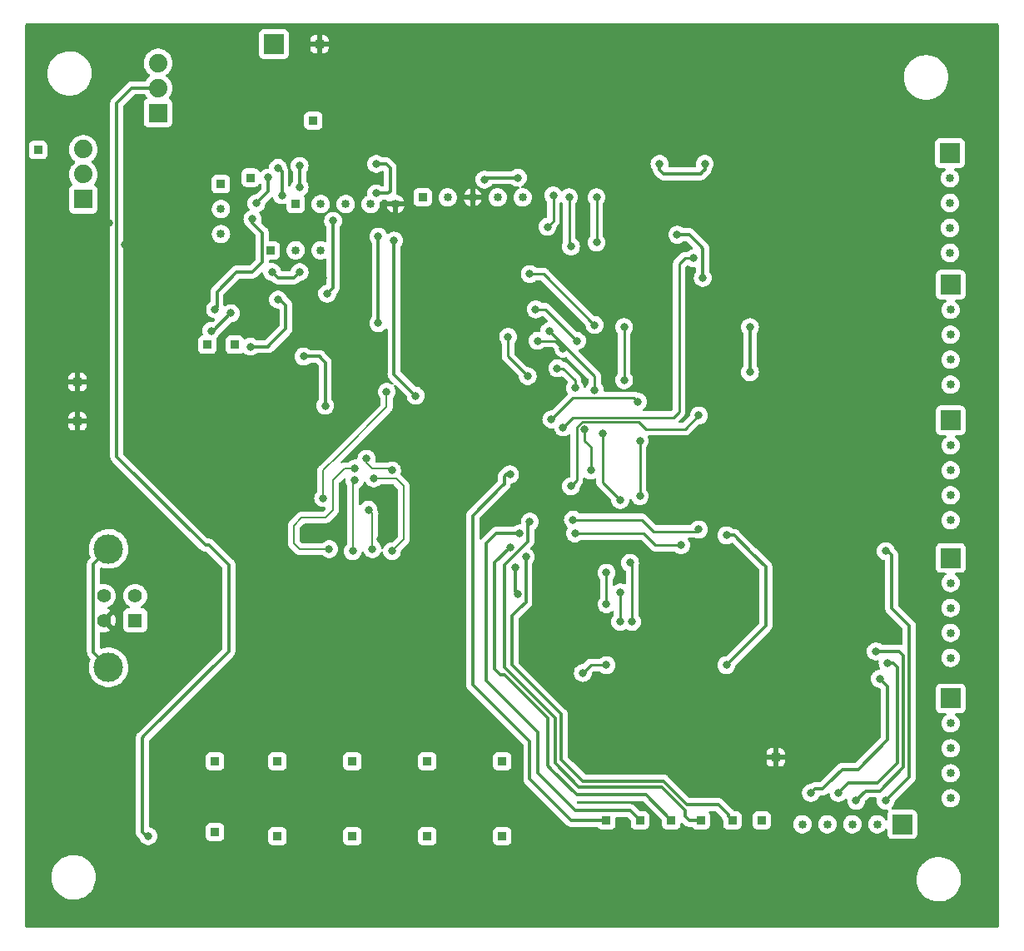
<source format=gbr>
%TF.GenerationSoftware,KiCad,Pcbnew,(6.0.2)*%
%TF.CreationDate,2023-01-31T11:03:36+01:00*%
%TF.ProjectId,schematic,73636865-6d61-4746-9963-2e6b69636164,rev?*%
%TF.SameCoordinates,Original*%
%TF.FileFunction,Copper,L2,Bot*%
%TF.FilePolarity,Positive*%
%FSLAX46Y46*%
G04 Gerber Fmt 4.6, Leading zero omitted, Abs format (unit mm)*
G04 Created by KiCad (PCBNEW (6.0.2)) date 2023-01-31 11:03:36*
%MOMM*%
%LPD*%
G01*
G04 APERTURE LIST*
%TA.AperFunction,ComponentPad*%
%ADD10R,0.850000X0.850000*%
%TD*%
%TA.AperFunction,ComponentPad*%
%ADD11O,0.850000X0.850000*%
%TD*%
%TA.AperFunction,ComponentPad*%
%ADD12R,2.000000X2.000000*%
%TD*%
%TA.AperFunction,ComponentPad*%
%ADD13R,1.879600X1.879600*%
%TD*%
%TA.AperFunction,ComponentPad*%
%ADD14C,1.879600*%
%TD*%
%TA.AperFunction,ComponentPad*%
%ADD15R,1.400000X1.400000*%
%TD*%
%TA.AperFunction,ComponentPad*%
%ADD16C,1.400000*%
%TD*%
%TA.AperFunction,ComponentPad*%
%ADD17C,3.000000*%
%TD*%
%TA.AperFunction,ViaPad*%
%ADD18C,0.800000*%
%TD*%
%TA.AperFunction,Conductor*%
%ADD19C,0.500000*%
%TD*%
%TA.AperFunction,Conductor*%
%ADD20C,0.300000*%
%TD*%
%TA.AperFunction,Conductor*%
%ADD21C,0.200000*%
%TD*%
%TA.AperFunction,Conductor*%
%ADD22C,0.250000*%
%TD*%
G04 APERTURE END LIST*
D10*
%TO.P,SW_1,1,1*%
%TO.N,3.3V*%
X74340000Y-120220000D03*
%TD*%
%TO.P,TP1,1,1*%
%TO.N,5V*%
X50000000Y-50400000D03*
%TD*%
%TO.P,TP1.1,1,1*%
%TO.N,P1*%
X74340000Y-112600000D03*
%TD*%
%TO.P,J1,1,Pin_1*%
%TO.N,SCL*%
X76200000Y-55880000D03*
D11*
%TO.P,J1,2,Pin_2*%
%TO.N,MOSI*%
X78740000Y-55880000D03*
%TO.P,J1,3,Pin_3*%
%TO.N,MISO*%
X81280000Y-55880000D03*
%TO.P,J1,4,Pin_4*%
%TO.N,CS*%
X83820000Y-55880000D03*
%TO.P,J1,5,Pin_5*%
%TO.N,GND*%
X86360000Y-55880000D03*
%TD*%
D12*
%TO.P,J11,1,Pin_1*%
%TO.N,12V*%
X137880000Y-119000000D03*
D11*
%TO.P,J11,2,Pin_2*%
%TO.N,O6*%
X135340000Y-119000000D03*
%TO.P,J11,3,Pin_3*%
%TO.N,Y6*%
X132800000Y-119000000D03*
%TO.P,J11,4,Pin_4*%
%TO.N,PI6*%
X130260000Y-119000000D03*
%TO.P,J11,5,Pin_5*%
%TO.N,B6*%
X127720000Y-119000000D03*
%TD*%
D10*
%TO.P,TP6,1,1*%
%TO.N,E1*%
X107800000Y-118600000D03*
%TD*%
%TO.P,TP2,1,1*%
%TO.N,Net-(J3-Pad2)*%
X71600000Y-53200000D03*
%TD*%
%TO.P,J5,1,Pin_1*%
%TO.N,Net-(J3-Pad2)*%
X73660000Y-60600000D03*
D11*
%TO.P,J5,2,Pin_2*%
%TO.N,Net-(C6-Pad1)*%
X76200000Y-60600000D03*
%TO.P,J5,3,Pin_3*%
%TO.N,Net-(J5-Pad3)*%
X78740000Y-60600000D03*
%TD*%
D12*
%TO.P,J9,1,Pin_1*%
%TO.N,12V*%
X142800000Y-77902500D03*
D11*
%TO.P,J9,2,Pin_2*%
%TO.N,O3*%
X142800000Y-80442500D03*
%TO.P,J9,3,Pin_3*%
%TO.N,Y3*%
X142800000Y-82982500D03*
%TO.P,J9,4,Pin_4*%
%TO.N,PI3*%
X142800000Y-85522500D03*
%TO.P,J9,5,Pin_5*%
%TO.N,B3*%
X142800000Y-88062500D03*
%TD*%
D13*
%TO.P,U2,1,ADJ*%
%TO.N,Net-(R5-Pad2)*%
X62200000Y-46600000D03*
D14*
%TO.P,U2,2,OUT*%
%TO.N,3.3V*%
X62200000Y-44060000D03*
%TO.P,U2,3,IN*%
%TO.N,12V*%
X62200000Y-41520000D03*
%TD*%
D10*
%TO.P,TP3,1,1*%
%TO.N,3.3V*%
X78000000Y-47400000D03*
%TD*%
%TO.P,TP9,1,1*%
%TO.N,E4*%
X117400000Y-118600000D03*
%TD*%
%TO.P,J15,1,Pin_1*%
%TO.N,GND*%
X54000000Y-78000000D03*
%TD*%
%TO.P,TP4.1,1,1*%
%TO.N,P4*%
X97200000Y-112600000D03*
%TD*%
%TO.P,J3,1,Pin_1*%
%TO.N,Net-(J3-Pad1)*%
X68600000Y-53860000D03*
D11*
%TO.P,J3,2,Pin_2*%
%TO.N,Net-(J3-Pad2)*%
X68600000Y-56400000D03*
%TO.P,J3,3,Pin_3*%
%TO.N,3.3V*%
X68600000Y-58940000D03*
%TD*%
D10*
%TO.P,SW_2,1,1*%
%TO.N,3.3V*%
X81960000Y-120220000D03*
%TD*%
%TO.P,SW_3,1,1*%
%TO.N,3.3V*%
X89580000Y-120220000D03*
%TD*%
%TO.P,TP11,1,1*%
%TO.N,E6*%
X123600000Y-118600000D03*
%TD*%
%TO.P,J14,1,Pin_1*%
%TO.N,GND*%
X54000000Y-74000000D03*
%TD*%
D12*
%TO.P,J7,1,Pin_1*%
%TO.N,12V*%
X142740000Y-50702500D03*
D11*
%TO.P,J7,2,Pin_2*%
%TO.N,O1*%
X142740000Y-53242500D03*
%TO.P,J7,3,Pin_3*%
%TO.N,Y1*%
X142740000Y-55782500D03*
%TO.P,J7,4,Pin_4*%
%TO.N,PI1*%
X142740000Y-58322500D03*
%TO.P,J7,5,Pin_5*%
%TO.N,B1*%
X142740000Y-60862500D03*
%TD*%
D10*
%TO.P,SW_5,1,1*%
%TO.N,3.3V*%
X68000000Y-119800000D03*
%TD*%
D13*
%TO.P,U1,1,ADJ*%
%TO.N,Net-(R3-Pad1)*%
X54600000Y-55400000D03*
D14*
%TO.P,U1,2,OUT*%
%TO.N,5V*%
X54600000Y-52860000D03*
%TO.P,U1,3,IN*%
%TO.N,12V*%
X54600000Y-50320000D03*
%TD*%
D10*
%TO.P,TP2.1,1,1*%
%TO.N,P2*%
X81960000Y-112600000D03*
%TD*%
%TO.P,TP5.1,1,1*%
%TO.N,P5*%
X68000000Y-112600000D03*
%TD*%
%TO.P,SW_4,1,1*%
%TO.N,3.3V*%
X97200000Y-120220000D03*
%TD*%
D12*
%TO.P,J2,1,Pin_1*%
%TO.N,12V*%
X74000000Y-39600000D03*
%TD*%
D15*
%TO.P,UART,1,VBUS*%
%TO.N,5V*%
X59882500Y-98250000D03*
D16*
%TO.P,UART,2,D-*%
%TO.N,D-*%
X59882500Y-95750000D03*
%TO.P,UART,3,D+*%
%TO.N,D+*%
X56682500Y-95750000D03*
%TO.P,UART,4,GND*%
%TO.N,GND*%
X56682500Y-98250000D03*
D17*
%TO.P,UART,5,Shield*%
%TO.N,unconnected-(J6-Pad5)*%
X57172500Y-103020000D03*
X57172500Y-90980000D03*
%TD*%
D10*
%TO.P,J13,1,Pin_1*%
%TO.N,GND*%
X78600000Y-39600000D03*
%TD*%
%TO.P,TP10,1,1*%
%TO.N,E5*%
X120600000Y-118600000D03*
%TD*%
D12*
%TO.P,J12,1,Pin_1*%
%TO.N,12V*%
X142800000Y-91902500D03*
D11*
%TO.P,J12,2,Pin_2*%
%TO.N,O4*%
X142800000Y-94442500D03*
%TO.P,J12,3,Pin_3*%
%TO.N,Y4*%
X142800000Y-96982500D03*
%TO.P,J12,4,Pin_4*%
%TO.N,PI4*%
X142800000Y-99522500D03*
%TO.P,J12,5,Pin_5*%
%TO.N,B4*%
X142800000Y-102062500D03*
%TD*%
D10*
%TO.P,TP5,1,1*%
%TO.N,RX*%
X67200000Y-70200000D03*
%TD*%
%TO.P,TP7,1,1*%
%TO.N,E2*%
X111200000Y-118600000D03*
%TD*%
D12*
%TO.P,J8,1,Pin_1*%
%TO.N,12V*%
X142800000Y-64102500D03*
D11*
%TO.P,J8,2,Pin_2*%
%TO.N,O2*%
X142800000Y-66642500D03*
%TO.P,J8,3,Pin_3*%
%TO.N,Y2*%
X142800000Y-69182500D03*
%TO.P,J8,4,Pin_4*%
%TO.N,PI2*%
X142800000Y-71722500D03*
%TO.P,J8,5,Pin_5*%
%TO.N,B2*%
X142800000Y-74262500D03*
%TD*%
D12*
%TO.P,J10,1,Pin_1*%
%TO.N,12V*%
X142800000Y-106190000D03*
D11*
%TO.P,J10,2,Pin_2*%
%TO.N,O5*%
X142800000Y-108730000D03*
%TO.P,J10,3,Pin_3*%
%TO.N,Y5*%
X142800000Y-111270000D03*
%TO.P,J10,4,Pin_4*%
%TO.N,PI5*%
X142800000Y-113810000D03*
%TO.P,J10,5,Pin_5*%
%TO.N,B5*%
X142800000Y-116350000D03*
%TD*%
D10*
%TO.P,TP4,1,1*%
%TO.N,tx*%
X70000000Y-70200000D03*
%TD*%
%TO.P,J16,1,Pin_1*%
%TO.N,GND*%
X125000000Y-112200000D03*
%TD*%
%TO.P,TP3.1,1,1*%
%TO.N,P3*%
X89580000Y-112600000D03*
%TD*%
%TO.P,TP8,1,1*%
%TO.N,E3*%
X114400000Y-118600000D03*
%TD*%
%TO.P,J4,1,Pin_1*%
%TO.N,Net-(J3-Pad1)*%
X89120000Y-55200000D03*
D11*
%TO.P,J4,2,Pin_2*%
%TO.N,3.3V*%
X91660000Y-55200000D03*
%TO.P,J4,3,Pin_3*%
%TO.N,GND*%
X94200000Y-55200000D03*
%TO.P,J4,4,Pin_4*%
%TO.N,PGD*%
X96740000Y-55200000D03*
%TO.P,J4,5,Pin_5*%
%TO.N,PGC*%
X99280000Y-55200000D03*
%TD*%
D18*
%TO.N,GND*%
X84800000Y-90000000D03*
X128800000Y-61400000D03*
X119400000Y-78000000D03*
X117200000Y-94600000D03*
X128400000Y-93800000D03*
X57250500Y-57800000D03*
X93200000Y-48000000D03*
X113400000Y-42000000D03*
X78200000Y-81200000D03*
X114800000Y-105200000D03*
X82000000Y-40400000D03*
X60800000Y-77600000D03*
X117000000Y-56800000D03*
X112800000Y-92400000D03*
X127200000Y-113600000D03*
X60000000Y-62200000D03*
X64600000Y-55400000D03*
X90400000Y-48400000D03*
X122600000Y-43200000D03*
X65200000Y-77600000D03*
X137200000Y-60000000D03*
X75800000Y-70400000D03*
X135400000Y-92800000D03*
X134600000Y-79000000D03*
X112400000Y-105800000D03*
X79000000Y-63400000D03*
X114800000Y-80000000D03*
X96600000Y-75200000D03*
X112400000Y-67600000D03*
X117000000Y-65000000D03*
X54600000Y-80600000D03*
X58800000Y-60000000D03*
X75200000Y-48200000D03*
X73600000Y-88800000D03*
X62600000Y-53400000D03*
X66600000Y-42000000D03*
X53800000Y-62400000D03*
X84800000Y-40000000D03*
X53600000Y-71800000D03*
X112000000Y-54400000D03*
X126000000Y-77400000D03*
X63800000Y-73200000D03*
%TO.N,3.3V*%
X115000000Y-59000000D03*
X71800000Y-57400000D03*
X117600000Y-63400000D03*
X77000000Y-71400000D03*
X122400000Y-73000000D03*
X120000000Y-89600000D03*
X113200000Y-51800000D03*
X122400000Y-68400000D03*
X61200000Y-120200000D03*
X74800000Y-55000000D03*
X68000000Y-66600000D03*
X120000000Y-102800000D03*
X74400000Y-52200000D03*
X117800000Y-51800000D03*
X79200000Y-76400000D03*
%TO.N,SCL*%
X76600000Y-54200000D03*
X76600000Y-52000000D03*
%TO.N,MOSI*%
X80000000Y-57600000D03*
X84400000Y-54800000D03*
X84400000Y-51800000D03*
X79400000Y-65000000D03*
%TO.N,MISO*%
X84600000Y-68000000D03*
X84600000Y-59200000D03*
%TO.N,CS*%
X86200000Y-59600000D03*
X88400000Y-75400000D03*
%TO.N,PGC*%
X95400000Y-53400000D03*
X98800000Y-53200000D03*
%TO.N,O6*%
X136200000Y-91200000D03*
X136200000Y-116600000D03*
%TO.N,Y6*%
X135200000Y-101400000D03*
X133200000Y-116600000D03*
%TO.N,PI6*%
X136400000Y-102600000D03*
X131400000Y-115800000D03*
%TO.N,B6*%
X135600000Y-104200000D03*
X128600000Y-115800000D03*
%TO.N,P1*%
X82200000Y-82800000D03*
X79600000Y-91000000D03*
%TO.N,P2*%
X82000000Y-91200000D03*
X82200000Y-84000000D03*
%TO.N,P3*%
X83600000Y-87000000D03*
X84000000Y-91000000D03*
%TO.N,P4*%
X86000000Y-91200000D03*
X84150815Y-83800000D03*
%TO.N,A0*%
X98750000Y-95600000D03*
X98500000Y-92850000D03*
%TO.N,RX*%
X69600000Y-67000000D03*
X67600000Y-68800000D03*
%TO.N,D4*%
X107800000Y-93400000D03*
X107800000Y-96600000D03*
X107800000Y-102800000D03*
X104600000Y-74600000D03*
X105400000Y-103600000D03*
X106800000Y-59800000D03*
X102800000Y-72600000D03*
X106800000Y-55200000D03*
%TO.N,D3*%
X104000000Y-55200000D03*
X102000000Y-68800000D03*
X106200000Y-83000000D03*
X105600000Y-78800000D03*
X103400000Y-70600000D03*
X100800000Y-69800000D03*
X106600000Y-74800000D03*
X104200000Y-60200000D03*
%TO.N,D2*%
X109200000Y-95400000D03*
X102400000Y-55000000D03*
X104800000Y-69800000D03*
X109200000Y-86000000D03*
X100600000Y-66600000D03*
X99800000Y-73400000D03*
X97800000Y-69400000D03*
X101800000Y-58200000D03*
X107400000Y-79200000D03*
X109200000Y-98400000D03*
%TO.N,D1*%
X111200000Y-80000000D03*
X111200000Y-85600000D03*
X110400000Y-98400000D03*
X100000000Y-63000000D03*
X109600000Y-68400000D03*
X106600000Y-68200000D03*
X109600000Y-73800000D03*
X110200000Y-92400000D03*
%TO.N,E5*%
X99600000Y-91800000D03*
X104600000Y-89400000D03*
X115400000Y-90600000D03*
%TO.N,E4*%
X117200000Y-89000000D03*
X100000000Y-88200000D03*
X104400000Y-88000000D03*
%TO.N,E2*%
X99000000Y-89400000D03*
X103400000Y-78600000D03*
X116686189Y-61400000D03*
%TO.N,E3*%
X117200000Y-77400000D03*
X104200000Y-84600000D03*
X98000000Y-90800000D03*
%TO.N,E1*%
X102200000Y-77800000D03*
X98000000Y-83400000D03*
X111000000Y-76000000D03*
%TO.N,Net-(J3-Pad2)*%
X76600000Y-62800000D03*
X73376378Y-53184252D03*
X73800000Y-62800000D03*
X72200000Y-55800000D03*
%TO.N,tx*%
X71600000Y-70400000D03*
X74400000Y-65600000D03*
%TO.N,M*%
X85450000Y-75000000D03*
X79000000Y-85800000D03*
%TO.N,S2*%
X83400000Y-81800000D03*
X86000000Y-83000000D03*
%TD*%
D19*
%TO.N,GND*%
X84400000Y-40400000D02*
X84800000Y-40000000D01*
X82000000Y-40400000D02*
X84400000Y-40400000D01*
D20*
%TO.N,3.3V*%
X79200000Y-76400000D02*
X79200000Y-72000000D01*
X124000000Y-98800000D02*
X120000000Y-102800000D01*
X67400000Y-90600000D02*
X69400000Y-92600000D01*
X79200000Y-72000000D02*
X78800000Y-71600000D01*
X58000000Y-45600000D02*
X58000000Y-81600000D01*
X70200000Y-62800000D02*
X71800000Y-62800000D01*
X60600000Y-110200000D02*
X60600000Y-119800000D01*
X74800000Y-55000000D02*
X74800000Y-52600000D01*
X74800000Y-52600000D02*
X74400000Y-52200000D01*
X69400000Y-96800000D02*
X69400000Y-101400000D01*
X113600000Y-52800000D02*
X117400000Y-52800000D01*
X69400000Y-101400000D02*
X60800000Y-110000000D01*
X68200000Y-66400000D02*
X68200000Y-64800000D01*
X60800000Y-110000000D02*
X60600000Y-110200000D01*
X69400000Y-92600000D02*
X69400000Y-96800000D01*
X122400000Y-68400000D02*
X122400000Y-73000000D01*
X122600000Y-91400000D02*
X124000000Y-92800000D01*
X68000000Y-66600000D02*
X68200000Y-66400000D01*
X60600000Y-119800000D02*
X61000000Y-120200000D01*
X58000000Y-81600000D02*
X67000000Y-90600000D01*
X59540000Y-44060000D02*
X58600000Y-45000000D01*
X58600000Y-45000000D02*
X58000000Y-45600000D01*
X78800000Y-71600000D02*
X78600000Y-71400000D01*
X72800000Y-61800000D02*
X72800000Y-58800000D01*
X67000000Y-90600000D02*
X67400000Y-90600000D01*
X117400000Y-60200000D02*
X117600000Y-60400000D01*
X124000000Y-92800000D02*
X124000000Y-98200000D01*
X115000000Y-59000000D02*
X116200000Y-59000000D01*
X68200000Y-64800000D02*
X70200000Y-62800000D01*
X78600000Y-71400000D02*
X77000000Y-71400000D01*
X120000000Y-89600000D02*
X120800000Y-89600000D01*
X116200000Y-59000000D02*
X117400000Y-60200000D01*
X113200000Y-51800000D02*
X113200000Y-52400000D01*
X113200000Y-52400000D02*
X113600000Y-52800000D01*
X71800000Y-62800000D02*
X72800000Y-61800000D01*
X117400000Y-52800000D02*
X117600000Y-52600000D01*
X62200000Y-44060000D02*
X59540000Y-44060000D01*
X124000000Y-98200000D02*
X124000000Y-98800000D01*
X120800000Y-89600000D02*
X122600000Y-91400000D01*
X117600000Y-52600000D02*
X117800000Y-52400000D01*
X71800000Y-57800000D02*
X71800000Y-57400000D01*
X72800000Y-58800000D02*
X71800000Y-57800000D01*
X117800000Y-52400000D02*
X117800000Y-51800000D01*
X61000000Y-120200000D02*
X61200000Y-120200000D01*
X117600000Y-60400000D02*
X117600000Y-63400000D01*
%TO.N,SCL*%
X76600000Y-52000000D02*
X76600000Y-54200000D01*
%TO.N,MOSI*%
X85800000Y-52800000D02*
X85800000Y-52200000D01*
X80000000Y-64400000D02*
X80000000Y-57600000D01*
X85600000Y-54800000D02*
X85800000Y-54600000D01*
X85800000Y-54600000D02*
X85800000Y-52800000D01*
X84400000Y-54800000D02*
X85600000Y-54800000D01*
X85800000Y-52200000D02*
X85600000Y-52000000D01*
X85600000Y-52000000D02*
X85400000Y-51800000D01*
X79400000Y-65000000D02*
X80000000Y-64400000D01*
X85400000Y-51800000D02*
X84400000Y-51800000D01*
%TO.N,MISO*%
X84600000Y-59200000D02*
X84600000Y-68000000D01*
%TO.N,CS*%
X86200000Y-73200000D02*
X88400000Y-75400000D01*
X86200000Y-59600000D02*
X86200000Y-73200000D01*
%TO.N,PGC*%
X98800000Y-53200000D02*
X95600000Y-53200000D01*
X95600000Y-53200000D02*
X95400000Y-53400000D01*
%TO.N,O6*%
X136400000Y-91200000D02*
X136200000Y-91200000D01*
X136800000Y-91600000D02*
X136400000Y-91200000D01*
X138600000Y-98800000D02*
X136800000Y-97000000D01*
X138600000Y-114200000D02*
X138600000Y-98800000D01*
X136800000Y-97000000D02*
X136800000Y-91600000D01*
X136200000Y-116600000D02*
X138600000Y-114200000D01*
%TO.N,Y6*%
X133200000Y-116600000D02*
X134200000Y-115600000D01*
X135600000Y-115600000D02*
X138000000Y-113200000D01*
X137600000Y-101400000D02*
X135200000Y-101400000D01*
X134200000Y-115600000D02*
X135600000Y-115600000D01*
X138000000Y-101800000D02*
X137600000Y-101400000D01*
X138000000Y-113200000D02*
X138000000Y-101800000D01*
%TO.N,PI6*%
X137400000Y-103000000D02*
X137000000Y-102600000D01*
X137000000Y-102600000D02*
X136400000Y-102600000D01*
X137400000Y-112800000D02*
X137400000Y-103000000D01*
X135400000Y-114800000D02*
X137400000Y-112800000D01*
X131400000Y-115800000D02*
X132400000Y-114800000D01*
X134600000Y-114800000D02*
X135400000Y-114800000D01*
X132400000Y-114800000D02*
X134600000Y-114800000D01*
%TO.N,B6*%
X131800000Y-113400000D02*
X130400000Y-114800000D01*
X129000000Y-115400000D02*
X128600000Y-115800000D01*
X136400000Y-110400000D02*
X133400000Y-113400000D01*
X135600000Y-104200000D02*
X136400000Y-105000000D01*
X133400000Y-113400000D02*
X131800000Y-113400000D01*
X130400000Y-114800000D02*
X129800000Y-115400000D01*
X136400000Y-105000000D02*
X136400000Y-106000000D01*
X129800000Y-115400000D02*
X129000000Y-115400000D01*
X136400000Y-106000000D02*
X136400000Y-110400000D01*
D21*
%TO.N,P1*%
X80000000Y-84000000D02*
X81200000Y-82800000D01*
X76600000Y-91000000D02*
X76000000Y-90400000D01*
X81400000Y-82800000D02*
X82200000Y-82800000D01*
X80000000Y-87000000D02*
X80000000Y-84000000D01*
X76000000Y-88600000D02*
X76800000Y-87800000D01*
X76000000Y-90400000D02*
X76000000Y-88600000D01*
X81200000Y-82800000D02*
X81400000Y-82800000D01*
X79200000Y-87800000D02*
X80000000Y-87000000D01*
X76800000Y-87800000D02*
X79200000Y-87800000D01*
X79600000Y-91000000D02*
X76600000Y-91000000D01*
%TO.N,P2*%
X82000000Y-91200000D02*
X82000000Y-84200000D01*
X82000000Y-84200000D02*
X82200000Y-84000000D01*
%TO.N,P3*%
X84000000Y-87400000D02*
X83600000Y-87000000D01*
X84000000Y-91000000D02*
X84000000Y-87400000D01*
%TO.N,P4*%
X87200000Y-84600000D02*
X86400000Y-83800000D01*
X87200000Y-90000000D02*
X87200000Y-84600000D01*
X86400000Y-83800000D02*
X84150815Y-83800000D01*
X86000000Y-91200000D02*
X87200000Y-90000000D01*
D20*
%TO.N,A0*%
X98500000Y-92850000D02*
X98500000Y-95350000D01*
X98500000Y-95350000D02*
X98750000Y-95600000D01*
%TO.N,RX*%
X67600000Y-68800000D02*
X67800000Y-68800000D01*
X67800000Y-68800000D02*
X69600000Y-67000000D01*
D22*
%TO.N,D4*%
X106200000Y-102800000D02*
X107800000Y-102800000D01*
X106800000Y-55200000D02*
X106800000Y-59800000D01*
X103400000Y-72600000D02*
X102800000Y-72600000D01*
X105400000Y-103600000D02*
X106200000Y-102800000D01*
X107800000Y-96600000D02*
X107800000Y-93400000D01*
X104600000Y-74600000D02*
X104600000Y-73800000D01*
X104600000Y-73800000D02*
X103400000Y-72600000D01*
%TO.N,D3*%
X103400000Y-70600000D02*
X102600000Y-69800000D01*
X105600000Y-80000000D02*
X105600000Y-78800000D01*
X104000000Y-60000000D02*
X104200000Y-60200000D01*
X106600000Y-73400000D02*
X102000000Y-68800000D01*
X102600000Y-69800000D02*
X100800000Y-69800000D01*
X106600000Y-74800000D02*
X106600000Y-73400000D01*
X106200000Y-83000000D02*
X106200000Y-80600000D01*
X104000000Y-55200000D02*
X104000000Y-60000000D01*
X106200000Y-80600000D02*
X105600000Y-80000000D01*
%TO.N,D2*%
X107400000Y-84200000D02*
X107400000Y-79200000D01*
X104800000Y-69800000D02*
X101600000Y-66600000D01*
X99800000Y-73400000D02*
X97800000Y-71400000D01*
X109200000Y-86000000D02*
X107400000Y-84200000D01*
X97800000Y-69600000D02*
X97800000Y-69400000D01*
X102400000Y-55000000D02*
X102400000Y-57600000D01*
X97800000Y-71400000D02*
X97800000Y-69600000D01*
X102400000Y-57600000D02*
X101800000Y-58200000D01*
X109200000Y-98400000D02*
X109200000Y-95400000D01*
X101600000Y-66600000D02*
X100600000Y-66600000D01*
%TO.N,D1*%
X111200000Y-85600000D02*
X111200000Y-80000000D01*
X109600000Y-73800000D02*
X109600000Y-68400000D01*
X101400000Y-63000000D02*
X100000000Y-63000000D01*
X110400000Y-98400000D02*
X110400000Y-92600000D01*
X110400000Y-92600000D02*
X110200000Y-92400000D01*
X106600000Y-68200000D02*
X101400000Y-63000000D01*
D20*
%TO.N,E5*%
X98200000Y-102800000D02*
X98200000Y-97800000D01*
X120200000Y-118000000D02*
X119200000Y-117000000D01*
X103200000Y-107800000D02*
X98200000Y-102800000D01*
X113800000Y-114800000D02*
X113600000Y-114600000D01*
X119200000Y-117000000D02*
X116400000Y-117000000D01*
X103200000Y-110400000D02*
X103200000Y-107800000D01*
D22*
X111600000Y-89400000D02*
X112600000Y-90400000D01*
D20*
X113600000Y-114600000D02*
X105400000Y-114600000D01*
D22*
X112600000Y-90400000D02*
X112800000Y-90600000D01*
D20*
X120200000Y-118200000D02*
X120200000Y-118000000D01*
D22*
X112800000Y-90600000D02*
X115400000Y-90600000D01*
D20*
X116400000Y-117000000D02*
X116000000Y-117000000D01*
X116000000Y-117000000D02*
X113800000Y-114800000D01*
X99000000Y-97000000D02*
X99600000Y-96400000D01*
D22*
X104600000Y-89400000D02*
X111600000Y-89400000D01*
D20*
X99600000Y-96400000D02*
X99600000Y-91800000D01*
X120600000Y-118600000D02*
X120200000Y-118200000D01*
X105400000Y-114600000D02*
X103200000Y-112400000D01*
X98200000Y-97800000D02*
X99000000Y-97000000D01*
X103200000Y-112400000D02*
X103200000Y-110400000D01*
%TO.N,E4*%
X102600000Y-108200000D02*
X102600000Y-112800000D01*
X105000000Y-115200000D02*
X113400000Y-115200000D01*
X97400000Y-103000000D02*
X102600000Y-108200000D01*
X113400000Y-115200000D02*
X115800000Y-117600000D01*
X102600000Y-112800000D02*
X105000000Y-115200000D01*
X99800000Y-88400000D02*
X99800000Y-90200000D01*
X115800000Y-117600000D02*
X115800000Y-118200000D01*
D22*
X104400000Y-88000000D02*
X111400000Y-88000000D01*
D20*
X116200000Y-118600000D02*
X117400000Y-118600000D01*
X99800000Y-90200000D02*
X97400000Y-92600000D01*
X100000000Y-88200000D02*
X99800000Y-88400000D01*
D22*
X111400000Y-88000000D02*
X112600000Y-89200000D01*
D20*
X115800000Y-118200000D02*
X116200000Y-118600000D01*
D22*
X112600000Y-89200000D02*
X117000000Y-89200000D01*
D20*
X97400000Y-92600000D02*
X97400000Y-103000000D01*
D22*
X117000000Y-89200000D02*
X117200000Y-89000000D01*
D20*
%TO.N,E2*%
X95600000Y-90400000D02*
X96600000Y-89400000D01*
X111200000Y-118600000D02*
X110200000Y-117600000D01*
D22*
X114600000Y-77600000D02*
X115200000Y-77000000D01*
X115200000Y-62000000D02*
X115800000Y-61400000D01*
D20*
X100800000Y-109600000D02*
X95600000Y-104400000D01*
X104600000Y-117600000D02*
X100800000Y-113800000D01*
X96600000Y-89400000D02*
X99000000Y-89400000D01*
X95600000Y-104400000D02*
X95600000Y-90400000D01*
D22*
X104400000Y-77600000D02*
X114600000Y-77600000D01*
D20*
X100800000Y-113800000D02*
X100800000Y-109600000D01*
D22*
X103400000Y-78600000D02*
X104400000Y-77600000D01*
X115200000Y-77000000D02*
X115200000Y-62000000D01*
X115800000Y-61400000D02*
X116686189Y-61400000D01*
D20*
X110200000Y-117600000D02*
X104600000Y-117600000D01*
D22*
%TO.N,E3*%
X104800000Y-84000000D02*
X104800000Y-78600000D01*
X105187693Y-78187693D02*
X105299897Y-78075489D01*
X113400000Y-78800000D02*
X115800000Y-78800000D01*
D20*
X102200000Y-113400000D02*
X101800000Y-113000000D01*
X97400000Y-103800000D02*
X97000000Y-103800000D01*
X96400000Y-101600000D02*
X96400000Y-92400000D01*
X101800000Y-108200000D02*
X97400000Y-103800000D01*
X97000000Y-103800000D02*
X96400000Y-103200000D01*
X106400000Y-116000000D02*
X104800000Y-116000000D01*
X96400000Y-103200000D02*
X96400000Y-101600000D01*
D22*
X111800000Y-78800000D02*
X113400000Y-78800000D01*
D20*
X96400000Y-92400000D02*
X98000000Y-90800000D01*
D22*
X104800000Y-78600000D02*
X104800000Y-78575386D01*
X104800000Y-78575386D02*
X105187693Y-78187693D01*
D20*
X111800000Y-116000000D02*
X106400000Y-116000000D01*
D22*
X111075489Y-78075489D02*
X111200000Y-78200000D01*
D20*
X104800000Y-116000000D02*
X102200000Y-113400000D01*
X101800000Y-113000000D02*
X101800000Y-108200000D01*
D22*
X104200000Y-84600000D02*
X104800000Y-84000000D01*
D20*
X114400000Y-118600000D02*
X111800000Y-116000000D01*
D22*
X105299897Y-78075489D02*
X111075489Y-78075489D01*
X115800000Y-78800000D02*
X117200000Y-77400000D01*
X111200000Y-78200000D02*
X111800000Y-78800000D01*
D20*
%TO.N,E1*%
X100000000Y-110600000D02*
X94200000Y-104800000D01*
D22*
X104400000Y-75600000D02*
X110600000Y-75600000D01*
D20*
X107800000Y-118600000D02*
X104200000Y-118600000D01*
X97600000Y-83400000D02*
X98000000Y-83400000D01*
X97200000Y-84600000D02*
X97400000Y-84400000D01*
X94200000Y-104800000D02*
X94200000Y-87600000D01*
X97400000Y-83600000D02*
X97600000Y-83400000D01*
X100000000Y-111400000D02*
X100000000Y-110600000D01*
X100000000Y-114400000D02*
X100000000Y-111400000D01*
X104200000Y-118600000D02*
X103600000Y-118000000D01*
X97400000Y-84400000D02*
X97400000Y-83600000D01*
X94200000Y-87600000D02*
X97200000Y-84600000D01*
D22*
X110600000Y-75600000D02*
X111000000Y-76000000D01*
X102200000Y-77800000D02*
X104400000Y-75600000D01*
D20*
X103600000Y-118000000D02*
X100000000Y-114400000D01*
%TO.N,Net-(J3-Pad2)*%
X76000000Y-63400000D02*
X76600000Y-62800000D01*
X74400000Y-63400000D02*
X76000000Y-63400000D01*
X73800000Y-62800000D02*
X74400000Y-63400000D01*
X73376378Y-54623622D02*
X73376378Y-53184252D01*
X72200000Y-55800000D02*
X73376378Y-54623622D01*
%TO.N,unconnected-(J6-Pad5)*%
X55632989Y-101480489D02*
X57172500Y-103020000D01*
X55632989Y-92519511D02*
X55632989Y-101480489D01*
X57172500Y-90980000D02*
X55632989Y-92519511D01*
%TO.N,tx*%
X75200000Y-66200000D02*
X74600000Y-65600000D01*
X73400000Y-70400000D02*
X73600000Y-70200000D01*
X73600000Y-70200000D02*
X75200000Y-68600000D01*
X75200000Y-68600000D02*
X75200000Y-66200000D01*
X74600000Y-65600000D02*
X74400000Y-65600000D01*
X71600000Y-70400000D02*
X73400000Y-70400000D01*
D21*
%TO.N,M*%
X79000000Y-85800000D02*
X79000000Y-83000000D01*
X80600000Y-81400000D02*
X85450000Y-76550000D01*
X79000000Y-83000000D02*
X80600000Y-81400000D01*
X85450000Y-76550000D02*
X85450000Y-75000000D01*
%TO.N,S2*%
X83400000Y-82200000D02*
X83400000Y-81800000D01*
X85800000Y-82800000D02*
X85600000Y-82800000D01*
X86000000Y-83000000D02*
X85800000Y-82800000D01*
X84000000Y-82800000D02*
X83400000Y-82200000D01*
X85600000Y-82800000D02*
X84000000Y-82800000D01*
%TD*%
%TA.AperFunction,Conductor*%
%TO.N,GND*%
G36*
X147634121Y-37528002D02*
G01*
X147680614Y-37581658D01*
X147692000Y-37634000D01*
X147692000Y-129366000D01*
X147671998Y-129434121D01*
X147618342Y-129480614D01*
X147566000Y-129492000D01*
X48834000Y-129492000D01*
X48765879Y-129471998D01*
X48719386Y-129418342D01*
X48708000Y-129366000D01*
X48708000Y-124447404D01*
X51336941Y-124447404D01*
X51363091Y-124746292D01*
X51364001Y-124750364D01*
X51364002Y-124750369D01*
X51427628Y-125035016D01*
X51428540Y-125039095D01*
X51532140Y-125320671D01*
X51534084Y-125324359D01*
X51534088Y-125324367D01*
X51639536Y-125524367D01*
X51672069Y-125586071D01*
X51845871Y-125830633D01*
X52050490Y-126050061D01*
X52282333Y-126240498D01*
X52537325Y-126398600D01*
X52810988Y-126521589D01*
X52906264Y-126549992D01*
X53094514Y-126606112D01*
X53094516Y-126606112D01*
X53098513Y-126607304D01*
X53102633Y-126607957D01*
X53102635Y-126607957D01*
X53221509Y-126626785D01*
X53394848Y-126654239D01*
X53437577Y-126656179D01*
X53487262Y-126658436D01*
X53487281Y-126658436D01*
X53488681Y-126658500D01*
X53676107Y-126658500D01*
X53899370Y-126643671D01*
X53903464Y-126642846D01*
X53903468Y-126642845D01*
X54044513Y-126614405D01*
X54193480Y-126584368D01*
X54477163Y-126486688D01*
X54480896Y-126484819D01*
X54480900Y-126484817D01*
X54741691Y-126354222D01*
X54741693Y-126354221D01*
X54745435Y-126352347D01*
X54993584Y-126183706D01*
X55217248Y-125983726D01*
X55244084Y-125952416D01*
X55409779Y-125759097D01*
X55409782Y-125759093D01*
X55412499Y-125755923D01*
X55414773Y-125752421D01*
X55414777Y-125752416D01*
X55573628Y-125507807D01*
X55573631Y-125507802D01*
X55575907Y-125504297D01*
X55704600Y-125233270D01*
X55730825Y-125151591D01*
X55795038Y-124951591D01*
X55795038Y-124951590D01*
X55796318Y-124947604D01*
X55849448Y-124652316D01*
X55849672Y-124647404D01*
X139336941Y-124647404D01*
X139337304Y-124651552D01*
X139337304Y-124651556D01*
X139353992Y-124842290D01*
X139363091Y-124946292D01*
X139364001Y-124950364D01*
X139364002Y-124950369D01*
X139426347Y-125229284D01*
X139428540Y-125239095D01*
X139532140Y-125520671D01*
X139534084Y-125524359D01*
X139534088Y-125524367D01*
X139630805Y-125707807D01*
X139672069Y-125786071D01*
X139845871Y-126030633D01*
X140050490Y-126250061D01*
X140282333Y-126440498D01*
X140537325Y-126598600D01*
X140810988Y-126721589D01*
X140985368Y-126773574D01*
X141094514Y-126806112D01*
X141094516Y-126806112D01*
X141098513Y-126807304D01*
X141102633Y-126807957D01*
X141102635Y-126807957D01*
X141221509Y-126826785D01*
X141394848Y-126854239D01*
X141437577Y-126856179D01*
X141487262Y-126858436D01*
X141487281Y-126858436D01*
X141488681Y-126858500D01*
X141676107Y-126858500D01*
X141899370Y-126843671D01*
X141903464Y-126842846D01*
X141903468Y-126842845D01*
X142044513Y-126814405D01*
X142193480Y-126784368D01*
X142477163Y-126686688D01*
X142480896Y-126684819D01*
X142480900Y-126684817D01*
X142741691Y-126554222D01*
X142741693Y-126554221D01*
X142745435Y-126552347D01*
X142993584Y-126383706D01*
X143217248Y-126183726D01*
X143219966Y-126180555D01*
X143409779Y-125959097D01*
X143409782Y-125959093D01*
X143412499Y-125955923D01*
X143414773Y-125952421D01*
X143414777Y-125952416D01*
X143573628Y-125707807D01*
X143573631Y-125707802D01*
X143575907Y-125704297D01*
X143704600Y-125433270D01*
X143742011Y-125316751D01*
X143795038Y-125151591D01*
X143795038Y-125151590D01*
X143796318Y-125147604D01*
X143832539Y-124946292D01*
X143848709Y-124856425D01*
X143848710Y-124856420D01*
X143849448Y-124852316D01*
X143858531Y-124652316D01*
X143862870Y-124556766D01*
X143862870Y-124556760D01*
X143863059Y-124552596D01*
X143836909Y-124253708D01*
X143812292Y-124143575D01*
X143772372Y-123964984D01*
X143772371Y-123964981D01*
X143771460Y-123960905D01*
X143667860Y-123679329D01*
X143665916Y-123675641D01*
X143665912Y-123675633D01*
X143529884Y-123417633D01*
X143529883Y-123417632D01*
X143527931Y-123413929D01*
X143354129Y-123169367D01*
X143149510Y-122949939D01*
X142917667Y-122759502D01*
X142662675Y-122601400D01*
X142389012Y-122478411D01*
X142175650Y-122414805D01*
X142105486Y-122393888D01*
X142105484Y-122393888D01*
X142101487Y-122392696D01*
X142097367Y-122392043D01*
X142097365Y-122392043D01*
X141978491Y-122373215D01*
X141805152Y-122345761D01*
X141762423Y-122343821D01*
X141712738Y-122341564D01*
X141712719Y-122341564D01*
X141711319Y-122341500D01*
X141523893Y-122341500D01*
X141300630Y-122356329D01*
X141296536Y-122357154D01*
X141296532Y-122357155D01*
X141155487Y-122385595D01*
X141006520Y-122415632D01*
X140722837Y-122513312D01*
X140719104Y-122515181D01*
X140719100Y-122515183D01*
X140458309Y-122645778D01*
X140454565Y-122647653D01*
X140206416Y-122816294D01*
X139982752Y-123016274D01*
X139980035Y-123019444D01*
X139980034Y-123019445D01*
X139854155Y-123166311D01*
X139787501Y-123244077D01*
X139785227Y-123247579D01*
X139785223Y-123247584D01*
X139626372Y-123492193D01*
X139624093Y-123495703D01*
X139495400Y-123766730D01*
X139494121Y-123770713D01*
X139494120Y-123770716D01*
X139467895Y-123852396D01*
X139403682Y-124052396D01*
X139350552Y-124347684D01*
X139350363Y-124351851D01*
X139350362Y-124351858D01*
X139346023Y-124447404D01*
X139336941Y-124647404D01*
X55849672Y-124647404D01*
X55862870Y-124356766D01*
X55862870Y-124356760D01*
X55863059Y-124352596D01*
X55862630Y-124347684D01*
X55837273Y-124057870D01*
X55836909Y-124053708D01*
X55792832Y-123856515D01*
X55772372Y-123764984D01*
X55772371Y-123764981D01*
X55771460Y-123760905D01*
X55667860Y-123479329D01*
X55665916Y-123475641D01*
X55665912Y-123475633D01*
X55529884Y-123217633D01*
X55529883Y-123217632D01*
X55527931Y-123213929D01*
X55354129Y-122969367D01*
X55149510Y-122749939D01*
X54917667Y-122559502D01*
X54662675Y-122401400D01*
X54389012Y-122278411D01*
X54175650Y-122214805D01*
X54105486Y-122193888D01*
X54105484Y-122193888D01*
X54101487Y-122192696D01*
X54097367Y-122192043D01*
X54097365Y-122192043D01*
X53978491Y-122173215D01*
X53805152Y-122145761D01*
X53762423Y-122143821D01*
X53712738Y-122141564D01*
X53712719Y-122141564D01*
X53711319Y-122141500D01*
X53523893Y-122141500D01*
X53300630Y-122156329D01*
X53296536Y-122157154D01*
X53296532Y-122157155D01*
X53155487Y-122185595D01*
X53006520Y-122215632D01*
X52722837Y-122313312D01*
X52719104Y-122315181D01*
X52719100Y-122315183D01*
X52518509Y-122415632D01*
X52454565Y-122447653D01*
X52206416Y-122616294D01*
X51982752Y-122816274D01*
X51980035Y-122819444D01*
X51980034Y-122819445D01*
X51854155Y-122966311D01*
X51787501Y-123044077D01*
X51785227Y-123047579D01*
X51785223Y-123047584D01*
X51626372Y-123292193D01*
X51624093Y-123295703D01*
X51495400Y-123566730D01*
X51494121Y-123570713D01*
X51494120Y-123570716D01*
X51429907Y-123770716D01*
X51403682Y-123852396D01*
X51402941Y-123856515D01*
X51366956Y-124056515D01*
X51350552Y-124147684D01*
X51350363Y-124151851D01*
X51350362Y-124151858D01*
X51341435Y-124348444D01*
X51336941Y-124447404D01*
X48708000Y-124447404D01*
X48708000Y-92498663D01*
X54969583Y-92498663D01*
X54972530Y-92529834D01*
X54973930Y-92544649D01*
X54974489Y-92556507D01*
X54974489Y-101398433D01*
X54973930Y-101410289D01*
X54972201Y-101418026D01*
X54972450Y-101425948D01*
X54974427Y-101488858D01*
X54974489Y-101492816D01*
X54974489Y-101521921D01*
X54975045Y-101526321D01*
X54975977Y-101538153D01*
X54977427Y-101584320D01*
X54979639Y-101591933D01*
X54979639Y-101591934D01*
X54983408Y-101604905D01*
X54987419Y-101624271D01*
X54990107Y-101645553D01*
X54993023Y-101652918D01*
X54993024Y-101652922D01*
X55007115Y-101688510D01*
X55010954Y-101699720D01*
X55023844Y-101744089D01*
X55034764Y-101762554D01*
X55043455Y-101780294D01*
X55051354Y-101800245D01*
X55078505Y-101837615D01*
X55085022Y-101847537D01*
X55104496Y-101880466D01*
X55104499Y-101880470D01*
X55108536Y-101887296D01*
X55123700Y-101902460D01*
X55136540Y-101917493D01*
X55149148Y-101934846D01*
X55184741Y-101964291D01*
X55193521Y-101972281D01*
X55300343Y-102079103D01*
X55334369Y-102141415D01*
X55329574Y-102211498D01*
X55239243Y-102458337D01*
X55180904Y-102725907D01*
X55180568Y-102730177D01*
X55160125Y-102989928D01*
X55159417Y-102998918D01*
X55175182Y-103272320D01*
X55176007Y-103276525D01*
X55176008Y-103276533D01*
X55200976Y-103403794D01*
X55227905Y-103541053D01*
X55229292Y-103545103D01*
X55229293Y-103545108D01*
X55272110Y-103670166D01*
X55316612Y-103800144D01*
X55343717Y-103854036D01*
X55425493Y-104016630D01*
X55439660Y-104044799D01*
X55442086Y-104048328D01*
X55442089Y-104048334D01*
X55481619Y-104105850D01*
X55594774Y-104270490D01*
X55597661Y-104273663D01*
X55597662Y-104273664D01*
X55746631Y-104437380D01*
X55779082Y-104473043D01*
X55989175Y-104648707D01*
X55992816Y-104650991D01*
X56217524Y-104791951D01*
X56217528Y-104791953D01*
X56221164Y-104794234D01*
X56309056Y-104833919D01*
X56466845Y-104905164D01*
X56466849Y-104905166D01*
X56470757Y-104906930D01*
X56529789Y-104924416D01*
X56729223Y-104983491D01*
X56729227Y-104983492D01*
X56733336Y-104984709D01*
X56737570Y-104985357D01*
X56737575Y-104985358D01*
X56999798Y-105025483D01*
X56999800Y-105025483D01*
X57004040Y-105026132D01*
X57143412Y-105028322D01*
X57273571Y-105030367D01*
X57273577Y-105030367D01*
X57277862Y-105030434D01*
X57549735Y-104997534D01*
X57814627Y-104928041D01*
X57818587Y-104926401D01*
X57818592Y-104926399D01*
X57984517Y-104857670D01*
X58067636Y-104823241D01*
X58201921Y-104744771D01*
X58300379Y-104687237D01*
X58300380Y-104687236D01*
X58304082Y-104685073D01*
X58519589Y-104516094D01*
X58556019Y-104478502D01*
X58692623Y-104337537D01*
X58710169Y-104319431D01*
X58712702Y-104315983D01*
X58712706Y-104315978D01*
X58869757Y-104102178D01*
X58872295Y-104098723D01*
X58899654Y-104048334D01*
X59000918Y-103861830D01*
X59000919Y-103861828D01*
X59002968Y-103858054D01*
X59075498Y-103666109D01*
X59098251Y-103605895D01*
X59098252Y-103605891D01*
X59099769Y-103601877D01*
X59143971Y-103408882D01*
X59159949Y-103339117D01*
X59159950Y-103339113D01*
X59160907Y-103334933D01*
X59161817Y-103324746D01*
X59185031Y-103064627D01*
X59185031Y-103064625D01*
X59185251Y-103062161D01*
X59185693Y-103020000D01*
X59183965Y-102994648D01*
X59167359Y-102751055D01*
X59167358Y-102751049D01*
X59167067Y-102746778D01*
X59111532Y-102478612D01*
X59020117Y-102220465D01*
X58894513Y-101977112D01*
X58885503Y-101964291D01*
X58770209Y-101800245D01*
X58737045Y-101753057D01*
X58587802Y-101592452D01*
X58553546Y-101555588D01*
X58553543Y-101555585D01*
X58550625Y-101552445D01*
X58547310Y-101549731D01*
X58547306Y-101549728D01*
X58389845Y-101420848D01*
X58338705Y-101378990D01*
X58105204Y-101235901D01*
X58101268Y-101234173D01*
X57858373Y-101127549D01*
X57858369Y-101127548D01*
X57854445Y-101125825D01*
X57591066Y-101050800D01*
X57586824Y-101050196D01*
X57586818Y-101050195D01*
X57384824Y-101021447D01*
X57319943Y-101012213D01*
X57176089Y-101011460D01*
X57050377Y-101010802D01*
X57050371Y-101010802D01*
X57046091Y-101010780D01*
X57041847Y-101011339D01*
X57041843Y-101011339D01*
X56965066Y-101021447D01*
X56774578Y-101046525D01*
X56770438Y-101047658D01*
X56770436Y-101047658D01*
X56747678Y-101053884D01*
X56510428Y-101118788D01*
X56466922Y-101137345D01*
X56396417Y-101145672D01*
X56332601Y-101114560D01*
X56295736Y-101053884D01*
X56291489Y-101021447D01*
X56291489Y-99560049D01*
X56311491Y-99491928D01*
X56365147Y-99445435D01*
X56435421Y-99435331D01*
X56450101Y-99438343D01*
X56466611Y-99442767D01*
X56477412Y-99444671D01*
X56677025Y-99462135D01*
X56687975Y-99462135D01*
X56887591Y-99444671D01*
X56898378Y-99442769D01*
X57091929Y-99390907D01*
X57102223Y-99387159D01*
X57283823Y-99302479D01*
X57293311Y-99297001D01*
X57323748Y-99275689D01*
X57332123Y-99265212D01*
X57325054Y-99251764D01*
X56412385Y-98339095D01*
X56378359Y-98276783D01*
X56380194Y-98251132D01*
X57046908Y-98251132D01*
X57047039Y-98252965D01*
X57051290Y-98259580D01*
X57684986Y-98893276D01*
X57696761Y-98899706D01*
X57708776Y-98890410D01*
X57729501Y-98860811D01*
X57734979Y-98851323D01*
X57819659Y-98669723D01*
X57823407Y-98659429D01*
X57875269Y-98465878D01*
X57877171Y-98455091D01*
X57894635Y-98255475D01*
X57894635Y-98244525D01*
X57877171Y-98044909D01*
X57875269Y-98034122D01*
X57823407Y-97840571D01*
X57819659Y-97830277D01*
X57734979Y-97648677D01*
X57729501Y-97639189D01*
X57708189Y-97608752D01*
X57697712Y-97600377D01*
X57684264Y-97607446D01*
X57054522Y-98237188D01*
X57046908Y-98251132D01*
X56380194Y-98251132D01*
X56383424Y-98205968D01*
X56412385Y-98160905D01*
X57325776Y-97247514D01*
X57332206Y-97235739D01*
X57322910Y-97223724D01*
X57293311Y-97202999D01*
X57283823Y-97197521D01*
X57105720Y-97114471D01*
X57052434Y-97067554D01*
X57032973Y-96999277D01*
X57053515Y-96931317D01*
X57105718Y-96886082D01*
X57238626Y-96824106D01*
X57284077Y-96802912D01*
X57284080Y-96802910D01*
X57289058Y-96800589D01*
X57462276Y-96679301D01*
X57611801Y-96529776D01*
X57733089Y-96356558D01*
X57769318Y-96278866D01*
X57820133Y-96169892D01*
X57820134Y-96169891D01*
X57822456Y-96164910D01*
X57851062Y-96058153D01*
X57875762Y-95965970D01*
X57875762Y-95965968D01*
X57877186Y-95960655D01*
X57895616Y-95750000D01*
X58669384Y-95750000D01*
X58687814Y-95960655D01*
X58689238Y-95965968D01*
X58689238Y-95965970D01*
X58713939Y-96058153D01*
X58742544Y-96164910D01*
X58744866Y-96169891D01*
X58744867Y-96169892D01*
X58795683Y-96278866D01*
X58831911Y-96356558D01*
X58953199Y-96529776D01*
X59102724Y-96679301D01*
X59275942Y-96800589D01*
X59280925Y-96802912D01*
X59285695Y-96805667D01*
X59284596Y-96807570D01*
X59330770Y-96848235D01*
X59350223Y-96916514D01*
X59329673Y-96984472D01*
X59275645Y-97030531D01*
X59224227Y-97041500D01*
X59134366Y-97041500D01*
X59072184Y-97048255D01*
X58935795Y-97099385D01*
X58819239Y-97186739D01*
X58731885Y-97303295D01*
X58680755Y-97439684D01*
X58674000Y-97501866D01*
X58674000Y-98998134D01*
X58680755Y-99060316D01*
X58731885Y-99196705D01*
X58819239Y-99313261D01*
X58935795Y-99400615D01*
X59072184Y-99451745D01*
X59134366Y-99458500D01*
X60630634Y-99458500D01*
X60692816Y-99451745D01*
X60829205Y-99400615D01*
X60945761Y-99313261D01*
X61033115Y-99196705D01*
X61084245Y-99060316D01*
X61091000Y-98998134D01*
X61091000Y-97501866D01*
X61084245Y-97439684D01*
X61033115Y-97303295D01*
X60945761Y-97186739D01*
X60829205Y-97099385D01*
X60692816Y-97048255D01*
X60630634Y-97041500D01*
X60540773Y-97041500D01*
X60472652Y-97021498D01*
X60426159Y-96967842D01*
X60416055Y-96897568D01*
X60445549Y-96832988D01*
X60480044Y-96806947D01*
X60479305Y-96805667D01*
X60484075Y-96802912D01*
X60489058Y-96800589D01*
X60662276Y-96679301D01*
X60811801Y-96529776D01*
X60933089Y-96356558D01*
X60969318Y-96278866D01*
X61020133Y-96169892D01*
X61020134Y-96169891D01*
X61022456Y-96164910D01*
X61051062Y-96058153D01*
X61075762Y-95965970D01*
X61075762Y-95965968D01*
X61077186Y-95960655D01*
X61095616Y-95750000D01*
X61077186Y-95539345D01*
X61022456Y-95335090D01*
X61020133Y-95330108D01*
X60935412Y-95148423D01*
X60935410Y-95148420D01*
X60933089Y-95143442D01*
X60811801Y-94970224D01*
X60662276Y-94820699D01*
X60489058Y-94699411D01*
X60484080Y-94697090D01*
X60484077Y-94697088D01*
X60302392Y-94612367D01*
X60302391Y-94612366D01*
X60297410Y-94610044D01*
X60292102Y-94608622D01*
X60292100Y-94608621D01*
X60098470Y-94556738D01*
X60098468Y-94556738D01*
X60093155Y-94555314D01*
X59882500Y-94536884D01*
X59671845Y-94555314D01*
X59666532Y-94556738D01*
X59666530Y-94556738D01*
X59472900Y-94608621D01*
X59472898Y-94608622D01*
X59467590Y-94610044D01*
X59462609Y-94612366D01*
X59462608Y-94612367D01*
X59280923Y-94697088D01*
X59280920Y-94697090D01*
X59275942Y-94699411D01*
X59102724Y-94820699D01*
X58953199Y-94970224D01*
X58831911Y-95143442D01*
X58829590Y-95148420D01*
X58829588Y-95148423D01*
X58744867Y-95330108D01*
X58742544Y-95335090D01*
X58687814Y-95539345D01*
X58669384Y-95750000D01*
X57895616Y-95750000D01*
X57877186Y-95539345D01*
X57822456Y-95335090D01*
X57820133Y-95330108D01*
X57735412Y-95148423D01*
X57735410Y-95148420D01*
X57733089Y-95143442D01*
X57611801Y-94970224D01*
X57462276Y-94820699D01*
X57289058Y-94699411D01*
X57284080Y-94697090D01*
X57284077Y-94697088D01*
X57102392Y-94612367D01*
X57102391Y-94612366D01*
X57097410Y-94610044D01*
X57092102Y-94608622D01*
X57092100Y-94608621D01*
X56898470Y-94556738D01*
X56898468Y-94556738D01*
X56893155Y-94555314D01*
X56682500Y-94536884D01*
X56471845Y-94555314D01*
X56466533Y-94556737D01*
X56466529Y-94556738D01*
X56456735Y-94559363D01*
X56450102Y-94561140D01*
X56379126Y-94559452D01*
X56320329Y-94519659D01*
X56292380Y-94454395D01*
X56291489Y-94439434D01*
X56291489Y-92981127D01*
X56311491Y-92913006D01*
X56365147Y-92866513D01*
X56435421Y-92856409D01*
X56462580Y-92864322D01*
X56462823Y-92863668D01*
X56466844Y-92865163D01*
X56470757Y-92866930D01*
X56490233Y-92872699D01*
X56729223Y-92943491D01*
X56729227Y-92943492D01*
X56733336Y-92944709D01*
X56737570Y-92945357D01*
X56737575Y-92945358D01*
X56999798Y-92985483D01*
X56999800Y-92985483D01*
X57004040Y-92986132D01*
X57143412Y-92988322D01*
X57273571Y-92990367D01*
X57273577Y-92990367D01*
X57277862Y-92990434D01*
X57549735Y-92957534D01*
X57814627Y-92888041D01*
X57818587Y-92886401D01*
X57818592Y-92886399D01*
X57941132Y-92835641D01*
X58067636Y-92783241D01*
X58285013Y-92656216D01*
X58300379Y-92647237D01*
X58300380Y-92647236D01*
X58304082Y-92645073D01*
X58519589Y-92476094D01*
X58529318Y-92466055D01*
X58707186Y-92282509D01*
X58710169Y-92279431D01*
X58712702Y-92275983D01*
X58712706Y-92275978D01*
X58869757Y-92062178D01*
X58872295Y-92058723D01*
X58906239Y-91996206D01*
X59000918Y-91821830D01*
X59000919Y-91821828D01*
X59002968Y-91818054D01*
X59081558Y-91610072D01*
X59098251Y-91565895D01*
X59098252Y-91565891D01*
X59099769Y-91561877D01*
X59139945Y-91386460D01*
X59159949Y-91299117D01*
X59159950Y-91299113D01*
X59160907Y-91294933D01*
X59161561Y-91287613D01*
X59185031Y-91024627D01*
X59185031Y-91024625D01*
X59185251Y-91022161D01*
X59185693Y-90980000D01*
X59184548Y-90963198D01*
X59167359Y-90711055D01*
X59167358Y-90711049D01*
X59167067Y-90706778D01*
X59157327Y-90659743D01*
X59121098Y-90484805D01*
X59111532Y-90438612D01*
X59020117Y-90180465D01*
X58958652Y-90061379D01*
X58896478Y-89940919D01*
X58896478Y-89940918D01*
X58894513Y-89937112D01*
X58890377Y-89931226D01*
X58782181Y-89777279D01*
X58737045Y-89713057D01*
X58631986Y-89600000D01*
X58553546Y-89515588D01*
X58553543Y-89515585D01*
X58550625Y-89512445D01*
X58547310Y-89509731D01*
X58547306Y-89509728D01*
X58342023Y-89341706D01*
X58338705Y-89338990D01*
X58105204Y-89195901D01*
X58097215Y-89192394D01*
X57858373Y-89087549D01*
X57858369Y-89087548D01*
X57854445Y-89085825D01*
X57591066Y-89010800D01*
X57586824Y-89010196D01*
X57586818Y-89010195D01*
X57340066Y-88975077D01*
X57319943Y-88972213D01*
X57176089Y-88971460D01*
X57050377Y-88970802D01*
X57050371Y-88970802D01*
X57046091Y-88970780D01*
X57041847Y-88971339D01*
X57041843Y-88971339D01*
X56931037Y-88985927D01*
X56774578Y-89006525D01*
X56770438Y-89007658D01*
X56770436Y-89007658D01*
X56715375Y-89022721D01*
X56510428Y-89078788D01*
X56506480Y-89080472D01*
X56262482Y-89184546D01*
X56262478Y-89184548D01*
X56258530Y-89186232D01*
X56177497Y-89234729D01*
X56027225Y-89324664D01*
X56027221Y-89324667D01*
X56023543Y-89326868D01*
X55809818Y-89498094D01*
X55728899Y-89583365D01*
X55638272Y-89678866D01*
X55621308Y-89696742D01*
X55461502Y-89919136D01*
X55333357Y-90161161D01*
X55331885Y-90165184D01*
X55331883Y-90165188D01*
X55241283Y-90412763D01*
X55239243Y-90418337D01*
X55180904Y-90685907D01*
X55180568Y-90690177D01*
X55160931Y-90939687D01*
X55159417Y-90958918D01*
X55175182Y-91232320D01*
X55176007Y-91236525D01*
X55176008Y-91236533D01*
X55201266Y-91365271D01*
X55227905Y-91501053D01*
X55229292Y-91505103D01*
X55229293Y-91505108D01*
X55301926Y-91717251D01*
X55316612Y-91760144D01*
X55318540Y-91763978D01*
X55318542Y-91763982D01*
X55324056Y-91774946D01*
X55336794Y-91844790D01*
X55309750Y-91910434D01*
X55300586Y-91920654D01*
X55225379Y-91995861D01*
X55216600Y-92003849D01*
X55209909Y-92008095D01*
X55204483Y-92013873D01*
X55161384Y-92059769D01*
X55158629Y-92062611D01*
X55138062Y-92083178D01*
X55135345Y-92086681D01*
X55127637Y-92095706D01*
X55096017Y-92129378D01*
X55092196Y-92136329D01*
X55092195Y-92136330D01*
X55085686Y-92148169D01*
X55074832Y-92164693D01*
X55069929Y-92171015D01*
X55061685Y-92181643D01*
X55058538Y-92188915D01*
X55058537Y-92188917D01*
X55043335Y-92224046D01*
X55038113Y-92234706D01*
X55033623Y-92242874D01*
X55015865Y-92275174D01*
X55010530Y-92295952D01*
X55004131Y-92314642D01*
X54995609Y-92334335D01*
X54993818Y-92345643D01*
X54988383Y-92379959D01*
X54985976Y-92391582D01*
X54983815Y-92400000D01*
X54974489Y-92436323D01*
X54974489Y-92457770D01*
X54972938Y-92477480D01*
X54969583Y-92498663D01*
X48708000Y-92498663D01*
X48708000Y-78469669D01*
X53067001Y-78469669D01*
X53067371Y-78476490D01*
X53072895Y-78527352D01*
X53076521Y-78542604D01*
X53121676Y-78663054D01*
X53130214Y-78678649D01*
X53206715Y-78780724D01*
X53219276Y-78793285D01*
X53321351Y-78869786D01*
X53336946Y-78878324D01*
X53457394Y-78923478D01*
X53472649Y-78927105D01*
X53523514Y-78932631D01*
X53530328Y-78933000D01*
X53727885Y-78933000D01*
X53743124Y-78928525D01*
X53744329Y-78927135D01*
X53746000Y-78919452D01*
X53746000Y-78914884D01*
X54254000Y-78914884D01*
X54258475Y-78930123D01*
X54259865Y-78931328D01*
X54267548Y-78932999D01*
X54469669Y-78932999D01*
X54476490Y-78932629D01*
X54527352Y-78927105D01*
X54542604Y-78923479D01*
X54663054Y-78878324D01*
X54678649Y-78869786D01*
X54780724Y-78793285D01*
X54793285Y-78780724D01*
X54869786Y-78678649D01*
X54878324Y-78663054D01*
X54923478Y-78542606D01*
X54927105Y-78527351D01*
X54932631Y-78476486D01*
X54933000Y-78469672D01*
X54933000Y-78272115D01*
X54928525Y-78256876D01*
X54927135Y-78255671D01*
X54919452Y-78254000D01*
X54272115Y-78254000D01*
X54256876Y-78258475D01*
X54255671Y-78259865D01*
X54254000Y-78267548D01*
X54254000Y-78914884D01*
X53746000Y-78914884D01*
X53746000Y-78272115D01*
X53741525Y-78256876D01*
X53740135Y-78255671D01*
X53732452Y-78254000D01*
X53085116Y-78254000D01*
X53069877Y-78258475D01*
X53068672Y-78259865D01*
X53067001Y-78267548D01*
X53067001Y-78469669D01*
X48708000Y-78469669D01*
X48708000Y-77727885D01*
X53067000Y-77727885D01*
X53071475Y-77743124D01*
X53072865Y-77744329D01*
X53080548Y-77746000D01*
X53727885Y-77746000D01*
X53743124Y-77741525D01*
X53744329Y-77740135D01*
X53746000Y-77732452D01*
X53746000Y-77727885D01*
X54254000Y-77727885D01*
X54258475Y-77743124D01*
X54259865Y-77744329D01*
X54267548Y-77746000D01*
X54914884Y-77746000D01*
X54930123Y-77741525D01*
X54931328Y-77740135D01*
X54932999Y-77732452D01*
X54932999Y-77530331D01*
X54932629Y-77523510D01*
X54927105Y-77472648D01*
X54923479Y-77457396D01*
X54878324Y-77336946D01*
X54869786Y-77321351D01*
X54793285Y-77219276D01*
X54780724Y-77206715D01*
X54678649Y-77130214D01*
X54663054Y-77121676D01*
X54542606Y-77076522D01*
X54527351Y-77072895D01*
X54476486Y-77067369D01*
X54469672Y-77067000D01*
X54272115Y-77067000D01*
X54256876Y-77071475D01*
X54255671Y-77072865D01*
X54254000Y-77080548D01*
X54254000Y-77727885D01*
X53746000Y-77727885D01*
X53746000Y-77085116D01*
X53741525Y-77069877D01*
X53740135Y-77068672D01*
X53732452Y-77067001D01*
X53530331Y-77067001D01*
X53523510Y-77067371D01*
X53472648Y-77072895D01*
X53457396Y-77076521D01*
X53336946Y-77121676D01*
X53321351Y-77130214D01*
X53219276Y-77206715D01*
X53206715Y-77219276D01*
X53130214Y-77321351D01*
X53121676Y-77336946D01*
X53076522Y-77457394D01*
X53072895Y-77472649D01*
X53067369Y-77523514D01*
X53067000Y-77530328D01*
X53067000Y-77727885D01*
X48708000Y-77727885D01*
X48708000Y-74469669D01*
X53067001Y-74469669D01*
X53067371Y-74476490D01*
X53072895Y-74527352D01*
X53076521Y-74542604D01*
X53121676Y-74663054D01*
X53130214Y-74678649D01*
X53206715Y-74780724D01*
X53219276Y-74793285D01*
X53321351Y-74869786D01*
X53336946Y-74878324D01*
X53457394Y-74923478D01*
X53472649Y-74927105D01*
X53523514Y-74932631D01*
X53530328Y-74933000D01*
X53727885Y-74933000D01*
X53743124Y-74928525D01*
X53744329Y-74927135D01*
X53746000Y-74919452D01*
X53746000Y-74914884D01*
X54254000Y-74914884D01*
X54258475Y-74930123D01*
X54259865Y-74931328D01*
X54267548Y-74932999D01*
X54469669Y-74932999D01*
X54476490Y-74932629D01*
X54527352Y-74927105D01*
X54542604Y-74923479D01*
X54663054Y-74878324D01*
X54678649Y-74869786D01*
X54780724Y-74793285D01*
X54793285Y-74780724D01*
X54869786Y-74678649D01*
X54878324Y-74663054D01*
X54923478Y-74542606D01*
X54927105Y-74527351D01*
X54932631Y-74476486D01*
X54933000Y-74469672D01*
X54933000Y-74272115D01*
X54928525Y-74256876D01*
X54927135Y-74255671D01*
X54919452Y-74254000D01*
X54272115Y-74254000D01*
X54256876Y-74258475D01*
X54255671Y-74259865D01*
X54254000Y-74267548D01*
X54254000Y-74914884D01*
X53746000Y-74914884D01*
X53746000Y-74272115D01*
X53741525Y-74256876D01*
X53740135Y-74255671D01*
X53732452Y-74254000D01*
X53085116Y-74254000D01*
X53069877Y-74258475D01*
X53068672Y-74259865D01*
X53067001Y-74267548D01*
X53067001Y-74469669D01*
X48708000Y-74469669D01*
X48708000Y-73727885D01*
X53067000Y-73727885D01*
X53071475Y-73743124D01*
X53072865Y-73744329D01*
X53080548Y-73746000D01*
X53727885Y-73746000D01*
X53743124Y-73741525D01*
X53744329Y-73740135D01*
X53746000Y-73732452D01*
X53746000Y-73727885D01*
X54254000Y-73727885D01*
X54258475Y-73743124D01*
X54259865Y-73744329D01*
X54267548Y-73746000D01*
X54914884Y-73746000D01*
X54930123Y-73741525D01*
X54931328Y-73740135D01*
X54932999Y-73732452D01*
X54932999Y-73530331D01*
X54932629Y-73523510D01*
X54927105Y-73472648D01*
X54923479Y-73457396D01*
X54878324Y-73336946D01*
X54869786Y-73321351D01*
X54793285Y-73219276D01*
X54780724Y-73206715D01*
X54678649Y-73130214D01*
X54663054Y-73121676D01*
X54542606Y-73076522D01*
X54527351Y-73072895D01*
X54476486Y-73067369D01*
X54469672Y-73067000D01*
X54272115Y-73067000D01*
X54256876Y-73071475D01*
X54255671Y-73072865D01*
X54254000Y-73080548D01*
X54254000Y-73727885D01*
X53746000Y-73727885D01*
X53746000Y-73085116D01*
X53741525Y-73069877D01*
X53740135Y-73068672D01*
X53732452Y-73067001D01*
X53530331Y-73067001D01*
X53523510Y-73067371D01*
X53472648Y-73072895D01*
X53457396Y-73076521D01*
X53336946Y-73121676D01*
X53321351Y-73130214D01*
X53219276Y-73206715D01*
X53206715Y-73219276D01*
X53130214Y-73321351D01*
X53121676Y-73336946D01*
X53076522Y-73457394D01*
X53072895Y-73472649D01*
X53067369Y-73523514D01*
X53067000Y-73530328D01*
X53067000Y-73727885D01*
X48708000Y-73727885D01*
X48708000Y-52824494D01*
X53147170Y-52824494D01*
X53147467Y-52829646D01*
X53147467Y-52829650D01*
X53159053Y-53030592D01*
X53160879Y-53062255D01*
X53162016Y-53067301D01*
X53162017Y-53067307D01*
X53187664Y-53181109D01*
X53213237Y-53294585D01*
X53215179Y-53299367D01*
X53215180Y-53299371D01*
X53280725Y-53460788D01*
X53302837Y-53515244D01*
X53427274Y-53718306D01*
X53492328Y-53793406D01*
X53495772Y-53797382D01*
X53525255Y-53861968D01*
X53515140Y-53932240D01*
X53468639Y-53985889D01*
X53444766Y-53997862D01*
X53413495Y-54009585D01*
X53296939Y-54096939D01*
X53209585Y-54213495D01*
X53158455Y-54349884D01*
X53151700Y-54412066D01*
X53151700Y-56387934D01*
X53158455Y-56450116D01*
X53209585Y-56586505D01*
X53296939Y-56703061D01*
X53413495Y-56790415D01*
X53549884Y-56841545D01*
X53612066Y-56848300D01*
X55587934Y-56848300D01*
X55650116Y-56841545D01*
X55786505Y-56790415D01*
X55903061Y-56703061D01*
X55990415Y-56586505D01*
X56041545Y-56450116D01*
X56048300Y-56387934D01*
X56048300Y-54412066D01*
X56041545Y-54349884D01*
X55990415Y-54213495D01*
X55903061Y-54096939D01*
X55786505Y-54009585D01*
X55771058Y-54003794D01*
X55759612Y-53999503D01*
X55702847Y-53956861D01*
X55678148Y-53890299D01*
X55693356Y-53820950D01*
X55705991Y-53802611D01*
X55706716Y-53801889D01*
X55709732Y-53797691D01*
X55709736Y-53797687D01*
X55769939Y-53713905D01*
X55845690Y-53608486D01*
X55862929Y-53573607D01*
X55948917Y-53399624D01*
X55948918Y-53399622D01*
X55951211Y-53394982D01*
X56020443Y-53167111D01*
X56034928Y-53057086D01*
X56051092Y-52934313D01*
X56051092Y-52934309D01*
X56051529Y-52930992D01*
X56051904Y-52915665D01*
X56053182Y-52863365D01*
X56053182Y-52863361D01*
X56053264Y-52860000D01*
X56033750Y-52622644D01*
X55975731Y-52391663D01*
X55889435Y-52193194D01*
X55882827Y-52177996D01*
X55882825Y-52177993D01*
X55880767Y-52173259D01*
X55875600Y-52165271D01*
X55796366Y-52042796D01*
X55751406Y-51973298D01*
X55724753Y-51944006D01*
X55673439Y-51887613D01*
X55591124Y-51797150D01*
X55587073Y-51793951D01*
X55587069Y-51793947D01*
X55453348Y-51688342D01*
X55412285Y-51630425D01*
X55409053Y-51559502D01*
X55444678Y-51498091D01*
X55458271Y-51486882D01*
X55533814Y-51432998D01*
X55533821Y-51432992D01*
X55538020Y-51429997D01*
X55706716Y-51261889D01*
X55721121Y-51241843D01*
X55760748Y-51186695D01*
X55845690Y-51068486D01*
X55875149Y-51008882D01*
X55948917Y-50859624D01*
X55948918Y-50859622D01*
X55951211Y-50854982D01*
X56020443Y-50627111D01*
X56051529Y-50390992D01*
X56053264Y-50320000D01*
X56033750Y-50082644D01*
X55975731Y-49851663D01*
X55889945Y-49654366D01*
X55882827Y-49637996D01*
X55882825Y-49637993D01*
X55880767Y-49633259D01*
X55863694Y-49606867D01*
X55777255Y-49473255D01*
X55751406Y-49433298D01*
X55591124Y-49257150D01*
X55587073Y-49253951D01*
X55587069Y-49253947D01*
X55408278Y-49112747D01*
X55408273Y-49112744D01*
X55404224Y-49109546D01*
X55399708Y-49107053D01*
X55399705Y-49107051D01*
X55200250Y-48996946D01*
X55200246Y-48996944D01*
X55195726Y-48994449D01*
X55190857Y-48992725D01*
X55190853Y-48992723D01*
X54976105Y-48916676D01*
X54976101Y-48916675D01*
X54971230Y-48914950D01*
X54966140Y-48914043D01*
X54966135Y-48914042D01*
X54838814Y-48891364D01*
X54736764Y-48873186D01*
X54647637Y-48872097D01*
X54503795Y-48870339D01*
X54503793Y-48870339D01*
X54498625Y-48870276D01*
X54263209Y-48906300D01*
X54036838Y-48980289D01*
X53825590Y-49090258D01*
X53821457Y-49093361D01*
X53821454Y-49093363D01*
X53674727Y-49203529D01*
X53635140Y-49233252D01*
X53631568Y-49236990D01*
X53533857Y-49339239D01*
X53470602Y-49405431D01*
X53336394Y-49602172D01*
X53236122Y-49818191D01*
X53172477Y-50047685D01*
X53171928Y-50052819D01*
X53171928Y-50052821D01*
X53166449Y-50104089D01*
X53147170Y-50284494D01*
X53147467Y-50289646D01*
X53147467Y-50289650D01*
X53153502Y-50394313D01*
X53160879Y-50522255D01*
X53162016Y-50527301D01*
X53162017Y-50527307D01*
X53195111Y-50674156D01*
X53213237Y-50754585D01*
X53215179Y-50759367D01*
X53215180Y-50759371D01*
X53262754Y-50876531D01*
X53302837Y-50975244D01*
X53427274Y-51178306D01*
X53583204Y-51358317D01*
X53669543Y-51429997D01*
X53747560Y-51494768D01*
X53787195Y-51553671D01*
X53788693Y-51624651D01*
X53751578Y-51685174D01*
X53742728Y-51692472D01*
X53648801Y-51762995D01*
X53635140Y-51773252D01*
X53470602Y-51945431D01*
X53467688Y-51949703D01*
X53467687Y-51949704D01*
X53435036Y-51997568D01*
X53336394Y-52142172D01*
X53295161Y-52231002D01*
X53242705Y-52344010D01*
X53236122Y-52358191D01*
X53172477Y-52587685D01*
X53171928Y-52592819D01*
X53171928Y-52592821D01*
X53167792Y-52631525D01*
X53147170Y-52824494D01*
X48708000Y-52824494D01*
X48708000Y-50873134D01*
X49066500Y-50873134D01*
X49073255Y-50935316D01*
X49124385Y-51071705D01*
X49211739Y-51188261D01*
X49328295Y-51275615D01*
X49464684Y-51326745D01*
X49526866Y-51333500D01*
X50473134Y-51333500D01*
X50535316Y-51326745D01*
X50671705Y-51275615D01*
X50788261Y-51188261D01*
X50875615Y-51071705D01*
X50926745Y-50935316D01*
X50933500Y-50873134D01*
X50933500Y-49926866D01*
X50926745Y-49864684D01*
X50875615Y-49728295D01*
X50788261Y-49611739D01*
X50671705Y-49524385D01*
X50535316Y-49473255D01*
X50473134Y-49466500D01*
X49526866Y-49466500D01*
X49464684Y-49473255D01*
X49328295Y-49524385D01*
X49211739Y-49611739D01*
X49124385Y-49728295D01*
X49073255Y-49864684D01*
X49066500Y-49926866D01*
X49066500Y-50873134D01*
X48708000Y-50873134D01*
X48708000Y-45579152D01*
X57336594Y-45579152D01*
X57337340Y-45587043D01*
X57340941Y-45625138D01*
X57341500Y-45636996D01*
X57341500Y-81517944D01*
X57340941Y-81529800D01*
X57339212Y-81537537D01*
X57339461Y-81545459D01*
X57341438Y-81608369D01*
X57341500Y-81612327D01*
X57341500Y-81641432D01*
X57342056Y-81645832D01*
X57342988Y-81657664D01*
X57344438Y-81703831D01*
X57346650Y-81711444D01*
X57346650Y-81711445D01*
X57350419Y-81724416D01*
X57354430Y-81743782D01*
X57357118Y-81765064D01*
X57360034Y-81772429D01*
X57360035Y-81772433D01*
X57374126Y-81808021D01*
X57377965Y-81819231D01*
X57390855Y-81863600D01*
X57401775Y-81882065D01*
X57410466Y-81899805D01*
X57418365Y-81919756D01*
X57426684Y-81931206D01*
X57445516Y-81957126D01*
X57452033Y-81967048D01*
X57471507Y-81999977D01*
X57471510Y-81999981D01*
X57475547Y-82006807D01*
X57490711Y-82021971D01*
X57503551Y-82037004D01*
X57516159Y-82054357D01*
X57550474Y-82082745D01*
X57551752Y-82083802D01*
X57560532Y-82091792D01*
X66476345Y-91007605D01*
X66484335Y-91016385D01*
X66488584Y-91023080D01*
X66494362Y-91028506D01*
X66494363Y-91028507D01*
X66540257Y-91071604D01*
X66543099Y-91074359D01*
X66563667Y-91094927D01*
X66567170Y-91097644D01*
X66576195Y-91105352D01*
X66609867Y-91136972D01*
X66616818Y-91140793D01*
X66616819Y-91140794D01*
X66628658Y-91147303D01*
X66645182Y-91158157D01*
X66655271Y-91165982D01*
X66662132Y-91171304D01*
X66669404Y-91174451D01*
X66669406Y-91174452D01*
X66704535Y-91189654D01*
X66715195Y-91194876D01*
X66748491Y-91213181D01*
X66755663Y-91217124D01*
X66776441Y-91222459D01*
X66795131Y-91228858D01*
X66814824Y-91237380D01*
X66849475Y-91242868D01*
X66860448Y-91244606D01*
X66872071Y-91247013D01*
X66897346Y-91253502D01*
X66916812Y-91258500D01*
X66938259Y-91258500D01*
X66957969Y-91260051D01*
X66979152Y-91263406D01*
X67025141Y-91259059D01*
X67036996Y-91258500D01*
X67075050Y-91258500D01*
X67143171Y-91278502D01*
X67164145Y-91295405D01*
X68704595Y-92835855D01*
X68738621Y-92898167D01*
X68741500Y-92924950D01*
X68741500Y-101075050D01*
X68721498Y-101143171D01*
X68704595Y-101164145D01*
X60192395Y-109676345D01*
X60183615Y-109684335D01*
X60183613Y-109684337D01*
X60176920Y-109688584D01*
X60171494Y-109694362D01*
X60171493Y-109694363D01*
X60128396Y-109740257D01*
X60125641Y-109743099D01*
X60105073Y-109763667D01*
X60102356Y-109767170D01*
X60094648Y-109776195D01*
X60063028Y-109809867D01*
X60059207Y-109816818D01*
X60059206Y-109816819D01*
X60052697Y-109828658D01*
X60041843Y-109845182D01*
X60034018Y-109855271D01*
X60028696Y-109862132D01*
X60025549Y-109869404D01*
X60025548Y-109869406D01*
X60010346Y-109904535D01*
X60005124Y-109915195D01*
X59982876Y-109955663D01*
X59977541Y-109976441D01*
X59971142Y-109995131D01*
X59962620Y-110014824D01*
X59961380Y-110022655D01*
X59955394Y-110060448D01*
X59952987Y-110072071D01*
X59945798Y-110100072D01*
X59941500Y-110116812D01*
X59941500Y-110138259D01*
X59939949Y-110157969D01*
X59936594Y-110179152D01*
X59937340Y-110187043D01*
X59940941Y-110225138D01*
X59941500Y-110236996D01*
X59941500Y-119717944D01*
X59940941Y-119729800D01*
X59939212Y-119737537D01*
X59939461Y-119745459D01*
X59941438Y-119808369D01*
X59941500Y-119812327D01*
X59941500Y-119841432D01*
X59942056Y-119845832D01*
X59942988Y-119857664D01*
X59944438Y-119903831D01*
X59946650Y-119911444D01*
X59946650Y-119911445D01*
X59950419Y-119924416D01*
X59954430Y-119943782D01*
X59957118Y-119965064D01*
X59960034Y-119972429D01*
X59960035Y-119972433D01*
X59974126Y-120008021D01*
X59977965Y-120019231D01*
X59990855Y-120063600D01*
X60001775Y-120082065D01*
X60010466Y-120099805D01*
X60018365Y-120119756D01*
X60045516Y-120157126D01*
X60052033Y-120167048D01*
X60071507Y-120199977D01*
X60071510Y-120199981D01*
X60075547Y-120206807D01*
X60090711Y-120221971D01*
X60103551Y-120237004D01*
X60116159Y-120254357D01*
X60142963Y-120276531D01*
X60151753Y-120283803D01*
X60160532Y-120291792D01*
X60237383Y-120368642D01*
X60308070Y-120439329D01*
X60338808Y-120489489D01*
X60365473Y-120571556D01*
X60460960Y-120736944D01*
X60465378Y-120741851D01*
X60465379Y-120741852D01*
X60477502Y-120755316D01*
X60588747Y-120878866D01*
X60743248Y-120991118D01*
X60749276Y-120993802D01*
X60749278Y-120993803D01*
X60911681Y-121066109D01*
X60917712Y-121068794D01*
X61011113Y-121088647D01*
X61098056Y-121107128D01*
X61098061Y-121107128D01*
X61104513Y-121108500D01*
X61295487Y-121108500D01*
X61301939Y-121107128D01*
X61301944Y-121107128D01*
X61388887Y-121088647D01*
X61482288Y-121068794D01*
X61488319Y-121066109D01*
X61650722Y-120993803D01*
X61650724Y-120993802D01*
X61656752Y-120991118D01*
X61811253Y-120878866D01*
X61922498Y-120755316D01*
X61934621Y-120741852D01*
X61934622Y-120741851D01*
X61939040Y-120736944D01*
X62034527Y-120571556D01*
X62093542Y-120389928D01*
X62097100Y-120356081D01*
X62105818Y-120273134D01*
X67066500Y-120273134D01*
X67073255Y-120335316D01*
X67124385Y-120471705D01*
X67211739Y-120588261D01*
X67328295Y-120675615D01*
X67464684Y-120726745D01*
X67526866Y-120733500D01*
X68473134Y-120733500D01*
X68535316Y-120726745D01*
X68624973Y-120693134D01*
X73406500Y-120693134D01*
X73413255Y-120755316D01*
X73464385Y-120891705D01*
X73551739Y-121008261D01*
X73668295Y-121095615D01*
X73804684Y-121146745D01*
X73866866Y-121153500D01*
X74813134Y-121153500D01*
X74875316Y-121146745D01*
X75011705Y-121095615D01*
X75128261Y-121008261D01*
X75215615Y-120891705D01*
X75266745Y-120755316D01*
X75273500Y-120693134D01*
X81026500Y-120693134D01*
X81033255Y-120755316D01*
X81084385Y-120891705D01*
X81171739Y-121008261D01*
X81288295Y-121095615D01*
X81424684Y-121146745D01*
X81486866Y-121153500D01*
X82433134Y-121153500D01*
X82495316Y-121146745D01*
X82631705Y-121095615D01*
X82748261Y-121008261D01*
X82835615Y-120891705D01*
X82886745Y-120755316D01*
X82893500Y-120693134D01*
X88646500Y-120693134D01*
X88653255Y-120755316D01*
X88704385Y-120891705D01*
X88791739Y-121008261D01*
X88908295Y-121095615D01*
X89044684Y-121146745D01*
X89106866Y-121153500D01*
X90053134Y-121153500D01*
X90115316Y-121146745D01*
X90251705Y-121095615D01*
X90368261Y-121008261D01*
X90455615Y-120891705D01*
X90506745Y-120755316D01*
X90513500Y-120693134D01*
X96266500Y-120693134D01*
X96273255Y-120755316D01*
X96324385Y-120891705D01*
X96411739Y-121008261D01*
X96528295Y-121095615D01*
X96664684Y-121146745D01*
X96726866Y-121153500D01*
X97673134Y-121153500D01*
X97735316Y-121146745D01*
X97871705Y-121095615D01*
X97988261Y-121008261D01*
X98075615Y-120891705D01*
X98126745Y-120755316D01*
X98133500Y-120693134D01*
X98133500Y-119746866D01*
X98126745Y-119684684D01*
X98075615Y-119548295D01*
X97988261Y-119431739D01*
X97871705Y-119344385D01*
X97735316Y-119293255D01*
X97673134Y-119286500D01*
X96726866Y-119286500D01*
X96664684Y-119293255D01*
X96528295Y-119344385D01*
X96411739Y-119431739D01*
X96324385Y-119548295D01*
X96273255Y-119684684D01*
X96266500Y-119746866D01*
X96266500Y-120693134D01*
X90513500Y-120693134D01*
X90513500Y-119746866D01*
X90506745Y-119684684D01*
X90455615Y-119548295D01*
X90368261Y-119431739D01*
X90251705Y-119344385D01*
X90115316Y-119293255D01*
X90053134Y-119286500D01*
X89106866Y-119286500D01*
X89044684Y-119293255D01*
X88908295Y-119344385D01*
X88791739Y-119431739D01*
X88704385Y-119548295D01*
X88653255Y-119684684D01*
X88646500Y-119746866D01*
X88646500Y-120693134D01*
X82893500Y-120693134D01*
X82893500Y-119746866D01*
X82886745Y-119684684D01*
X82835615Y-119548295D01*
X82748261Y-119431739D01*
X82631705Y-119344385D01*
X82495316Y-119293255D01*
X82433134Y-119286500D01*
X81486866Y-119286500D01*
X81424684Y-119293255D01*
X81288295Y-119344385D01*
X81171739Y-119431739D01*
X81084385Y-119548295D01*
X81033255Y-119684684D01*
X81026500Y-119746866D01*
X81026500Y-120693134D01*
X75273500Y-120693134D01*
X75273500Y-119746866D01*
X75266745Y-119684684D01*
X75215615Y-119548295D01*
X75128261Y-119431739D01*
X75011705Y-119344385D01*
X74875316Y-119293255D01*
X74813134Y-119286500D01*
X73866866Y-119286500D01*
X73804684Y-119293255D01*
X73668295Y-119344385D01*
X73551739Y-119431739D01*
X73464385Y-119548295D01*
X73413255Y-119684684D01*
X73406500Y-119746866D01*
X73406500Y-120693134D01*
X68624973Y-120693134D01*
X68671705Y-120675615D01*
X68788261Y-120588261D01*
X68875615Y-120471705D01*
X68926745Y-120335316D01*
X68933500Y-120273134D01*
X68933500Y-119326866D01*
X68926745Y-119264684D01*
X68875615Y-119128295D01*
X68788261Y-119011739D01*
X68671705Y-118924385D01*
X68535316Y-118873255D01*
X68473134Y-118866500D01*
X67526866Y-118866500D01*
X67464684Y-118873255D01*
X67328295Y-118924385D01*
X67211739Y-119011739D01*
X67124385Y-119128295D01*
X67073255Y-119264684D01*
X67066500Y-119326866D01*
X67066500Y-120273134D01*
X62105818Y-120273134D01*
X62112814Y-120206565D01*
X62113504Y-120200000D01*
X62108998Y-120157126D01*
X62094232Y-120016635D01*
X62094232Y-120016633D01*
X62093542Y-120010072D01*
X62034527Y-119828444D01*
X61939040Y-119663056D01*
X61843280Y-119556703D01*
X61815675Y-119526045D01*
X61815674Y-119526044D01*
X61811253Y-119521134D01*
X61656752Y-119408882D01*
X61650724Y-119406198D01*
X61650722Y-119406197D01*
X61488319Y-119333891D01*
X61488318Y-119333891D01*
X61482288Y-119331206D01*
X61358303Y-119304852D01*
X61295830Y-119271123D01*
X61261508Y-119208974D01*
X61258500Y-119181605D01*
X61258500Y-113073134D01*
X67066500Y-113073134D01*
X67073255Y-113135316D01*
X67124385Y-113271705D01*
X67211739Y-113388261D01*
X67328295Y-113475615D01*
X67464684Y-113526745D01*
X67526866Y-113533500D01*
X68473134Y-113533500D01*
X68535316Y-113526745D01*
X68671705Y-113475615D01*
X68788261Y-113388261D01*
X68875615Y-113271705D01*
X68926745Y-113135316D01*
X68933500Y-113073134D01*
X73406500Y-113073134D01*
X73413255Y-113135316D01*
X73464385Y-113271705D01*
X73551739Y-113388261D01*
X73668295Y-113475615D01*
X73804684Y-113526745D01*
X73866866Y-113533500D01*
X74813134Y-113533500D01*
X74875316Y-113526745D01*
X75011705Y-113475615D01*
X75128261Y-113388261D01*
X75215615Y-113271705D01*
X75266745Y-113135316D01*
X75273500Y-113073134D01*
X81026500Y-113073134D01*
X81033255Y-113135316D01*
X81084385Y-113271705D01*
X81171739Y-113388261D01*
X81288295Y-113475615D01*
X81424684Y-113526745D01*
X81486866Y-113533500D01*
X82433134Y-113533500D01*
X82495316Y-113526745D01*
X82631705Y-113475615D01*
X82748261Y-113388261D01*
X82835615Y-113271705D01*
X82886745Y-113135316D01*
X82893500Y-113073134D01*
X88646500Y-113073134D01*
X88653255Y-113135316D01*
X88704385Y-113271705D01*
X88791739Y-113388261D01*
X88908295Y-113475615D01*
X89044684Y-113526745D01*
X89106866Y-113533500D01*
X90053134Y-113533500D01*
X90115316Y-113526745D01*
X90251705Y-113475615D01*
X90368261Y-113388261D01*
X90455615Y-113271705D01*
X90506745Y-113135316D01*
X90513500Y-113073134D01*
X96266500Y-113073134D01*
X96273255Y-113135316D01*
X96324385Y-113271705D01*
X96411739Y-113388261D01*
X96528295Y-113475615D01*
X96664684Y-113526745D01*
X96726866Y-113533500D01*
X97673134Y-113533500D01*
X97735316Y-113526745D01*
X97871705Y-113475615D01*
X97988261Y-113388261D01*
X98075615Y-113271705D01*
X98126745Y-113135316D01*
X98133500Y-113073134D01*
X98133500Y-112126866D01*
X98126745Y-112064684D01*
X98075615Y-111928295D01*
X97988261Y-111811739D01*
X97871705Y-111724385D01*
X97735316Y-111673255D01*
X97673134Y-111666500D01*
X96726866Y-111666500D01*
X96664684Y-111673255D01*
X96528295Y-111724385D01*
X96411739Y-111811739D01*
X96324385Y-111928295D01*
X96273255Y-112064684D01*
X96266500Y-112126866D01*
X96266500Y-113073134D01*
X90513500Y-113073134D01*
X90513500Y-112126866D01*
X90506745Y-112064684D01*
X90455615Y-111928295D01*
X90368261Y-111811739D01*
X90251705Y-111724385D01*
X90115316Y-111673255D01*
X90053134Y-111666500D01*
X89106866Y-111666500D01*
X89044684Y-111673255D01*
X88908295Y-111724385D01*
X88791739Y-111811739D01*
X88704385Y-111928295D01*
X88653255Y-112064684D01*
X88646500Y-112126866D01*
X88646500Y-113073134D01*
X82893500Y-113073134D01*
X82893500Y-112126866D01*
X82886745Y-112064684D01*
X82835615Y-111928295D01*
X82748261Y-111811739D01*
X82631705Y-111724385D01*
X82495316Y-111673255D01*
X82433134Y-111666500D01*
X81486866Y-111666500D01*
X81424684Y-111673255D01*
X81288295Y-111724385D01*
X81171739Y-111811739D01*
X81084385Y-111928295D01*
X81033255Y-112064684D01*
X81026500Y-112126866D01*
X81026500Y-113073134D01*
X75273500Y-113073134D01*
X75273500Y-112126866D01*
X75266745Y-112064684D01*
X75215615Y-111928295D01*
X75128261Y-111811739D01*
X75011705Y-111724385D01*
X74875316Y-111673255D01*
X74813134Y-111666500D01*
X73866866Y-111666500D01*
X73804684Y-111673255D01*
X73668295Y-111724385D01*
X73551739Y-111811739D01*
X73464385Y-111928295D01*
X73413255Y-112064684D01*
X73406500Y-112126866D01*
X73406500Y-113073134D01*
X68933500Y-113073134D01*
X68933500Y-112126866D01*
X68926745Y-112064684D01*
X68875615Y-111928295D01*
X68788261Y-111811739D01*
X68671705Y-111724385D01*
X68535316Y-111673255D01*
X68473134Y-111666500D01*
X67526866Y-111666500D01*
X67464684Y-111673255D01*
X67328295Y-111724385D01*
X67211739Y-111811739D01*
X67124385Y-111928295D01*
X67073255Y-112064684D01*
X67066500Y-112126866D01*
X67066500Y-113073134D01*
X61258500Y-113073134D01*
X61258500Y-110524950D01*
X61278502Y-110456829D01*
X61295405Y-110435855D01*
X69807605Y-101923655D01*
X69816385Y-101915665D01*
X69816387Y-101915663D01*
X69823080Y-101911416D01*
X69871605Y-101859742D01*
X69874359Y-101856901D01*
X69894927Y-101836333D01*
X69897647Y-101832826D01*
X69905353Y-101823804D01*
X69931544Y-101795913D01*
X69936972Y-101790133D01*
X69940794Y-101783181D01*
X69947303Y-101771342D01*
X69958157Y-101754818D01*
X69966445Y-101744132D01*
X69971304Y-101737868D01*
X69974452Y-101730594D01*
X69989654Y-101695465D01*
X69994876Y-101684805D01*
X70013305Y-101651284D01*
X70013306Y-101651282D01*
X70017124Y-101644337D01*
X70022459Y-101623559D01*
X70028858Y-101604869D01*
X70037380Y-101585176D01*
X70044606Y-101539552D01*
X70047013Y-101527929D01*
X70056528Y-101490868D01*
X70058500Y-101483188D01*
X70058500Y-101461741D01*
X70060051Y-101442031D01*
X70062166Y-101428677D01*
X70063406Y-101420848D01*
X70059059Y-101374859D01*
X70058500Y-101363004D01*
X70058500Y-92682056D01*
X70059059Y-92670200D01*
X70059059Y-92670197D01*
X70060788Y-92662463D01*
X70058562Y-92591631D01*
X70058500Y-92587673D01*
X70058500Y-92558568D01*
X70057944Y-92554168D01*
X70057012Y-92542330D01*
X70056620Y-92529834D01*
X70055562Y-92496169D01*
X70049580Y-92475579D01*
X70045570Y-92456216D01*
X70043875Y-92442796D01*
X70043875Y-92442795D01*
X70042882Y-92434936D01*
X70039966Y-92427571D01*
X70039965Y-92427567D01*
X70025874Y-92391979D01*
X70022035Y-92380769D01*
X70009145Y-92336400D01*
X69998225Y-92317935D01*
X69989534Y-92300195D01*
X69981635Y-92280244D01*
X69954482Y-92242871D01*
X69947967Y-92232952D01*
X69928493Y-92200023D01*
X69928490Y-92200019D01*
X69924453Y-92193193D01*
X69909289Y-92178029D01*
X69896448Y-92162995D01*
X69888501Y-92152057D01*
X69883841Y-92145643D01*
X69848247Y-92116197D01*
X69839468Y-92108208D01*
X68131260Y-90400000D01*
X75386250Y-90400000D01*
X75387328Y-90408189D01*
X75390338Y-90431053D01*
X75391500Y-90439880D01*
X75391500Y-90439885D01*
X75404232Y-90536594D01*
X75407162Y-90558851D01*
X75468476Y-90706876D01*
X75473503Y-90713427D01*
X75473504Y-90713429D01*
X75541520Y-90802069D01*
X75541526Y-90802075D01*
X75566013Y-90833987D01*
X75572568Y-90839017D01*
X75591379Y-90853452D01*
X75603770Y-90864319D01*
X76135685Y-91396234D01*
X76146552Y-91408625D01*
X76166013Y-91433987D01*
X76172563Y-91439013D01*
X76197925Y-91458474D01*
X76197928Y-91458477D01*
X76263119Y-91508500D01*
X76293124Y-91531524D01*
X76441149Y-91592838D01*
X76449336Y-91593916D01*
X76449337Y-91593916D01*
X76460542Y-91595391D01*
X76491738Y-91599498D01*
X76560115Y-91608500D01*
X76560118Y-91608500D01*
X76560126Y-91608501D01*
X76591811Y-91612672D01*
X76600000Y-91613750D01*
X76631693Y-91609578D01*
X76648136Y-91608500D01*
X78869290Y-91608500D01*
X78937411Y-91628502D01*
X78962926Y-91650189D01*
X78973978Y-91662463D01*
X78988747Y-91678866D01*
X79010329Y-91694546D01*
X79105899Y-91763982D01*
X79143248Y-91791118D01*
X79149276Y-91793802D01*
X79149278Y-91793803D01*
X79304824Y-91863056D01*
X79317712Y-91868794D01*
X79383365Y-91882749D01*
X79498056Y-91907128D01*
X79498061Y-91907128D01*
X79504513Y-91908500D01*
X79695487Y-91908500D01*
X79701939Y-91907128D01*
X79701944Y-91907128D01*
X79816635Y-91882749D01*
X79882288Y-91868794D01*
X79895176Y-91863056D01*
X80050722Y-91793803D01*
X80050724Y-91793802D01*
X80056752Y-91791118D01*
X80104967Y-91756088D01*
X80112157Y-91750864D01*
X80211253Y-91678866D01*
X80274613Y-91608498D01*
X80334621Y-91541852D01*
X80334622Y-91541851D01*
X80339040Y-91536944D01*
X80434527Y-91371556D01*
X80493542Y-91189928D01*
X80494793Y-91178032D01*
X80512814Y-91006565D01*
X80513504Y-91000000D01*
X80506403Y-90932436D01*
X80494232Y-90816635D01*
X80494232Y-90816633D01*
X80493542Y-90810072D01*
X80434527Y-90628444D01*
X80339040Y-90463056D01*
X80328441Y-90451284D01*
X80215675Y-90326045D01*
X80215674Y-90326044D01*
X80211253Y-90321134D01*
X80092327Y-90234729D01*
X80062094Y-90212763D01*
X80062093Y-90212762D01*
X80056752Y-90208882D01*
X80050724Y-90206198D01*
X80050722Y-90206197D01*
X79888319Y-90133891D01*
X79888318Y-90133891D01*
X79882288Y-90131206D01*
X79788888Y-90111353D01*
X79701944Y-90092872D01*
X79701939Y-90092872D01*
X79695487Y-90091500D01*
X79504513Y-90091500D01*
X79498061Y-90092872D01*
X79498056Y-90092872D01*
X79411112Y-90111353D01*
X79317712Y-90131206D01*
X79311682Y-90133891D01*
X79311681Y-90133891D01*
X79149278Y-90206197D01*
X79149276Y-90206198D01*
X79143248Y-90208882D01*
X79137907Y-90212762D01*
X79137906Y-90212763D01*
X79027646Y-90292872D01*
X78988747Y-90321134D01*
X78984334Y-90326036D01*
X78984332Y-90326037D01*
X78962926Y-90349811D01*
X78902480Y-90387050D01*
X78869290Y-90391500D01*
X76904239Y-90391500D01*
X76836118Y-90371498D01*
X76815144Y-90354595D01*
X76645405Y-90184856D01*
X76611379Y-90122544D01*
X76608500Y-90095761D01*
X76608500Y-88904239D01*
X76628502Y-88836118D01*
X76645405Y-88815144D01*
X77015144Y-88445405D01*
X77077456Y-88411379D01*
X77104239Y-88408500D01*
X79151864Y-88408500D01*
X79168307Y-88409578D01*
X79200000Y-88413750D01*
X79208189Y-88412672D01*
X79239874Y-88408501D01*
X79239884Y-88408500D01*
X79239885Y-88408500D01*
X79339457Y-88395391D01*
X79350664Y-88393916D01*
X79350666Y-88393915D01*
X79358851Y-88392838D01*
X79506876Y-88331524D01*
X79514017Y-88326045D01*
X79602072Y-88258477D01*
X79602075Y-88258474D01*
X79627434Y-88239015D01*
X79633987Y-88233987D01*
X79639017Y-88227432D01*
X79653452Y-88208621D01*
X79664319Y-88196230D01*
X80396234Y-87464315D01*
X80408625Y-87453448D01*
X80427437Y-87439013D01*
X80433987Y-87433987D01*
X80458474Y-87402075D01*
X80458478Y-87402071D01*
X80531524Y-87306876D01*
X80592838Y-87158851D01*
X80596478Y-87131206D01*
X80601491Y-87093124D01*
X80608500Y-87039885D01*
X80608500Y-87039880D01*
X80612672Y-87008189D01*
X80613750Y-87000000D01*
X80609578Y-86968307D01*
X80608500Y-86951864D01*
X80608500Y-84304239D01*
X80628502Y-84236118D01*
X80645405Y-84215144D01*
X81084925Y-83775624D01*
X81147237Y-83741598D01*
X81218052Y-83746663D01*
X81274888Y-83789210D01*
X81299699Y-83855730D01*
X81299330Y-83877889D01*
X81290261Y-83964181D01*
X81286496Y-84000000D01*
X81287186Y-84006565D01*
X81305220Y-84178145D01*
X81306458Y-84189928D01*
X81365473Y-84371556D01*
X81374620Y-84387398D01*
X81391500Y-84450397D01*
X81391500Y-90469710D01*
X81371498Y-90537831D01*
X81359136Y-90554020D01*
X81286466Y-90634729D01*
X81260960Y-90663056D01*
X81165473Y-90828444D01*
X81106458Y-91010072D01*
X81105768Y-91016633D01*
X81105768Y-91016635D01*
X81091532Y-91152081D01*
X81086496Y-91200000D01*
X81087186Y-91206565D01*
X81105494Y-91380753D01*
X81106458Y-91389928D01*
X81165473Y-91571556D01*
X81168776Y-91577278D01*
X81168777Y-91577279D01*
X81186803Y-91608500D01*
X81260960Y-91736944D01*
X81265378Y-91741851D01*
X81265379Y-91741852D01*
X81379660Y-91868774D01*
X81388747Y-91878866D01*
X81543248Y-91991118D01*
X81549276Y-91993802D01*
X81549278Y-91993803D01*
X81711681Y-92066109D01*
X81717712Y-92068794D01*
X81800118Y-92086310D01*
X81898056Y-92107128D01*
X81898061Y-92107128D01*
X81904513Y-92108500D01*
X82095487Y-92108500D01*
X82101939Y-92107128D01*
X82101944Y-92107128D01*
X82199882Y-92086310D01*
X82282288Y-92068794D01*
X82288319Y-92066109D01*
X82450722Y-91993803D01*
X82450724Y-91993802D01*
X82456752Y-91991118D01*
X82611253Y-91878866D01*
X82620340Y-91868774D01*
X82734621Y-91741852D01*
X82734622Y-91741851D01*
X82739040Y-91736944D01*
X82813197Y-91608500D01*
X82831223Y-91577279D01*
X82831224Y-91577278D01*
X82834527Y-91571556D01*
X82893542Y-91389928D01*
X82894507Y-91380753D01*
X82899502Y-91333221D01*
X82926515Y-91267564D01*
X82984737Y-91226934D01*
X83055682Y-91224231D01*
X83116826Y-91260313D01*
X83144645Y-91307453D01*
X83165473Y-91371556D01*
X83260960Y-91536944D01*
X83265378Y-91541851D01*
X83265379Y-91541852D01*
X83325387Y-91608498D01*
X83388747Y-91678866D01*
X83487843Y-91750864D01*
X83495034Y-91756088D01*
X83543248Y-91791118D01*
X83549276Y-91793802D01*
X83549278Y-91793803D01*
X83704824Y-91863056D01*
X83717712Y-91868794D01*
X83783365Y-91882749D01*
X83898056Y-91907128D01*
X83898061Y-91907128D01*
X83904513Y-91908500D01*
X84095487Y-91908500D01*
X84101939Y-91907128D01*
X84101944Y-91907128D01*
X84216635Y-91882749D01*
X84282288Y-91868794D01*
X84295176Y-91863056D01*
X84450722Y-91793803D01*
X84450724Y-91793802D01*
X84456752Y-91791118D01*
X84504967Y-91756088D01*
X84512157Y-91750864D01*
X84611253Y-91678866D01*
X84674613Y-91608498D01*
X84734621Y-91541852D01*
X84734622Y-91541851D01*
X84739040Y-91536944D01*
X84834527Y-91371556D01*
X84855355Y-91307454D01*
X84895429Y-91248849D01*
X84960826Y-91221212D01*
X85030782Y-91233319D01*
X85083088Y-91281325D01*
X85100498Y-91333221D01*
X85105494Y-91380753D01*
X85106458Y-91389928D01*
X85165473Y-91571556D01*
X85168776Y-91577278D01*
X85168777Y-91577279D01*
X85186803Y-91608500D01*
X85260960Y-91736944D01*
X85265378Y-91741851D01*
X85265379Y-91741852D01*
X85379660Y-91868774D01*
X85388747Y-91878866D01*
X85543248Y-91991118D01*
X85549276Y-91993802D01*
X85549278Y-91993803D01*
X85711681Y-92066109D01*
X85717712Y-92068794D01*
X85800118Y-92086310D01*
X85898056Y-92107128D01*
X85898061Y-92107128D01*
X85904513Y-92108500D01*
X86095487Y-92108500D01*
X86101939Y-92107128D01*
X86101944Y-92107128D01*
X86199882Y-92086310D01*
X86282288Y-92068794D01*
X86288319Y-92066109D01*
X86450722Y-91993803D01*
X86450724Y-91993802D01*
X86456752Y-91991118D01*
X86611253Y-91878866D01*
X86620340Y-91868774D01*
X86734621Y-91741852D01*
X86734622Y-91741851D01*
X86739040Y-91736944D01*
X86813197Y-91608500D01*
X86831223Y-91577279D01*
X86831224Y-91577278D01*
X86834527Y-91571556D01*
X86893542Y-91389928D01*
X86894507Y-91380753D01*
X86912814Y-91206565D01*
X86913504Y-91200000D01*
X86913316Y-91198214D01*
X86932816Y-91131804D01*
X86949719Y-91110830D01*
X87596234Y-90464315D01*
X87608625Y-90453448D01*
X87627437Y-90439013D01*
X87633987Y-90433987D01*
X87658474Y-90402075D01*
X87658477Y-90402072D01*
X87731523Y-90306876D01*
X87731524Y-90306875D01*
X87738155Y-90290868D01*
X87789678Y-90166479D01*
X87792838Y-90158850D01*
X87808500Y-90039885D01*
X87808500Y-90039878D01*
X87813750Y-90000000D01*
X87809578Y-89968307D01*
X87808500Y-89951864D01*
X87808500Y-87579152D01*
X93536594Y-87579152D01*
X93540713Y-87622721D01*
X93540941Y-87625138D01*
X93541500Y-87636996D01*
X93541500Y-104717944D01*
X93540941Y-104729800D01*
X93539212Y-104737537D01*
X93539461Y-104745459D01*
X93541438Y-104808369D01*
X93541500Y-104812327D01*
X93541500Y-104841432D01*
X93542056Y-104845832D01*
X93542988Y-104857664D01*
X93544438Y-104903831D01*
X93546650Y-104911444D01*
X93546650Y-104911445D01*
X93550419Y-104924416D01*
X93554430Y-104943782D01*
X93557118Y-104965064D01*
X93560034Y-104972429D01*
X93560035Y-104972433D01*
X93574126Y-105008021D01*
X93577965Y-105019231D01*
X93590855Y-105063600D01*
X93601775Y-105082065D01*
X93610466Y-105099805D01*
X93618365Y-105119756D01*
X93637000Y-105145405D01*
X93645516Y-105157126D01*
X93652033Y-105167048D01*
X93671507Y-105199977D01*
X93671510Y-105199981D01*
X93675547Y-105206807D01*
X93690711Y-105221971D01*
X93703551Y-105237004D01*
X93716159Y-105254357D01*
X93751752Y-105283802D01*
X93760532Y-105291792D01*
X99304595Y-110835855D01*
X99338621Y-110898167D01*
X99341500Y-110924950D01*
X99341500Y-114317944D01*
X99340941Y-114329800D01*
X99339212Y-114337537D01*
X99339972Y-114361720D01*
X99341438Y-114408369D01*
X99341500Y-114412327D01*
X99341500Y-114441432D01*
X99342056Y-114445832D01*
X99342988Y-114457664D01*
X99344438Y-114503831D01*
X99346650Y-114511444D01*
X99346650Y-114511445D01*
X99350419Y-114524416D01*
X99354430Y-114543782D01*
X99357118Y-114565064D01*
X99360034Y-114572429D01*
X99360035Y-114572433D01*
X99374126Y-114608021D01*
X99377965Y-114619231D01*
X99390855Y-114663600D01*
X99401775Y-114682065D01*
X99410466Y-114699805D01*
X99418365Y-114719756D01*
X99437905Y-114746650D01*
X99445516Y-114757126D01*
X99452033Y-114767048D01*
X99471507Y-114799977D01*
X99471510Y-114799981D01*
X99475547Y-114806807D01*
X99490711Y-114821971D01*
X99503551Y-114837004D01*
X99516159Y-114854357D01*
X99541775Y-114875548D01*
X99551752Y-114883802D01*
X99560532Y-114891792D01*
X103676345Y-119007605D01*
X103684335Y-119016385D01*
X103688584Y-119023080D01*
X103694362Y-119028506D01*
X103694363Y-119028507D01*
X103740257Y-119071604D01*
X103743099Y-119074359D01*
X103763667Y-119094927D01*
X103766800Y-119097357D01*
X103767170Y-119097644D01*
X103776195Y-119105352D01*
X103809867Y-119136972D01*
X103816818Y-119140793D01*
X103816819Y-119140794D01*
X103828658Y-119147303D01*
X103845182Y-119158157D01*
X103855865Y-119166443D01*
X103862132Y-119171304D01*
X103869407Y-119174452D01*
X103904536Y-119189654D01*
X103915181Y-119194869D01*
X103955663Y-119217124D01*
X103963337Y-119219094D01*
X103963344Y-119219097D01*
X103976426Y-119222455D01*
X103995134Y-119228860D01*
X104014823Y-119237380D01*
X104022649Y-119238619D01*
X104022651Y-119238620D01*
X104047159Y-119242501D01*
X104060459Y-119244608D01*
X104072070Y-119247012D01*
X104103107Y-119254981D01*
X104109135Y-119256529D01*
X104109136Y-119256529D01*
X104116812Y-119258500D01*
X104138258Y-119258500D01*
X104157968Y-119260051D01*
X104171322Y-119262166D01*
X104171323Y-119262166D01*
X104179152Y-119263406D01*
X104225141Y-119259059D01*
X104236996Y-119258500D01*
X106851461Y-119258500D01*
X106919582Y-119278502D01*
X106952287Y-119308935D01*
X106982892Y-119349771D01*
X107011739Y-119388261D01*
X107128295Y-119475615D01*
X107264684Y-119526745D01*
X107326866Y-119533500D01*
X108273134Y-119533500D01*
X108335316Y-119526745D01*
X108471705Y-119475615D01*
X108588261Y-119388261D01*
X108675615Y-119271705D01*
X108726745Y-119135316D01*
X108733500Y-119073134D01*
X108733500Y-118384500D01*
X108753502Y-118316379D01*
X108807158Y-118269886D01*
X108859500Y-118258500D01*
X109875050Y-118258500D01*
X109943171Y-118278502D01*
X109964145Y-118295405D01*
X110229595Y-118560855D01*
X110263621Y-118623167D01*
X110266500Y-118649949D01*
X110266500Y-119073134D01*
X110273255Y-119135316D01*
X110324385Y-119271705D01*
X110411739Y-119388261D01*
X110528295Y-119475615D01*
X110664684Y-119526745D01*
X110726866Y-119533500D01*
X111673134Y-119533500D01*
X111735316Y-119526745D01*
X111871705Y-119475615D01*
X111988261Y-119388261D01*
X112075615Y-119271705D01*
X112126745Y-119135316D01*
X112133500Y-119073134D01*
X112133500Y-118126866D01*
X112126745Y-118064684D01*
X112075615Y-117928295D01*
X111988261Y-117811739D01*
X111871705Y-117724385D01*
X111735316Y-117673255D01*
X111673134Y-117666500D01*
X111249950Y-117666500D01*
X111181829Y-117646498D01*
X111160855Y-117629595D01*
X110723655Y-117192395D01*
X110715665Y-117183615D01*
X110715663Y-117183613D01*
X110711416Y-117176920D01*
X110696474Y-117162888D01*
X110659743Y-117128396D01*
X110656901Y-117125641D01*
X110636333Y-117105073D01*
X110632826Y-117102353D01*
X110623804Y-117094647D01*
X110595913Y-117068456D01*
X110590133Y-117063028D01*
X110583181Y-117059206D01*
X110571342Y-117052697D01*
X110554818Y-117041843D01*
X110544132Y-117033555D01*
X110537868Y-117028696D01*
X110530596Y-117025549D01*
X110530594Y-117025548D01*
X110495465Y-117010346D01*
X110484805Y-117005124D01*
X110451284Y-116986695D01*
X110451282Y-116986694D01*
X110444337Y-116982876D01*
X110423559Y-116977541D01*
X110404869Y-116971142D01*
X110385176Y-116962620D01*
X110339552Y-116955394D01*
X110327929Y-116952987D01*
X110299928Y-116945798D01*
X110283188Y-116941500D01*
X110261741Y-116941500D01*
X110242031Y-116939949D01*
X110228677Y-116937834D01*
X110220848Y-116936594D01*
X110174859Y-116940941D01*
X110163004Y-116941500D01*
X104924950Y-116941500D01*
X104856829Y-116921498D01*
X104835855Y-116904595D01*
X104804855Y-116873595D01*
X104770829Y-116811283D01*
X104775894Y-116740468D01*
X104818441Y-116683632D01*
X104884961Y-116658821D01*
X104893950Y-116658500D01*
X111475050Y-116658500D01*
X111543171Y-116678502D01*
X111564145Y-116695405D01*
X113429595Y-118560854D01*
X113463620Y-118623166D01*
X113466500Y-118649949D01*
X113466500Y-119073134D01*
X113473255Y-119135316D01*
X113524385Y-119271705D01*
X113611739Y-119388261D01*
X113728295Y-119475615D01*
X113864684Y-119526745D01*
X113926866Y-119533500D01*
X114873134Y-119533500D01*
X114935316Y-119526745D01*
X115071705Y-119475615D01*
X115188261Y-119388261D01*
X115275615Y-119271705D01*
X115326745Y-119135316D01*
X115333500Y-119073134D01*
X115333500Y-118968950D01*
X115353502Y-118900829D01*
X115407158Y-118854336D01*
X115477432Y-118844232D01*
X115542012Y-118873726D01*
X115548595Y-118879855D01*
X115676346Y-119007606D01*
X115684336Y-119016385D01*
X115688584Y-119023080D01*
X115738248Y-119069717D01*
X115740273Y-119071619D01*
X115743100Y-119074359D01*
X115763667Y-119094926D01*
X115766800Y-119097356D01*
X115766801Y-119097357D01*
X115767163Y-119097638D01*
X115776191Y-119105348D01*
X115809867Y-119136972D01*
X115816818Y-119140793D01*
X115816819Y-119140794D01*
X115828655Y-119147301D01*
X115845184Y-119158158D01*
X115855869Y-119166447D01*
X115855871Y-119166448D01*
X115862131Y-119171304D01*
X115904544Y-119189657D01*
X115915181Y-119194868D01*
X115955663Y-119217124D01*
X115963342Y-119219096D01*
X115963343Y-119219096D01*
X115976434Y-119222457D01*
X115995136Y-119228859D01*
X116014823Y-119237379D01*
X116022652Y-119238619D01*
X116060448Y-119244605D01*
X116072074Y-119247013D01*
X116109135Y-119256529D01*
X116109136Y-119256529D01*
X116116812Y-119258500D01*
X116138258Y-119258500D01*
X116157968Y-119260051D01*
X116179151Y-119263406D01*
X116225135Y-119259059D01*
X116236994Y-119258500D01*
X116451461Y-119258500D01*
X116519582Y-119278502D01*
X116552287Y-119308935D01*
X116582892Y-119349771D01*
X116611739Y-119388261D01*
X116728295Y-119475615D01*
X116864684Y-119526745D01*
X116926866Y-119533500D01*
X117873134Y-119533500D01*
X117935316Y-119526745D01*
X118071705Y-119475615D01*
X118188261Y-119388261D01*
X118275615Y-119271705D01*
X118326745Y-119135316D01*
X118333500Y-119073134D01*
X118333500Y-118126866D01*
X118326745Y-118064684D01*
X118275615Y-117928295D01*
X118224479Y-117860064D01*
X118199631Y-117793559D01*
X118214684Y-117724177D01*
X118264858Y-117673946D01*
X118325305Y-117658500D01*
X118875050Y-117658500D01*
X118943171Y-117678502D01*
X118964145Y-117695405D01*
X119511389Y-118242649D01*
X119542805Y-118304302D01*
X119544437Y-118303828D01*
X119550419Y-118324416D01*
X119554430Y-118343782D01*
X119557118Y-118365064D01*
X119560034Y-118372429D01*
X119560035Y-118372433D01*
X119574126Y-118408021D01*
X119577965Y-118419231D01*
X119590855Y-118463600D01*
X119601775Y-118482065D01*
X119610466Y-118499805D01*
X119618365Y-118519756D01*
X119636413Y-118544597D01*
X119642436Y-118552887D01*
X119666500Y-118626948D01*
X119666500Y-119073134D01*
X119673255Y-119135316D01*
X119724385Y-119271705D01*
X119811739Y-119388261D01*
X119928295Y-119475615D01*
X120064684Y-119526745D01*
X120126866Y-119533500D01*
X121073134Y-119533500D01*
X121135316Y-119526745D01*
X121271705Y-119475615D01*
X121388261Y-119388261D01*
X121475615Y-119271705D01*
X121526745Y-119135316D01*
X121533500Y-119073134D01*
X122666500Y-119073134D01*
X122673255Y-119135316D01*
X122724385Y-119271705D01*
X122811739Y-119388261D01*
X122928295Y-119475615D01*
X123064684Y-119526745D01*
X123126866Y-119533500D01*
X124073134Y-119533500D01*
X124135316Y-119526745D01*
X124271705Y-119475615D01*
X124388261Y-119388261D01*
X124475615Y-119271705D01*
X124526745Y-119135316D01*
X124533500Y-119073134D01*
X124533500Y-119000000D01*
X126781358Y-119000000D01*
X126782048Y-119006565D01*
X126797343Y-119152080D01*
X126801870Y-119195155D01*
X126803910Y-119201433D01*
X126803910Y-119201434D01*
X126827014Y-119272540D01*
X126862508Y-119381780D01*
X126865811Y-119387502D01*
X126865812Y-119387503D01*
X126876605Y-119406197D01*
X126960623Y-119551720D01*
X127091926Y-119697547D01*
X127097268Y-119701428D01*
X127097270Y-119701430D01*
X127244459Y-119808369D01*
X127250679Y-119812888D01*
X127256707Y-119815572D01*
X127256709Y-119815573D01*
X127423913Y-119890017D01*
X127429944Y-119892702D01*
X127518124Y-119911445D01*
X127615428Y-119932128D01*
X127615432Y-119932128D01*
X127621885Y-119933500D01*
X127818115Y-119933500D01*
X127824568Y-119932128D01*
X127824572Y-119932128D01*
X127921876Y-119911445D01*
X128010056Y-119892702D01*
X128016087Y-119890017D01*
X128183291Y-119815573D01*
X128183293Y-119815572D01*
X128189321Y-119812888D01*
X128195541Y-119808369D01*
X128342730Y-119701430D01*
X128342732Y-119701428D01*
X128348074Y-119697547D01*
X128479377Y-119551720D01*
X128563395Y-119406197D01*
X128574188Y-119387503D01*
X128574189Y-119387502D01*
X128577492Y-119381780D01*
X128612986Y-119272540D01*
X128636090Y-119201434D01*
X128636090Y-119201433D01*
X128638130Y-119195155D01*
X128642658Y-119152080D01*
X128657952Y-119006565D01*
X128658642Y-119000000D01*
X129321358Y-119000000D01*
X129322048Y-119006565D01*
X129337343Y-119152080D01*
X129341870Y-119195155D01*
X129343910Y-119201433D01*
X129343910Y-119201434D01*
X129367014Y-119272540D01*
X129402508Y-119381780D01*
X129405811Y-119387502D01*
X129405812Y-119387503D01*
X129416605Y-119406197D01*
X129500623Y-119551720D01*
X129631926Y-119697547D01*
X129637268Y-119701428D01*
X129637270Y-119701430D01*
X129784459Y-119808369D01*
X129790679Y-119812888D01*
X129796707Y-119815572D01*
X129796709Y-119815573D01*
X129963913Y-119890017D01*
X129969944Y-119892702D01*
X130058124Y-119911445D01*
X130155428Y-119932128D01*
X130155432Y-119932128D01*
X130161885Y-119933500D01*
X130358115Y-119933500D01*
X130364568Y-119932128D01*
X130364572Y-119932128D01*
X130461876Y-119911445D01*
X130550056Y-119892702D01*
X130556087Y-119890017D01*
X130723291Y-119815573D01*
X130723293Y-119815572D01*
X130729321Y-119812888D01*
X130735541Y-119808369D01*
X130882730Y-119701430D01*
X130882732Y-119701428D01*
X130888074Y-119697547D01*
X131019377Y-119551720D01*
X131103395Y-119406197D01*
X131114188Y-119387503D01*
X131114189Y-119387502D01*
X131117492Y-119381780D01*
X131152986Y-119272540D01*
X131176090Y-119201434D01*
X131176090Y-119201433D01*
X131178130Y-119195155D01*
X131182658Y-119152080D01*
X131197952Y-119006565D01*
X131198642Y-119000000D01*
X131861358Y-119000000D01*
X131862048Y-119006565D01*
X131877343Y-119152080D01*
X131881870Y-119195155D01*
X131883910Y-119201433D01*
X131883910Y-119201434D01*
X131907014Y-119272540D01*
X131942508Y-119381780D01*
X131945811Y-119387502D01*
X131945812Y-119387503D01*
X131956605Y-119406197D01*
X132040623Y-119551720D01*
X132171926Y-119697547D01*
X132177268Y-119701428D01*
X132177270Y-119701430D01*
X132324459Y-119808369D01*
X132330679Y-119812888D01*
X132336707Y-119815572D01*
X132336709Y-119815573D01*
X132503913Y-119890017D01*
X132509944Y-119892702D01*
X132598124Y-119911445D01*
X132695428Y-119932128D01*
X132695432Y-119932128D01*
X132701885Y-119933500D01*
X132898115Y-119933500D01*
X132904568Y-119932128D01*
X132904572Y-119932128D01*
X133001876Y-119911445D01*
X133090056Y-119892702D01*
X133096087Y-119890017D01*
X133263291Y-119815573D01*
X133263293Y-119815572D01*
X133269321Y-119812888D01*
X133275541Y-119808369D01*
X133422730Y-119701430D01*
X133422732Y-119701428D01*
X133428074Y-119697547D01*
X133559377Y-119551720D01*
X133643395Y-119406197D01*
X133654188Y-119387503D01*
X133654189Y-119387502D01*
X133657492Y-119381780D01*
X133692986Y-119272540D01*
X133716090Y-119201434D01*
X133716090Y-119201433D01*
X133718130Y-119195155D01*
X133722658Y-119152080D01*
X133737952Y-119006565D01*
X133738642Y-119000000D01*
X133735378Y-118968950D01*
X133718820Y-118811409D01*
X133718820Y-118811408D01*
X133718130Y-118804845D01*
X133657492Y-118618220D01*
X133645680Y-118597760D01*
X133568222Y-118463600D01*
X133559377Y-118448280D01*
X133456430Y-118333945D01*
X133432496Y-118307364D01*
X133432495Y-118307363D01*
X133428074Y-118302453D01*
X133418374Y-118295405D01*
X133274663Y-118190993D01*
X133274662Y-118190992D01*
X133269321Y-118187112D01*
X133263293Y-118184428D01*
X133263291Y-118184427D01*
X133096087Y-118109983D01*
X133096086Y-118109983D01*
X133090056Y-118107298D01*
X132994086Y-118086899D01*
X132904572Y-118067872D01*
X132904568Y-118067872D01*
X132898115Y-118066500D01*
X132701885Y-118066500D01*
X132695432Y-118067872D01*
X132695428Y-118067872D01*
X132605914Y-118086899D01*
X132509944Y-118107298D01*
X132503914Y-118109983D01*
X132503913Y-118109983D01*
X132336709Y-118184427D01*
X132336707Y-118184428D01*
X132330679Y-118187112D01*
X132325338Y-118190992D01*
X132325337Y-118190993D01*
X132181627Y-118295405D01*
X132171926Y-118302453D01*
X132167505Y-118307363D01*
X132167504Y-118307364D01*
X132143571Y-118333945D01*
X132040623Y-118448280D01*
X132031778Y-118463600D01*
X131954321Y-118597760D01*
X131942508Y-118618220D01*
X131881870Y-118804845D01*
X131881180Y-118811408D01*
X131881180Y-118811409D01*
X131864622Y-118968950D01*
X131861358Y-119000000D01*
X131198642Y-119000000D01*
X131195378Y-118968950D01*
X131178820Y-118811409D01*
X131178820Y-118811408D01*
X131178130Y-118804845D01*
X131117492Y-118618220D01*
X131105680Y-118597760D01*
X131028222Y-118463600D01*
X131019377Y-118448280D01*
X130916430Y-118333945D01*
X130892496Y-118307364D01*
X130892495Y-118307363D01*
X130888074Y-118302453D01*
X130878374Y-118295405D01*
X130734663Y-118190993D01*
X130734662Y-118190992D01*
X130729321Y-118187112D01*
X130723293Y-118184428D01*
X130723291Y-118184427D01*
X130556087Y-118109983D01*
X130556086Y-118109983D01*
X130550056Y-118107298D01*
X130454086Y-118086899D01*
X130364572Y-118067872D01*
X130364568Y-118067872D01*
X130358115Y-118066500D01*
X130161885Y-118066500D01*
X130155432Y-118067872D01*
X130155428Y-118067872D01*
X130065914Y-118086899D01*
X129969944Y-118107298D01*
X129963914Y-118109983D01*
X129963913Y-118109983D01*
X129796709Y-118184427D01*
X129796707Y-118184428D01*
X129790679Y-118187112D01*
X129785338Y-118190992D01*
X129785337Y-118190993D01*
X129641627Y-118295405D01*
X129631926Y-118302453D01*
X129627505Y-118307363D01*
X129627504Y-118307364D01*
X129603571Y-118333945D01*
X129500623Y-118448280D01*
X129491778Y-118463600D01*
X129414321Y-118597760D01*
X129402508Y-118618220D01*
X129341870Y-118804845D01*
X129341180Y-118811408D01*
X129341180Y-118811409D01*
X129324622Y-118968950D01*
X129321358Y-119000000D01*
X128658642Y-119000000D01*
X128655378Y-118968950D01*
X128638820Y-118811409D01*
X128638820Y-118811408D01*
X128638130Y-118804845D01*
X128577492Y-118618220D01*
X128565680Y-118597760D01*
X128488222Y-118463600D01*
X128479377Y-118448280D01*
X128376430Y-118333945D01*
X128352496Y-118307364D01*
X128352495Y-118307363D01*
X128348074Y-118302453D01*
X128338374Y-118295405D01*
X128194663Y-118190993D01*
X128194662Y-118190992D01*
X128189321Y-118187112D01*
X128183293Y-118184428D01*
X128183291Y-118184427D01*
X128016087Y-118109983D01*
X128016086Y-118109983D01*
X128010056Y-118107298D01*
X127914086Y-118086899D01*
X127824572Y-118067872D01*
X127824568Y-118067872D01*
X127818115Y-118066500D01*
X127621885Y-118066500D01*
X127615432Y-118067872D01*
X127615428Y-118067872D01*
X127525914Y-118086899D01*
X127429944Y-118107298D01*
X127423914Y-118109983D01*
X127423913Y-118109983D01*
X127256709Y-118184427D01*
X127256707Y-118184428D01*
X127250679Y-118187112D01*
X127245338Y-118190992D01*
X127245337Y-118190993D01*
X127101627Y-118295405D01*
X127091926Y-118302453D01*
X127087505Y-118307363D01*
X127087504Y-118307364D01*
X127063571Y-118333945D01*
X126960623Y-118448280D01*
X126951778Y-118463600D01*
X126874321Y-118597760D01*
X126862508Y-118618220D01*
X126801870Y-118804845D01*
X126801180Y-118811408D01*
X126801180Y-118811409D01*
X126784622Y-118968950D01*
X126781358Y-119000000D01*
X124533500Y-119000000D01*
X124533500Y-118126866D01*
X124526745Y-118064684D01*
X124475615Y-117928295D01*
X124388261Y-117811739D01*
X124271705Y-117724385D01*
X124135316Y-117673255D01*
X124073134Y-117666500D01*
X123126866Y-117666500D01*
X123064684Y-117673255D01*
X122928295Y-117724385D01*
X122811739Y-117811739D01*
X122724385Y-117928295D01*
X122673255Y-118064684D01*
X122666500Y-118126866D01*
X122666500Y-119073134D01*
X121533500Y-119073134D01*
X121533500Y-118126866D01*
X121526745Y-118064684D01*
X121475615Y-117928295D01*
X121388261Y-117811739D01*
X121271705Y-117724385D01*
X121135316Y-117673255D01*
X121073134Y-117666500D01*
X120839676Y-117666500D01*
X120771555Y-117646498D01*
X120731224Y-117604641D01*
X120728493Y-117600023D01*
X120728490Y-117600019D01*
X120724453Y-117593193D01*
X120709289Y-117578029D01*
X120696448Y-117562995D01*
X120688501Y-117552057D01*
X120683841Y-117545643D01*
X120648247Y-117516197D01*
X120639468Y-117508208D01*
X119723655Y-116592395D01*
X119715665Y-116583615D01*
X119715663Y-116583613D01*
X119711416Y-116576920D01*
X119659742Y-116528395D01*
X119656901Y-116525641D01*
X119636333Y-116505073D01*
X119632826Y-116502353D01*
X119623804Y-116494647D01*
X119595913Y-116468456D01*
X119590133Y-116463028D01*
X119583181Y-116459206D01*
X119571342Y-116452697D01*
X119554818Y-116441843D01*
X119544132Y-116433555D01*
X119537868Y-116428696D01*
X119530596Y-116425549D01*
X119530594Y-116425548D01*
X119495465Y-116410346D01*
X119484805Y-116405124D01*
X119451284Y-116386695D01*
X119451282Y-116386694D01*
X119444337Y-116382876D01*
X119423559Y-116377541D01*
X119404869Y-116371142D01*
X119385176Y-116362620D01*
X119339552Y-116355394D01*
X119327929Y-116352987D01*
X119299928Y-116345798D01*
X119283188Y-116341500D01*
X119261741Y-116341500D01*
X119242031Y-116339949D01*
X119228677Y-116337834D01*
X119220848Y-116336594D01*
X119174859Y-116340941D01*
X119163004Y-116341500D01*
X116324950Y-116341500D01*
X116256829Y-116321498D01*
X116235855Y-116304595D01*
X115731260Y-115800000D01*
X127686496Y-115800000D01*
X127687186Y-115806565D01*
X127702366Y-115950991D01*
X127706458Y-115989928D01*
X127765473Y-116171556D01*
X127860960Y-116336944D01*
X127865378Y-116341851D01*
X127865379Y-116341852D01*
X127940739Y-116425548D01*
X127988747Y-116478866D01*
X128024818Y-116505073D01*
X128116237Y-116571493D01*
X128143248Y-116591118D01*
X128149276Y-116593802D01*
X128149278Y-116593803D01*
X128265473Y-116645536D01*
X128317712Y-116668794D01*
X128411113Y-116688647D01*
X128498056Y-116707128D01*
X128498061Y-116707128D01*
X128504513Y-116708500D01*
X128695487Y-116708500D01*
X128701939Y-116707128D01*
X128701944Y-116707128D01*
X128788887Y-116688647D01*
X128882288Y-116668794D01*
X128934527Y-116645536D01*
X129050722Y-116593803D01*
X129050724Y-116593802D01*
X129056752Y-116591118D01*
X129083764Y-116571493D01*
X129175182Y-116505073D01*
X129211253Y-116478866D01*
X129259261Y-116425548D01*
X129334621Y-116341852D01*
X129334622Y-116341851D01*
X129339040Y-116336944D01*
X129434527Y-116171556D01*
X129442973Y-116145562D01*
X129483044Y-116086959D01*
X129548441Y-116059321D01*
X129562805Y-116058500D01*
X129717944Y-116058500D01*
X129729800Y-116059059D01*
X129729803Y-116059059D01*
X129737537Y-116060788D01*
X129808369Y-116058562D01*
X129812327Y-116058500D01*
X129841432Y-116058500D01*
X129845832Y-116057944D01*
X129857664Y-116057012D01*
X129903831Y-116055562D01*
X129924421Y-116049580D01*
X129943782Y-116045570D01*
X129950770Y-116044688D01*
X129957204Y-116043875D01*
X129957205Y-116043875D01*
X129965064Y-116042882D01*
X129972429Y-116039966D01*
X129972433Y-116039965D01*
X130008021Y-116025874D01*
X130019231Y-116022035D01*
X130063600Y-116009145D01*
X130082065Y-115998225D01*
X130099805Y-115989534D01*
X130119756Y-115981635D01*
X130157129Y-115954482D01*
X130167048Y-115947967D01*
X130199977Y-115928493D01*
X130199981Y-115928490D01*
X130206807Y-115924453D01*
X130221971Y-115909289D01*
X130237005Y-115896448D01*
X130247943Y-115888501D01*
X130254357Y-115883841D01*
X130277083Y-115856370D01*
X130335917Y-115816631D01*
X130406895Y-115815009D01*
X130467483Y-115852019D01*
X130498443Y-115915909D01*
X130499477Y-115923508D01*
X130506458Y-115989928D01*
X130565473Y-116171556D01*
X130660960Y-116336944D01*
X130665378Y-116341851D01*
X130665379Y-116341852D01*
X130740739Y-116425548D01*
X130788747Y-116478866D01*
X130824818Y-116505073D01*
X130916237Y-116571493D01*
X130943248Y-116591118D01*
X130949276Y-116593802D01*
X130949278Y-116593803D01*
X131065473Y-116645536D01*
X131117712Y-116668794D01*
X131211113Y-116688647D01*
X131298056Y-116707128D01*
X131298061Y-116707128D01*
X131304513Y-116708500D01*
X131495487Y-116708500D01*
X131501939Y-116707128D01*
X131501944Y-116707128D01*
X131588887Y-116688647D01*
X131682288Y-116668794D01*
X131734527Y-116645536D01*
X131850722Y-116593803D01*
X131850724Y-116593802D01*
X131856752Y-116591118D01*
X131883764Y-116571493D01*
X131975182Y-116505073D01*
X132011253Y-116478866D01*
X132077806Y-116404951D01*
X132138251Y-116367713D01*
X132209235Y-116369065D01*
X132268219Y-116408579D01*
X132296477Y-116473709D01*
X132296751Y-116502429D01*
X132286496Y-116600000D01*
X132287186Y-116606565D01*
X132301260Y-116740468D01*
X132306458Y-116789928D01*
X132365473Y-116971556D01*
X132368776Y-116977278D01*
X132368777Y-116977279D01*
X132386508Y-117007990D01*
X132460960Y-117136944D01*
X132465378Y-117141851D01*
X132465379Y-117141852D01*
X132502983Y-117183615D01*
X132588747Y-117278866D01*
X132743248Y-117391118D01*
X132749276Y-117393802D01*
X132749278Y-117393803D01*
X132803271Y-117417842D01*
X132917712Y-117468794D01*
X133011113Y-117488647D01*
X133098056Y-117507128D01*
X133098061Y-117507128D01*
X133104513Y-117508500D01*
X133295487Y-117508500D01*
X133301939Y-117507128D01*
X133301944Y-117507128D01*
X133388887Y-117488647D01*
X133482288Y-117468794D01*
X133596729Y-117417842D01*
X133650722Y-117393803D01*
X133650724Y-117393802D01*
X133656752Y-117391118D01*
X133811253Y-117278866D01*
X133897017Y-117183615D01*
X133934621Y-117141852D01*
X133934622Y-117141851D01*
X133939040Y-117136944D01*
X134013492Y-117007990D01*
X134031223Y-116977279D01*
X134031224Y-116977278D01*
X134034527Y-116971556D01*
X134093542Y-116789928D01*
X134106755Y-116664213D01*
X134133768Y-116598558D01*
X134142970Y-116588290D01*
X134435855Y-116295405D01*
X134498167Y-116261379D01*
X134524950Y-116258500D01*
X135183784Y-116258500D01*
X135251905Y-116278502D01*
X135298398Y-116332158D01*
X135308502Y-116402432D01*
X135307971Y-116405416D01*
X135306458Y-116410072D01*
X135286496Y-116600000D01*
X135287186Y-116606565D01*
X135301260Y-116740468D01*
X135306458Y-116789928D01*
X135365473Y-116971556D01*
X135368776Y-116977278D01*
X135368777Y-116977279D01*
X135386508Y-117007990D01*
X135460960Y-117136944D01*
X135465378Y-117141851D01*
X135465379Y-117141852D01*
X135502983Y-117183615D01*
X135588747Y-117278866D01*
X135743248Y-117391118D01*
X135749276Y-117393802D01*
X135749278Y-117393803D01*
X135803271Y-117417842D01*
X135917712Y-117468794D01*
X136011113Y-117488647D01*
X136098056Y-117507128D01*
X136098061Y-117507128D01*
X136104513Y-117508500D01*
X136295487Y-117508500D01*
X136301943Y-117507128D01*
X136301950Y-117507127D01*
X136344656Y-117498049D01*
X136415447Y-117503450D01*
X136472080Y-117546266D01*
X136496574Y-117612903D01*
X136481154Y-117682205D01*
X136471681Y-117696859D01*
X136429385Y-117753295D01*
X136378255Y-117889684D01*
X136371500Y-117951866D01*
X136371500Y-118449373D01*
X136351498Y-118517494D01*
X136297842Y-118563987D01*
X136227568Y-118574091D01*
X136162988Y-118544597D01*
X136136381Y-118512373D01*
X136108222Y-118463600D01*
X136099377Y-118448280D01*
X135996430Y-118333945D01*
X135972496Y-118307364D01*
X135972495Y-118307363D01*
X135968074Y-118302453D01*
X135958374Y-118295405D01*
X135814663Y-118190993D01*
X135814662Y-118190992D01*
X135809321Y-118187112D01*
X135803293Y-118184428D01*
X135803291Y-118184427D01*
X135636087Y-118109983D01*
X135636086Y-118109983D01*
X135630056Y-118107298D01*
X135534086Y-118086899D01*
X135444572Y-118067872D01*
X135444568Y-118067872D01*
X135438115Y-118066500D01*
X135241885Y-118066500D01*
X135235432Y-118067872D01*
X135235428Y-118067872D01*
X135145914Y-118086899D01*
X135049944Y-118107298D01*
X135043914Y-118109983D01*
X135043913Y-118109983D01*
X134876709Y-118184427D01*
X134876707Y-118184428D01*
X134870679Y-118187112D01*
X134865338Y-118190992D01*
X134865337Y-118190993D01*
X134721627Y-118295405D01*
X134711926Y-118302453D01*
X134707505Y-118307363D01*
X134707504Y-118307364D01*
X134683571Y-118333945D01*
X134580623Y-118448280D01*
X134571778Y-118463600D01*
X134494321Y-118597760D01*
X134482508Y-118618220D01*
X134421870Y-118804845D01*
X134421180Y-118811408D01*
X134421180Y-118811409D01*
X134404622Y-118968950D01*
X134401358Y-119000000D01*
X134402048Y-119006565D01*
X134417343Y-119152080D01*
X134421870Y-119195155D01*
X134423910Y-119201433D01*
X134423910Y-119201434D01*
X134447014Y-119272540D01*
X134482508Y-119381780D01*
X134485811Y-119387502D01*
X134485812Y-119387503D01*
X134496605Y-119406197D01*
X134580623Y-119551720D01*
X134711926Y-119697547D01*
X134717268Y-119701428D01*
X134717270Y-119701430D01*
X134864459Y-119808369D01*
X134870679Y-119812888D01*
X134876707Y-119815572D01*
X134876709Y-119815573D01*
X135043913Y-119890017D01*
X135049944Y-119892702D01*
X135138124Y-119911445D01*
X135235428Y-119932128D01*
X135235432Y-119932128D01*
X135241885Y-119933500D01*
X135438115Y-119933500D01*
X135444568Y-119932128D01*
X135444572Y-119932128D01*
X135541876Y-119911445D01*
X135630056Y-119892702D01*
X135636087Y-119890017D01*
X135803291Y-119815573D01*
X135803293Y-119815572D01*
X135809321Y-119812888D01*
X135815541Y-119808369D01*
X135962730Y-119701430D01*
X135962732Y-119701428D01*
X135968074Y-119697547D01*
X136099377Y-119551720D01*
X136136381Y-119487627D01*
X136187763Y-119438634D01*
X136257477Y-119425198D01*
X136323388Y-119451584D01*
X136364570Y-119509416D01*
X136371500Y-119550627D01*
X136371500Y-120048134D01*
X136378255Y-120110316D01*
X136429385Y-120246705D01*
X136516739Y-120363261D01*
X136633295Y-120450615D01*
X136769684Y-120501745D01*
X136831866Y-120508500D01*
X138928134Y-120508500D01*
X138990316Y-120501745D01*
X139126705Y-120450615D01*
X139243261Y-120363261D01*
X139330615Y-120246705D01*
X139381745Y-120110316D01*
X139388500Y-120048134D01*
X139388500Y-117951866D01*
X139381745Y-117889684D01*
X139330615Y-117753295D01*
X139243261Y-117636739D01*
X139126705Y-117549385D01*
X138990316Y-117498255D01*
X138928134Y-117491500D01*
X136902308Y-117491500D01*
X136834187Y-117471498D01*
X136787694Y-117417842D01*
X136777590Y-117347568D01*
X136807084Y-117282988D01*
X136810816Y-117279183D01*
X136811253Y-117278866D01*
X136897017Y-117183615D01*
X136934621Y-117141852D01*
X136934622Y-117141851D01*
X136939040Y-117136944D01*
X137013492Y-117007990D01*
X137031223Y-116977279D01*
X137031224Y-116977278D01*
X137034527Y-116971556D01*
X137093542Y-116789928D01*
X137106755Y-116664213D01*
X137133768Y-116598558D01*
X137142970Y-116588290D01*
X137381260Y-116350000D01*
X141861358Y-116350000D01*
X141862048Y-116356565D01*
X141880109Y-116528396D01*
X141881870Y-116545155D01*
X141883910Y-116551433D01*
X141883910Y-116551434D01*
X141895543Y-116587237D01*
X141942508Y-116731780D01*
X142040623Y-116901720D01*
X142045041Y-116906627D01*
X142045042Y-116906628D01*
X142166790Y-117041843D01*
X142171926Y-117047547D01*
X142177268Y-117051428D01*
X142177270Y-117051430D01*
X142254968Y-117107881D01*
X142330679Y-117162888D01*
X142336707Y-117165572D01*
X142336709Y-117165573D01*
X142503913Y-117240017D01*
X142509944Y-117242702D01*
X142605914Y-117263101D01*
X142695428Y-117282128D01*
X142695432Y-117282128D01*
X142701885Y-117283500D01*
X142898115Y-117283500D01*
X142904568Y-117282128D01*
X142904572Y-117282128D01*
X142994086Y-117263101D01*
X143090056Y-117242702D01*
X143096087Y-117240017D01*
X143263291Y-117165573D01*
X143263293Y-117165572D01*
X143269321Y-117162888D01*
X143345032Y-117107881D01*
X143422730Y-117051430D01*
X143422732Y-117051428D01*
X143428074Y-117047547D01*
X143433210Y-117041843D01*
X143554958Y-116906628D01*
X143554959Y-116906627D01*
X143559377Y-116901720D01*
X143657492Y-116731780D01*
X143704457Y-116587237D01*
X143716090Y-116551434D01*
X143716090Y-116551433D01*
X143718130Y-116545155D01*
X143719892Y-116528396D01*
X143737952Y-116356565D01*
X143738642Y-116350000D01*
X143720488Y-116177279D01*
X143718820Y-116161409D01*
X143718820Y-116161408D01*
X143718130Y-116154845D01*
X143657492Y-115968220D01*
X143559377Y-115798280D01*
X143498984Y-115731206D01*
X143432496Y-115657364D01*
X143432495Y-115657363D01*
X143428074Y-115652453D01*
X143359227Y-115602432D01*
X143274663Y-115540993D01*
X143274662Y-115540992D01*
X143269321Y-115537112D01*
X143263293Y-115534428D01*
X143263291Y-115534427D01*
X143096087Y-115459983D01*
X143096086Y-115459983D01*
X143090056Y-115457298D01*
X142994086Y-115436899D01*
X142904572Y-115417872D01*
X142904568Y-115417872D01*
X142898115Y-115416500D01*
X142701885Y-115416500D01*
X142695432Y-115417872D01*
X142695428Y-115417872D01*
X142605914Y-115436899D01*
X142509944Y-115457298D01*
X142503914Y-115459983D01*
X142503913Y-115459983D01*
X142336709Y-115534427D01*
X142336707Y-115534428D01*
X142330679Y-115537112D01*
X142325338Y-115540992D01*
X142325337Y-115540993D01*
X142240774Y-115602432D01*
X142171926Y-115652453D01*
X142167505Y-115657363D01*
X142167504Y-115657364D01*
X142101017Y-115731206D01*
X142040623Y-115798280D01*
X141942508Y-115968220D01*
X141881870Y-116154845D01*
X141881180Y-116161408D01*
X141881180Y-116161409D01*
X141879512Y-116177279D01*
X141861358Y-116350000D01*
X137381260Y-116350000D01*
X139007605Y-114723655D01*
X139016385Y-114715665D01*
X139016387Y-114715663D01*
X139023080Y-114711416D01*
X139071605Y-114659742D01*
X139074359Y-114656901D01*
X139094927Y-114636333D01*
X139097647Y-114632826D01*
X139105353Y-114623804D01*
X139131544Y-114595913D01*
X139136972Y-114590133D01*
X139140794Y-114583181D01*
X139147303Y-114571342D01*
X139158157Y-114554818D01*
X139166445Y-114544132D01*
X139171304Y-114537868D01*
X139174452Y-114530594D01*
X139189654Y-114495465D01*
X139194876Y-114484805D01*
X139213305Y-114451284D01*
X139213306Y-114451282D01*
X139217124Y-114444337D01*
X139222459Y-114423559D01*
X139228858Y-114404869D01*
X139237380Y-114385176D01*
X139244606Y-114339552D01*
X139247013Y-114327929D01*
X139256528Y-114290868D01*
X139258500Y-114283188D01*
X139258500Y-114261741D01*
X139260051Y-114242031D01*
X139262166Y-114228677D01*
X139263406Y-114220848D01*
X139259059Y-114174859D01*
X139258500Y-114163004D01*
X139258500Y-113810000D01*
X141861358Y-113810000D01*
X141862048Y-113816565D01*
X141881073Y-113997568D01*
X141881870Y-114005155D01*
X141942508Y-114191780D01*
X141945811Y-114197502D01*
X141945812Y-114197503D01*
X141971520Y-114242031D01*
X142040623Y-114361720D01*
X142045041Y-114366627D01*
X142045042Y-114366628D01*
X142151449Y-114484805D01*
X142171926Y-114507547D01*
X142177268Y-114511428D01*
X142177270Y-114511430D01*
X142293551Y-114595913D01*
X142330679Y-114622888D01*
X142336707Y-114625572D01*
X142336709Y-114625573D01*
X142503464Y-114699817D01*
X142509944Y-114702702D01*
X142605914Y-114723101D01*
X142695428Y-114742128D01*
X142695432Y-114742128D01*
X142701885Y-114743500D01*
X142898115Y-114743500D01*
X142904568Y-114742128D01*
X142904572Y-114742128D01*
X142994086Y-114723101D01*
X143090056Y-114702702D01*
X143096536Y-114699817D01*
X143263291Y-114625573D01*
X143263293Y-114625572D01*
X143269321Y-114622888D01*
X143306449Y-114595913D01*
X143422730Y-114511430D01*
X143422732Y-114511428D01*
X143428074Y-114507547D01*
X143448551Y-114484805D01*
X143554958Y-114366628D01*
X143554959Y-114366627D01*
X143559377Y-114361720D01*
X143628480Y-114242031D01*
X143654188Y-114197503D01*
X143654189Y-114197502D01*
X143657492Y-114191780D01*
X143718130Y-114005155D01*
X143718928Y-113997568D01*
X143737952Y-113816565D01*
X143738642Y-113810000D01*
X143718130Y-113614845D01*
X143691700Y-113533500D01*
X143673916Y-113478767D01*
X143657492Y-113428220D01*
X143559377Y-113258280D01*
X143428074Y-113112453D01*
X143373957Y-113073134D01*
X143274663Y-113000993D01*
X143274662Y-113000992D01*
X143269321Y-112997112D01*
X143263293Y-112994428D01*
X143263291Y-112994427D01*
X143096087Y-112919983D01*
X143096086Y-112919983D01*
X143090056Y-112917298D01*
X142994086Y-112896899D01*
X142904572Y-112877872D01*
X142904568Y-112877872D01*
X142898115Y-112876500D01*
X142701885Y-112876500D01*
X142695432Y-112877872D01*
X142695428Y-112877872D01*
X142605915Y-112896899D01*
X142509944Y-112917298D01*
X142503914Y-112919983D01*
X142503913Y-112919983D01*
X142336709Y-112994427D01*
X142336707Y-112994428D01*
X142330679Y-112997112D01*
X142325338Y-113000992D01*
X142325337Y-113000993D01*
X142226044Y-113073134D01*
X142171926Y-113112453D01*
X142040623Y-113258280D01*
X141942508Y-113428220D01*
X141926084Y-113478767D01*
X141908301Y-113533500D01*
X141881870Y-113614845D01*
X141861358Y-113810000D01*
X139258500Y-113810000D01*
X139258500Y-111270000D01*
X141861358Y-111270000D01*
X141881870Y-111465155D01*
X141942508Y-111651780D01*
X141945811Y-111657502D01*
X141945812Y-111657503D01*
X141956508Y-111676029D01*
X142040623Y-111821720D01*
X142171926Y-111967547D01*
X142177268Y-111971428D01*
X142177270Y-111971430D01*
X142305623Y-112064684D01*
X142330679Y-112082888D01*
X142336707Y-112085572D01*
X142336709Y-112085573D01*
X142503913Y-112160017D01*
X142509944Y-112162702D01*
X142605915Y-112183101D01*
X142695428Y-112202128D01*
X142695432Y-112202128D01*
X142701885Y-112203500D01*
X142898115Y-112203500D01*
X142904568Y-112202128D01*
X142904572Y-112202128D01*
X142994085Y-112183101D01*
X143090056Y-112162702D01*
X143096087Y-112160017D01*
X143263291Y-112085573D01*
X143263293Y-112085572D01*
X143269321Y-112082888D01*
X143294377Y-112064684D01*
X143422730Y-111971430D01*
X143422732Y-111971428D01*
X143428074Y-111967547D01*
X143559377Y-111821720D01*
X143643492Y-111676029D01*
X143654188Y-111657503D01*
X143654189Y-111657502D01*
X143657492Y-111651780D01*
X143718130Y-111465155D01*
X143738642Y-111270000D01*
X143718130Y-111074845D01*
X143657492Y-110888220D01*
X143559377Y-110718280D01*
X143428074Y-110572453D01*
X143269321Y-110457112D01*
X143263293Y-110454428D01*
X143263291Y-110454427D01*
X143096087Y-110379983D01*
X143096086Y-110379983D01*
X143090056Y-110377298D01*
X142994085Y-110356899D01*
X142904572Y-110337872D01*
X142904568Y-110337872D01*
X142898115Y-110336500D01*
X142701885Y-110336500D01*
X142695432Y-110337872D01*
X142695428Y-110337872D01*
X142605914Y-110356899D01*
X142509944Y-110377298D01*
X142503914Y-110379983D01*
X142503913Y-110379983D01*
X142336709Y-110454427D01*
X142336707Y-110454428D01*
X142330679Y-110457112D01*
X142171926Y-110572453D01*
X142040623Y-110718280D01*
X141942508Y-110888220D01*
X141881870Y-111074845D01*
X141861358Y-111270000D01*
X139258500Y-111270000D01*
X139258500Y-107238134D01*
X141291500Y-107238134D01*
X141298255Y-107300316D01*
X141349385Y-107436705D01*
X141436739Y-107553261D01*
X141553295Y-107640615D01*
X141689684Y-107691745D01*
X141751866Y-107698500D01*
X142243785Y-107698500D01*
X142311906Y-107718502D01*
X142358399Y-107772158D01*
X142368503Y-107842432D01*
X142339009Y-107907012D01*
X142317847Y-107926435D01*
X142171926Y-108032453D01*
X142040623Y-108178280D01*
X141942508Y-108348220D01*
X141881870Y-108534845D01*
X141861358Y-108730000D01*
X141881870Y-108925155D01*
X141942508Y-109111780D01*
X142040623Y-109281720D01*
X142171926Y-109427547D01*
X142330679Y-109542888D01*
X142336707Y-109545572D01*
X142336709Y-109545573D01*
X142503913Y-109620017D01*
X142509944Y-109622702D01*
X142605914Y-109643101D01*
X142695428Y-109662128D01*
X142695432Y-109662128D01*
X142701885Y-109663500D01*
X142898115Y-109663500D01*
X142904568Y-109662128D01*
X142904572Y-109662128D01*
X142994086Y-109643101D01*
X143090056Y-109622702D01*
X143096087Y-109620017D01*
X143263291Y-109545573D01*
X143263293Y-109545572D01*
X143269321Y-109542888D01*
X143428074Y-109427547D01*
X143559377Y-109281720D01*
X143657492Y-109111780D01*
X143718130Y-108925155D01*
X143738642Y-108730000D01*
X143718130Y-108534845D01*
X143657492Y-108348220D01*
X143559377Y-108178280D01*
X143428074Y-108032453D01*
X143282154Y-107926435D01*
X143238800Y-107870214D01*
X143232725Y-107799478D01*
X143265856Y-107736686D01*
X143327676Y-107701775D01*
X143356215Y-107698500D01*
X143848134Y-107698500D01*
X143910316Y-107691745D01*
X144046705Y-107640615D01*
X144163261Y-107553261D01*
X144250615Y-107436705D01*
X144301745Y-107300316D01*
X144308500Y-107238134D01*
X144308500Y-105141866D01*
X144301745Y-105079684D01*
X144250615Y-104943295D01*
X144163261Y-104826739D01*
X144046705Y-104739385D01*
X143910316Y-104688255D01*
X143848134Y-104681500D01*
X141751866Y-104681500D01*
X141689684Y-104688255D01*
X141553295Y-104739385D01*
X141436739Y-104826739D01*
X141349385Y-104943295D01*
X141298255Y-105079684D01*
X141291500Y-105141866D01*
X141291500Y-107238134D01*
X139258500Y-107238134D01*
X139258500Y-102062500D01*
X141861358Y-102062500D01*
X141862048Y-102069065D01*
X141874877Y-102191118D01*
X141881870Y-102257655D01*
X141883910Y-102263933D01*
X141883910Y-102263934D01*
X141898806Y-102309779D01*
X141942508Y-102444280D01*
X142040623Y-102614220D01*
X142045041Y-102619127D01*
X142045042Y-102619128D01*
X142167504Y-102755136D01*
X142171926Y-102760047D01*
X142177268Y-102763928D01*
X142177270Y-102763930D01*
X142226916Y-102800000D01*
X142330679Y-102875388D01*
X142336707Y-102878072D01*
X142336709Y-102878073D01*
X142433426Y-102921134D01*
X142509944Y-102955202D01*
X142605914Y-102975601D01*
X142695428Y-102994628D01*
X142695432Y-102994628D01*
X142701885Y-102996000D01*
X142898115Y-102996000D01*
X142904568Y-102994628D01*
X142904572Y-102994628D01*
X142994086Y-102975601D01*
X143090056Y-102955202D01*
X143166574Y-102921134D01*
X143263291Y-102878073D01*
X143263293Y-102878072D01*
X143269321Y-102875388D01*
X143373084Y-102800000D01*
X143422730Y-102763930D01*
X143422732Y-102763928D01*
X143428074Y-102760047D01*
X143432496Y-102755136D01*
X143554958Y-102619128D01*
X143554959Y-102619127D01*
X143559377Y-102614220D01*
X143657492Y-102444280D01*
X143701194Y-102309779D01*
X143716090Y-102263934D01*
X143716090Y-102263933D01*
X143718130Y-102257655D01*
X143725124Y-102191118D01*
X143737952Y-102069065D01*
X143738642Y-102062500D01*
X143718130Y-101867345D01*
X143710033Y-101842423D01*
X143659534Y-101687005D01*
X143657492Y-101680720D01*
X143559377Y-101510780D01*
X143539639Y-101488858D01*
X143432496Y-101369864D01*
X143432495Y-101369863D01*
X143428074Y-101364953D01*
X143269321Y-101249612D01*
X143263293Y-101246928D01*
X143263291Y-101246927D01*
X143096087Y-101172483D01*
X143096086Y-101172483D01*
X143090056Y-101169798D01*
X142994086Y-101149399D01*
X142904572Y-101130372D01*
X142904568Y-101130372D01*
X142898115Y-101129000D01*
X142701885Y-101129000D01*
X142695432Y-101130372D01*
X142695428Y-101130372D01*
X142605915Y-101149399D01*
X142509944Y-101169798D01*
X142503914Y-101172483D01*
X142503913Y-101172483D01*
X142336709Y-101246927D01*
X142336707Y-101246928D01*
X142330679Y-101249612D01*
X142171926Y-101364953D01*
X142167505Y-101369863D01*
X142167504Y-101369864D01*
X142060362Y-101488858D01*
X142040623Y-101510780D01*
X141942508Y-101680720D01*
X141940466Y-101687005D01*
X141889968Y-101842423D01*
X141881870Y-101867345D01*
X141861358Y-102062500D01*
X139258500Y-102062500D01*
X139258500Y-99522500D01*
X141861358Y-99522500D01*
X141881870Y-99717655D01*
X141942508Y-99904280D01*
X142040623Y-100074220D01*
X142171926Y-100220047D01*
X142330679Y-100335388D01*
X142336707Y-100338072D01*
X142336709Y-100338073D01*
X142503913Y-100412517D01*
X142509944Y-100415202D01*
X142605914Y-100435601D01*
X142695428Y-100454628D01*
X142695432Y-100454628D01*
X142701885Y-100456000D01*
X142898115Y-100456000D01*
X142904568Y-100454628D01*
X142904572Y-100454628D01*
X142994086Y-100435601D01*
X143090056Y-100415202D01*
X143096087Y-100412517D01*
X143263291Y-100338073D01*
X143263293Y-100338072D01*
X143269321Y-100335388D01*
X143428074Y-100220047D01*
X143559377Y-100074220D01*
X143657492Y-99904280D01*
X143718130Y-99717655D01*
X143738642Y-99522500D01*
X143718130Y-99327345D01*
X143712955Y-99311416D01*
X143659534Y-99147005D01*
X143657492Y-99140720D01*
X143631368Y-99095471D01*
X143618255Y-99072759D01*
X143559377Y-98970780D01*
X143523763Y-98931226D01*
X143432496Y-98829864D01*
X143432495Y-98829863D01*
X143428074Y-98824953D01*
X143422426Y-98820849D01*
X143274663Y-98713493D01*
X143274662Y-98713492D01*
X143269321Y-98709612D01*
X143263293Y-98706928D01*
X143263291Y-98706927D01*
X143096087Y-98632483D01*
X143096086Y-98632483D01*
X143090056Y-98629798D01*
X142994086Y-98609399D01*
X142904572Y-98590372D01*
X142904568Y-98590372D01*
X142898115Y-98589000D01*
X142701885Y-98589000D01*
X142695432Y-98590372D01*
X142695428Y-98590372D01*
X142605914Y-98609399D01*
X142509944Y-98629798D01*
X142503914Y-98632483D01*
X142503913Y-98632483D01*
X142336709Y-98706927D01*
X142336707Y-98706928D01*
X142330679Y-98709612D01*
X142325338Y-98713492D01*
X142325337Y-98713493D01*
X142177575Y-98820849D01*
X142171926Y-98824953D01*
X142167505Y-98829863D01*
X142167504Y-98829864D01*
X142076238Y-98931226D01*
X142040623Y-98970780D01*
X141981745Y-99072759D01*
X141968633Y-99095471D01*
X141942508Y-99140720D01*
X141940466Y-99147005D01*
X141887046Y-99311416D01*
X141881870Y-99327345D01*
X141861358Y-99522500D01*
X139258500Y-99522500D01*
X139258500Y-98882056D01*
X139259059Y-98870200D01*
X139259059Y-98870197D01*
X139260788Y-98862463D01*
X139258562Y-98791631D01*
X139258500Y-98787673D01*
X139258500Y-98758568D01*
X139257944Y-98754168D01*
X139257012Y-98742330D01*
X139255811Y-98704094D01*
X139255562Y-98696169D01*
X139249580Y-98675579D01*
X139245570Y-98656216D01*
X139243875Y-98642796D01*
X139243875Y-98642795D01*
X139242882Y-98634936D01*
X139239966Y-98627571D01*
X139239965Y-98627567D01*
X139225876Y-98591982D01*
X139222031Y-98580753D01*
X139211356Y-98544010D01*
X139209145Y-98536399D01*
X139198230Y-98517943D01*
X139189531Y-98500187D01*
X139189182Y-98499307D01*
X139181635Y-98480244D01*
X139154480Y-98442868D01*
X139147965Y-98432949D01*
X139128492Y-98400023D01*
X139128489Y-98400019D01*
X139124452Y-98393193D01*
X139109291Y-98378032D01*
X139096449Y-98362997D01*
X139083841Y-98345643D01*
X139077737Y-98340593D01*
X139077735Y-98340591D01*
X139048237Y-98316188D01*
X139039459Y-98308199D01*
X137713760Y-96982500D01*
X141861358Y-96982500D01*
X141862048Y-96989065D01*
X141867964Y-97045346D01*
X141881870Y-97177655D01*
X141883910Y-97183933D01*
X141883910Y-97183934D01*
X141907324Y-97255994D01*
X141942508Y-97364280D01*
X141945811Y-97370002D01*
X141945812Y-97370003D01*
X141970845Y-97413361D01*
X142040623Y-97534220D01*
X142171926Y-97680047D01*
X142177268Y-97683928D01*
X142177270Y-97683930D01*
X142262485Y-97745842D01*
X142330679Y-97795388D01*
X142336707Y-97798072D01*
X142336709Y-97798073D01*
X142495506Y-97868774D01*
X142509944Y-97875202D01*
X142605914Y-97895601D01*
X142695428Y-97914628D01*
X142695432Y-97914628D01*
X142701885Y-97916000D01*
X142898115Y-97916000D01*
X142904568Y-97914628D01*
X142904572Y-97914628D01*
X142994086Y-97895601D01*
X143090056Y-97875202D01*
X143104494Y-97868774D01*
X143263291Y-97798073D01*
X143263293Y-97798072D01*
X143269321Y-97795388D01*
X143337515Y-97745842D01*
X143422730Y-97683930D01*
X143422732Y-97683928D01*
X143428074Y-97680047D01*
X143559377Y-97534220D01*
X143629155Y-97413361D01*
X143654188Y-97370003D01*
X143654189Y-97370002D01*
X143657492Y-97364280D01*
X143692676Y-97255994D01*
X143716090Y-97183934D01*
X143716090Y-97183933D01*
X143718130Y-97177655D01*
X143732037Y-97045346D01*
X143737952Y-96989065D01*
X143738642Y-96982500D01*
X143731761Y-96917036D01*
X143718820Y-96793909D01*
X143718820Y-96793908D01*
X143718130Y-96787345D01*
X143710107Y-96762651D01*
X143662840Y-96617179D01*
X143657492Y-96600720D01*
X143559377Y-96430780D01*
X143540732Y-96410072D01*
X143432496Y-96289864D01*
X143432495Y-96289863D01*
X143428074Y-96284953D01*
X143350297Y-96228444D01*
X143274663Y-96173493D01*
X143274662Y-96173492D01*
X143269321Y-96169612D01*
X143263293Y-96166928D01*
X143263291Y-96166927D01*
X143096087Y-96092483D01*
X143096086Y-96092483D01*
X143090056Y-96089798D01*
X142991145Y-96068774D01*
X142904572Y-96050372D01*
X142904568Y-96050372D01*
X142898115Y-96049000D01*
X142701885Y-96049000D01*
X142695432Y-96050372D01*
X142695428Y-96050372D01*
X142608855Y-96068774D01*
X142509944Y-96089798D01*
X142503914Y-96092483D01*
X142503913Y-96092483D01*
X142336709Y-96166927D01*
X142336707Y-96166928D01*
X142330679Y-96169612D01*
X142325338Y-96173492D01*
X142325337Y-96173493D01*
X142249704Y-96228444D01*
X142171926Y-96284953D01*
X142167505Y-96289863D01*
X142167504Y-96289864D01*
X142059269Y-96410072D01*
X142040623Y-96430780D01*
X141942508Y-96600720D01*
X141937160Y-96617179D01*
X141889894Y-96762651D01*
X141881870Y-96787345D01*
X141881180Y-96793908D01*
X141881180Y-96793909D01*
X141868239Y-96917036D01*
X141861358Y-96982500D01*
X137713760Y-96982500D01*
X137495405Y-96764145D01*
X137461379Y-96701833D01*
X137458500Y-96675050D01*
X137458500Y-92950634D01*
X141291500Y-92950634D01*
X141298255Y-93012816D01*
X141349385Y-93149205D01*
X141436739Y-93265761D01*
X141553295Y-93353115D01*
X141689684Y-93404245D01*
X141751866Y-93411000D01*
X142243785Y-93411000D01*
X142311906Y-93431002D01*
X142358399Y-93484658D01*
X142368503Y-93554932D01*
X142339009Y-93619512D01*
X142317847Y-93638935D01*
X142171926Y-93744953D01*
X142167505Y-93749863D01*
X142167504Y-93749864D01*
X142142820Y-93777279D01*
X142040623Y-93890780D01*
X141980562Y-93994808D01*
X141946297Y-94054158D01*
X141942508Y-94060720D01*
X141881870Y-94247345D01*
X141861358Y-94442500D01*
X141862048Y-94449065D01*
X141878564Y-94606197D01*
X141881870Y-94637655D01*
X141942508Y-94824280D01*
X142040623Y-94994220D01*
X142171926Y-95140047D01*
X142177268Y-95143928D01*
X142177270Y-95143930D01*
X142325337Y-95251507D01*
X142330679Y-95255388D01*
X142336707Y-95258072D01*
X142336709Y-95258073D01*
X142503913Y-95332517D01*
X142509944Y-95335202D01*
X142605915Y-95355601D01*
X142695428Y-95374628D01*
X142695432Y-95374628D01*
X142701885Y-95376000D01*
X142898115Y-95376000D01*
X142904568Y-95374628D01*
X142904572Y-95374628D01*
X142994085Y-95355601D01*
X143090056Y-95335202D01*
X143096087Y-95332517D01*
X143263291Y-95258073D01*
X143263293Y-95258072D01*
X143269321Y-95255388D01*
X143274663Y-95251507D01*
X143422730Y-95143930D01*
X143422732Y-95143928D01*
X143428074Y-95140047D01*
X143559377Y-94994220D01*
X143657492Y-94824280D01*
X143718130Y-94637655D01*
X143721437Y-94606197D01*
X143737952Y-94449065D01*
X143738642Y-94442500D01*
X143718130Y-94247345D01*
X143657492Y-94060720D01*
X143653704Y-94054158D01*
X143619438Y-93994808D01*
X143559377Y-93890780D01*
X143457181Y-93777279D01*
X143432496Y-93749864D01*
X143432495Y-93749863D01*
X143428074Y-93744953D01*
X143282154Y-93638935D01*
X143238800Y-93582714D01*
X143232725Y-93511978D01*
X143265856Y-93449186D01*
X143327676Y-93414275D01*
X143356215Y-93411000D01*
X143848134Y-93411000D01*
X143910316Y-93404245D01*
X144046705Y-93353115D01*
X144163261Y-93265761D01*
X144250615Y-93149205D01*
X144301745Y-93012816D01*
X144308500Y-92950634D01*
X144308500Y-90854366D01*
X144301745Y-90792184D01*
X144250615Y-90655795D01*
X144163261Y-90539239D01*
X144046705Y-90451885D01*
X143910316Y-90400755D01*
X143848134Y-90394000D01*
X141751866Y-90394000D01*
X141689684Y-90400755D01*
X141553295Y-90451885D01*
X141436739Y-90539239D01*
X141349385Y-90655795D01*
X141298255Y-90792184D01*
X141291500Y-90854366D01*
X141291500Y-92950634D01*
X137458500Y-92950634D01*
X137458500Y-91682056D01*
X137459059Y-91670200D01*
X137459059Y-91670197D01*
X137460788Y-91662463D01*
X137458562Y-91591631D01*
X137458500Y-91587673D01*
X137458500Y-91558568D01*
X137457944Y-91554168D01*
X137457012Y-91542330D01*
X137456620Y-91529834D01*
X137455562Y-91496169D01*
X137449580Y-91475579D01*
X137445570Y-91456216D01*
X137443875Y-91442796D01*
X137443875Y-91442795D01*
X137442882Y-91434936D01*
X137439966Y-91427571D01*
X137439965Y-91427567D01*
X137425876Y-91391982D01*
X137422031Y-91380753D01*
X137411356Y-91344010D01*
X137409145Y-91336399D01*
X137398230Y-91317943D01*
X137389531Y-91300187D01*
X137389107Y-91299117D01*
X137381635Y-91280244D01*
X137356418Y-91245536D01*
X137354480Y-91242868D01*
X137347965Y-91232949D01*
X137328492Y-91200023D01*
X137328489Y-91200019D01*
X137324452Y-91193193D01*
X137309291Y-91178032D01*
X137296449Y-91162997D01*
X137283841Y-91145643D01*
X137248242Y-91116193D01*
X137239463Y-91108204D01*
X137091931Y-90960672D01*
X137061193Y-90910513D01*
X137036569Y-90834729D01*
X137036568Y-90834726D01*
X137034527Y-90828444D01*
X136939040Y-90663056D01*
X136912159Y-90633201D01*
X136815675Y-90526045D01*
X136815674Y-90526044D01*
X136811253Y-90521134D01*
X136682295Y-90427440D01*
X136662094Y-90412763D01*
X136662093Y-90412762D01*
X136656752Y-90408882D01*
X136650724Y-90406198D01*
X136650722Y-90406197D01*
X136488319Y-90333891D01*
X136488318Y-90333891D01*
X136482288Y-90331206D01*
X136388887Y-90311353D01*
X136301944Y-90292872D01*
X136301939Y-90292872D01*
X136295487Y-90291500D01*
X136104513Y-90291500D01*
X136098061Y-90292872D01*
X136098056Y-90292872D01*
X136011113Y-90311353D01*
X135917712Y-90331206D01*
X135911682Y-90333891D01*
X135911681Y-90333891D01*
X135749278Y-90406197D01*
X135749276Y-90406198D01*
X135743248Y-90408882D01*
X135737907Y-90412762D01*
X135737906Y-90412763D01*
X135717705Y-90427440D01*
X135588747Y-90521134D01*
X135584326Y-90526044D01*
X135584325Y-90526045D01*
X135487842Y-90633201D01*
X135460960Y-90663056D01*
X135365473Y-90828444D01*
X135306458Y-91010072D01*
X135305768Y-91016633D01*
X135305768Y-91016635D01*
X135291532Y-91152081D01*
X135286496Y-91200000D01*
X135287186Y-91206565D01*
X135305494Y-91380753D01*
X135306458Y-91389928D01*
X135365473Y-91571556D01*
X135368776Y-91577278D01*
X135368777Y-91577279D01*
X135386803Y-91608500D01*
X135460960Y-91736944D01*
X135465378Y-91741851D01*
X135465379Y-91741852D01*
X135579660Y-91868774D01*
X135588747Y-91878866D01*
X135743248Y-91991118D01*
X135749276Y-91993802D01*
X135749278Y-91993803D01*
X135911681Y-92066109D01*
X135917712Y-92068794D01*
X136023956Y-92091377D01*
X136041697Y-92095148D01*
X136104170Y-92128877D01*
X136138492Y-92191026D01*
X136141500Y-92218395D01*
X136141500Y-96917944D01*
X136140941Y-96929800D01*
X136139212Y-96937537D01*
X136139461Y-96945459D01*
X136141438Y-97008369D01*
X136141500Y-97012327D01*
X136141500Y-97041432D01*
X136142056Y-97045832D01*
X136142988Y-97057664D01*
X136144438Y-97103831D01*
X136146650Y-97111444D01*
X136146650Y-97111445D01*
X136150419Y-97124416D01*
X136154430Y-97143782D01*
X136157118Y-97165064D01*
X136160034Y-97172429D01*
X136160035Y-97172433D01*
X136174126Y-97208021D01*
X136177965Y-97219231D01*
X136190855Y-97263600D01*
X136201775Y-97282065D01*
X136210466Y-97299805D01*
X136218365Y-97319756D01*
X136245516Y-97357126D01*
X136252033Y-97367048D01*
X136271507Y-97399977D01*
X136271510Y-97399981D01*
X136275547Y-97406807D01*
X136290711Y-97421971D01*
X136303551Y-97437004D01*
X136316159Y-97454357D01*
X136335269Y-97470166D01*
X136351752Y-97483802D01*
X136360532Y-97491792D01*
X137145524Y-98276783D01*
X137904595Y-99035854D01*
X137938620Y-99098166D01*
X137941500Y-99124949D01*
X137941500Y-100641255D01*
X137921498Y-100709376D01*
X137867842Y-100755869D01*
X137797568Y-100765973D01*
X137788293Y-100763969D01*
X137785176Y-100762620D01*
X137739552Y-100755394D01*
X137727929Y-100752987D01*
X137699928Y-100745798D01*
X137683188Y-100741500D01*
X137661741Y-100741500D01*
X137642031Y-100739949D01*
X137628677Y-100737834D01*
X137620848Y-100736594D01*
X137574859Y-100740941D01*
X137563004Y-100741500D01*
X135880224Y-100741500D01*
X135812103Y-100721498D01*
X135806163Y-100717436D01*
X135805909Y-100717251D01*
X135754126Y-100679629D01*
X135662094Y-100612763D01*
X135662093Y-100612762D01*
X135656752Y-100608882D01*
X135650724Y-100606198D01*
X135650722Y-100606197D01*
X135488319Y-100533891D01*
X135488318Y-100533891D01*
X135482288Y-100531206D01*
X135388887Y-100511353D01*
X135301944Y-100492872D01*
X135301939Y-100492872D01*
X135295487Y-100491500D01*
X135104513Y-100491500D01*
X135098061Y-100492872D01*
X135098056Y-100492872D01*
X135011112Y-100511353D01*
X134917712Y-100531206D01*
X134911682Y-100533891D01*
X134911681Y-100533891D01*
X134749278Y-100606197D01*
X134749276Y-100606198D01*
X134743248Y-100608882D01*
X134588747Y-100721134D01*
X134584326Y-100726044D01*
X134584325Y-100726045D01*
X134510542Y-100807990D01*
X134460960Y-100863056D01*
X134457659Y-100868774D01*
X134375349Y-101011339D01*
X134365473Y-101028444D01*
X134306458Y-101210072D01*
X134286496Y-101400000D01*
X134287186Y-101406565D01*
X134305036Y-101576395D01*
X134306458Y-101589928D01*
X134365473Y-101771556D01*
X134368776Y-101777278D01*
X134368777Y-101777279D01*
X134382037Y-101800245D01*
X134460960Y-101936944D01*
X134465378Y-101941851D01*
X134465379Y-101941852D01*
X134525733Y-102008882D01*
X134588747Y-102078866D01*
X134641579Y-102117251D01*
X134726553Y-102178988D01*
X134743248Y-102191118D01*
X134749276Y-102193802D01*
X134749278Y-102193803D01*
X134904824Y-102263056D01*
X134917712Y-102268794D01*
X135011112Y-102288647D01*
X135098056Y-102307128D01*
X135098061Y-102307128D01*
X135104513Y-102308500D01*
X135295487Y-102308500D01*
X135301939Y-102307128D01*
X135301944Y-102307128D01*
X135352564Y-102296368D01*
X135423355Y-102301770D01*
X135479988Y-102344587D01*
X135504481Y-102411225D01*
X135504071Y-102432782D01*
X135486496Y-102600000D01*
X135487186Y-102606565D01*
X135503726Y-102763930D01*
X135506458Y-102789928D01*
X135565473Y-102971556D01*
X135568776Y-102977278D01*
X135568777Y-102977279D01*
X135641074Y-103102500D01*
X135657812Y-103171495D01*
X135634592Y-103238587D01*
X135578785Y-103282474D01*
X135531955Y-103291500D01*
X135504513Y-103291500D01*
X135498061Y-103292872D01*
X135498056Y-103292872D01*
X135411112Y-103311353D01*
X135317712Y-103331206D01*
X135311682Y-103333891D01*
X135311681Y-103333891D01*
X135149278Y-103406197D01*
X135149276Y-103406198D01*
X135143248Y-103408882D01*
X134988747Y-103521134D01*
X134984326Y-103526044D01*
X134984325Y-103526045D01*
X134895489Y-103624708D01*
X134860960Y-103663056D01*
X134765473Y-103828444D01*
X134706458Y-104010072D01*
X134686496Y-104200000D01*
X134687186Y-104206565D01*
X134704501Y-104371304D01*
X134706458Y-104389928D01*
X134765473Y-104571556D01*
X134860960Y-104736944D01*
X134865378Y-104741851D01*
X134865379Y-104741852D01*
X134951479Y-104837476D01*
X134988747Y-104878866D01*
X135143248Y-104991118D01*
X135149276Y-104993802D01*
X135149278Y-104993803D01*
X135306046Y-105063600D01*
X135317712Y-105068794D01*
X135405905Y-105087540D01*
X135498056Y-105107128D01*
X135498061Y-105107128D01*
X135504513Y-105108500D01*
X135525050Y-105108500D01*
X135593171Y-105128502D01*
X135614145Y-105145405D01*
X135704595Y-105235855D01*
X135738621Y-105298167D01*
X135741500Y-105324950D01*
X135741500Y-110075050D01*
X135721498Y-110143171D01*
X135704595Y-110164145D01*
X133164145Y-112704595D01*
X133101833Y-112738621D01*
X133075050Y-112741500D01*
X131882056Y-112741500D01*
X131870200Y-112740941D01*
X131870197Y-112740941D01*
X131862463Y-112739212D01*
X131807446Y-112740941D01*
X131791631Y-112741438D01*
X131787673Y-112741500D01*
X131758568Y-112741500D01*
X131754168Y-112742056D01*
X131742336Y-112742988D01*
X131696169Y-112744438D01*
X131675579Y-112750420D01*
X131656218Y-112754430D01*
X131649230Y-112755312D01*
X131642796Y-112756125D01*
X131642795Y-112756125D01*
X131634936Y-112757118D01*
X131627571Y-112760034D01*
X131627567Y-112760035D01*
X131591979Y-112774126D01*
X131580769Y-112777965D01*
X131536400Y-112790855D01*
X131517935Y-112801775D01*
X131500195Y-112810466D01*
X131480244Y-112818365D01*
X131442874Y-112845516D01*
X131432952Y-112852033D01*
X131400023Y-112871507D01*
X131400019Y-112871510D01*
X131393193Y-112875547D01*
X131378029Y-112890711D01*
X131362996Y-112903551D01*
X131345643Y-112916159D01*
X131316198Y-112951752D01*
X131308208Y-112960532D01*
X129564145Y-114704595D01*
X129501833Y-114738621D01*
X129475050Y-114741500D01*
X129082056Y-114741500D01*
X129070200Y-114740941D01*
X129070197Y-114740941D01*
X129062463Y-114739212D01*
X129007446Y-114740941D01*
X128991631Y-114741438D01*
X128987673Y-114741500D01*
X128958568Y-114741500D01*
X128954168Y-114742056D01*
X128942336Y-114742988D01*
X128896169Y-114744438D01*
X128875579Y-114750420D01*
X128856218Y-114754430D01*
X128849230Y-114755312D01*
X128842796Y-114756125D01*
X128842795Y-114756125D01*
X128834936Y-114757118D01*
X128827571Y-114760034D01*
X128827567Y-114760035D01*
X128791982Y-114774124D01*
X128780752Y-114777969D01*
X128736399Y-114790855D01*
X128729575Y-114794891D01*
X128717943Y-114801770D01*
X128700187Y-114810469D01*
X128680244Y-114818365D01*
X128665627Y-114828985D01*
X128642868Y-114845520D01*
X128632949Y-114852035D01*
X128595891Y-114873952D01*
X128531750Y-114891500D01*
X128504513Y-114891500D01*
X128498061Y-114892872D01*
X128498056Y-114892872D01*
X128422281Y-114908979D01*
X128317712Y-114931206D01*
X128311682Y-114933891D01*
X128311681Y-114933891D01*
X128149278Y-115006197D01*
X128149276Y-115006198D01*
X128143248Y-115008882D01*
X127988747Y-115121134D01*
X127860960Y-115263056D01*
X127765473Y-115428444D01*
X127706458Y-115610072D01*
X127705768Y-115616633D01*
X127705768Y-115616635D01*
X127701487Y-115657364D01*
X127686496Y-115800000D01*
X115731260Y-115800000D01*
X114123655Y-114192395D01*
X114115665Y-114183615D01*
X114115663Y-114183613D01*
X114111416Y-114176920D01*
X114059742Y-114128395D01*
X114056901Y-114125641D01*
X114036333Y-114105073D01*
X114032826Y-114102353D01*
X114023804Y-114094647D01*
X113995913Y-114068456D01*
X113990133Y-114063028D01*
X113983181Y-114059206D01*
X113971342Y-114052697D01*
X113954818Y-114041843D01*
X113944132Y-114033555D01*
X113937868Y-114028696D01*
X113930596Y-114025549D01*
X113930594Y-114025548D01*
X113895465Y-114010346D01*
X113884805Y-114005124D01*
X113851284Y-113986695D01*
X113851282Y-113986694D01*
X113844337Y-113982876D01*
X113823559Y-113977541D01*
X113804869Y-113971142D01*
X113785176Y-113962620D01*
X113739552Y-113955394D01*
X113727929Y-113952987D01*
X113699928Y-113945798D01*
X113683188Y-113941500D01*
X113661741Y-113941500D01*
X113642031Y-113939949D01*
X113628677Y-113937834D01*
X113620848Y-113936594D01*
X113574859Y-113940941D01*
X113563004Y-113941500D01*
X105724950Y-113941500D01*
X105656829Y-113921498D01*
X105635855Y-113904595D01*
X104400929Y-112669669D01*
X124067001Y-112669669D01*
X124067371Y-112676490D01*
X124072895Y-112727352D01*
X124076521Y-112742604D01*
X124121676Y-112863054D01*
X124130214Y-112878649D01*
X124206715Y-112980724D01*
X124219276Y-112993285D01*
X124321351Y-113069786D01*
X124336946Y-113078324D01*
X124457394Y-113123478D01*
X124472649Y-113127105D01*
X124523514Y-113132631D01*
X124530328Y-113133000D01*
X124727885Y-113133000D01*
X124743124Y-113128525D01*
X124744329Y-113127135D01*
X124746000Y-113119452D01*
X124746000Y-113114884D01*
X125254000Y-113114884D01*
X125258475Y-113130123D01*
X125259865Y-113131328D01*
X125267548Y-113132999D01*
X125469669Y-113132999D01*
X125476490Y-113132629D01*
X125527352Y-113127105D01*
X125542604Y-113123479D01*
X125663054Y-113078324D01*
X125678649Y-113069786D01*
X125780724Y-112993285D01*
X125793285Y-112980724D01*
X125869786Y-112878649D01*
X125878324Y-112863054D01*
X125923478Y-112742606D01*
X125927105Y-112727351D01*
X125932631Y-112676486D01*
X125933000Y-112669672D01*
X125933000Y-112472115D01*
X125928525Y-112456876D01*
X125927135Y-112455671D01*
X125919452Y-112454000D01*
X125272115Y-112454000D01*
X125256876Y-112458475D01*
X125255671Y-112459865D01*
X125254000Y-112467548D01*
X125254000Y-113114884D01*
X124746000Y-113114884D01*
X124746000Y-112472115D01*
X124741525Y-112456876D01*
X124740135Y-112455671D01*
X124732452Y-112454000D01*
X124085116Y-112454000D01*
X124069877Y-112458475D01*
X124068672Y-112459865D01*
X124067001Y-112467548D01*
X124067001Y-112669669D01*
X104400929Y-112669669D01*
X103895405Y-112164145D01*
X103861379Y-112101833D01*
X103858500Y-112075050D01*
X103858500Y-111927885D01*
X124067000Y-111927885D01*
X124071475Y-111943124D01*
X124072865Y-111944329D01*
X124080548Y-111946000D01*
X124727885Y-111946000D01*
X124743124Y-111941525D01*
X124744329Y-111940135D01*
X124746000Y-111932452D01*
X124746000Y-111927885D01*
X125254000Y-111927885D01*
X125258475Y-111943124D01*
X125259865Y-111944329D01*
X125267548Y-111946000D01*
X125914884Y-111946000D01*
X125930123Y-111941525D01*
X125931328Y-111940135D01*
X125932999Y-111932452D01*
X125932999Y-111730331D01*
X125932629Y-111723510D01*
X125927105Y-111672648D01*
X125923479Y-111657396D01*
X125878324Y-111536946D01*
X125869786Y-111521351D01*
X125793285Y-111419276D01*
X125780724Y-111406715D01*
X125678649Y-111330214D01*
X125663054Y-111321676D01*
X125542606Y-111276522D01*
X125527351Y-111272895D01*
X125476486Y-111267369D01*
X125469672Y-111267000D01*
X125272115Y-111267000D01*
X125256876Y-111271475D01*
X125255671Y-111272865D01*
X125254000Y-111280548D01*
X125254000Y-111927885D01*
X124746000Y-111927885D01*
X124746000Y-111285116D01*
X124741525Y-111269877D01*
X124740135Y-111268672D01*
X124732452Y-111267001D01*
X124530331Y-111267001D01*
X124523510Y-111267371D01*
X124472648Y-111272895D01*
X124457396Y-111276521D01*
X124336946Y-111321676D01*
X124321351Y-111330214D01*
X124219276Y-111406715D01*
X124206715Y-111419276D01*
X124130214Y-111521351D01*
X124121676Y-111536946D01*
X124076522Y-111657394D01*
X124072895Y-111672649D01*
X124067369Y-111723514D01*
X124067000Y-111730328D01*
X124067000Y-111927885D01*
X103858500Y-111927885D01*
X103858500Y-107882059D01*
X103859059Y-107870203D01*
X103860789Y-107862463D01*
X103860160Y-107842432D01*
X103858562Y-107791611D01*
X103858500Y-107787653D01*
X103858500Y-107758568D01*
X103857946Y-107754179D01*
X103857013Y-107742337D01*
X103856836Y-107736686D01*
X103855562Y-107696169D01*
X103849580Y-107675579D01*
X103845570Y-107656216D01*
X103843875Y-107642796D01*
X103843875Y-107642795D01*
X103842882Y-107634936D01*
X103839966Y-107627571D01*
X103839965Y-107627567D01*
X103825874Y-107591979D01*
X103822035Y-107580769D01*
X103809145Y-107536400D01*
X103798225Y-107517935D01*
X103789534Y-107500195D01*
X103781635Y-107480244D01*
X103754482Y-107442871D01*
X103747967Y-107432952D01*
X103728493Y-107400023D01*
X103728490Y-107400019D01*
X103724453Y-107393193D01*
X103709289Y-107378029D01*
X103696448Y-107362995D01*
X103688501Y-107352057D01*
X103683841Y-107345643D01*
X103648247Y-107316197D01*
X103639468Y-107308208D01*
X99931260Y-103600000D01*
X104486496Y-103600000D01*
X104487186Y-103606565D01*
X104496744Y-103697500D01*
X104506458Y-103789928D01*
X104565473Y-103971556D01*
X104568776Y-103977278D01*
X104568777Y-103977279D01*
X104602686Y-104036010D01*
X104660960Y-104136944D01*
X104788747Y-104278866D01*
X104943248Y-104391118D01*
X104949276Y-104393802D01*
X104949278Y-104393803D01*
X105105610Y-104463406D01*
X105117712Y-104468794D01*
X105211113Y-104488647D01*
X105298056Y-104507128D01*
X105298061Y-104507128D01*
X105304513Y-104508500D01*
X105495487Y-104508500D01*
X105501939Y-104507128D01*
X105501944Y-104507128D01*
X105588887Y-104488647D01*
X105682288Y-104468794D01*
X105694390Y-104463406D01*
X105850722Y-104393803D01*
X105850724Y-104393802D01*
X105856752Y-104391118D01*
X106011253Y-104278866D01*
X106139040Y-104136944D01*
X106197314Y-104036010D01*
X106231223Y-103977279D01*
X106231224Y-103977278D01*
X106234527Y-103971556D01*
X106293542Y-103789928D01*
X106310907Y-103624708D01*
X106337920Y-103559051D01*
X106347122Y-103548782D01*
X106425501Y-103470404D01*
X106487814Y-103436379D01*
X106514596Y-103433500D01*
X107091800Y-103433500D01*
X107159921Y-103453502D01*
X107179147Y-103469843D01*
X107179420Y-103469540D01*
X107184332Y-103473963D01*
X107188747Y-103478866D01*
X107202088Y-103488559D01*
X107229535Y-103508500D01*
X107343248Y-103591118D01*
X107349276Y-103593802D01*
X107349278Y-103593803D01*
X107504824Y-103663056D01*
X107517712Y-103668794D01*
X107611112Y-103688647D01*
X107698056Y-103707128D01*
X107698061Y-103707128D01*
X107704513Y-103708500D01*
X107895487Y-103708500D01*
X107901939Y-103707128D01*
X107901944Y-103707128D01*
X107988888Y-103688647D01*
X108082288Y-103668794D01*
X108095176Y-103663056D01*
X108250722Y-103593803D01*
X108250724Y-103593802D01*
X108256752Y-103591118D01*
X108411253Y-103478866D01*
X108444059Y-103442431D01*
X108534621Y-103341852D01*
X108534622Y-103341851D01*
X108539040Y-103336944D01*
X108634527Y-103171556D01*
X108693542Y-102989928D01*
X108694872Y-102977279D01*
X108712814Y-102806565D01*
X108713504Y-102800000D01*
X119086496Y-102800000D01*
X119087186Y-102806565D01*
X119105129Y-102977279D01*
X119106458Y-102989928D01*
X119165473Y-103171556D01*
X119260960Y-103336944D01*
X119265378Y-103341851D01*
X119265379Y-103341852D01*
X119355941Y-103442431D01*
X119388747Y-103478866D01*
X119543248Y-103591118D01*
X119549276Y-103593802D01*
X119549278Y-103593803D01*
X119704824Y-103663056D01*
X119717712Y-103668794D01*
X119811112Y-103688647D01*
X119898056Y-103707128D01*
X119898061Y-103707128D01*
X119904513Y-103708500D01*
X120095487Y-103708500D01*
X120101939Y-103707128D01*
X120101944Y-103707128D01*
X120188888Y-103688647D01*
X120282288Y-103668794D01*
X120295176Y-103663056D01*
X120450722Y-103593803D01*
X120450724Y-103593802D01*
X120456752Y-103591118D01*
X120611253Y-103478866D01*
X120644059Y-103442431D01*
X120734621Y-103341852D01*
X120734622Y-103341851D01*
X120739040Y-103336944D01*
X120834527Y-103171556D01*
X120893542Y-102989928D01*
X120894872Y-102977279D01*
X120901181Y-102917251D01*
X120906755Y-102864213D01*
X120933768Y-102798558D01*
X120942970Y-102788290D01*
X124407600Y-99323659D01*
X124416381Y-99315669D01*
X124416390Y-99315661D01*
X124423080Y-99311416D01*
X124471621Y-99259725D01*
X124474375Y-99256884D01*
X124494926Y-99236333D01*
X124497638Y-99232837D01*
X124505349Y-99223808D01*
X124531544Y-99195913D01*
X124536972Y-99190133D01*
X124547301Y-99171345D01*
X124558158Y-99154816D01*
X124566444Y-99144134D01*
X124571304Y-99137869D01*
X124589659Y-99095455D01*
X124594873Y-99084812D01*
X124613304Y-99051286D01*
X124613304Y-99051285D01*
X124617124Y-99044337D01*
X124619095Y-99036660D01*
X124619097Y-99036655D01*
X124622455Y-99023574D01*
X124628861Y-99004862D01*
X124637380Y-98985177D01*
X124640438Y-98965872D01*
X124642501Y-98952841D01*
X124644608Y-98939541D01*
X124647012Y-98927930D01*
X124658500Y-98883188D01*
X124658500Y-98861742D01*
X124660051Y-98842032D01*
X124662166Y-98828678D01*
X124663406Y-98820849D01*
X124659059Y-98774860D01*
X124658500Y-98763005D01*
X124658500Y-92882056D01*
X124659059Y-92870200D01*
X124659059Y-92870197D01*
X124660788Y-92862463D01*
X124658562Y-92791631D01*
X124658500Y-92787673D01*
X124658500Y-92758568D01*
X124657944Y-92754168D01*
X124657012Y-92742330D01*
X124656501Y-92726045D01*
X124655562Y-92696169D01*
X124649580Y-92675579D01*
X124645570Y-92656216D01*
X124645359Y-92654541D01*
X124642882Y-92634936D01*
X124639966Y-92627571D01*
X124639965Y-92627567D01*
X124625874Y-92591979D01*
X124622035Y-92580769D01*
X124609145Y-92536400D01*
X124598225Y-92517935D01*
X124589534Y-92500195D01*
X124581635Y-92480244D01*
X124554482Y-92442871D01*
X124547967Y-92432952D01*
X124528493Y-92400023D01*
X124528490Y-92400019D01*
X124524453Y-92393193D01*
X124509289Y-92378029D01*
X124496448Y-92362995D01*
X124488501Y-92352057D01*
X124483841Y-92345643D01*
X124448247Y-92316197D01*
X124439468Y-92308208D01*
X123036333Y-90905073D01*
X123036329Y-90905070D01*
X122183956Y-90052697D01*
X121323654Y-89192394D01*
X121315664Y-89183614D01*
X121311416Y-89176920D01*
X121259740Y-89128394D01*
X121256930Y-89125671D01*
X121236333Y-89105073D01*
X121232826Y-89102353D01*
X121223804Y-89094647D01*
X121216245Y-89087549D01*
X121190133Y-89063028D01*
X121183181Y-89059206D01*
X121171342Y-89052697D01*
X121154818Y-89041843D01*
X121144132Y-89033555D01*
X121137868Y-89028696D01*
X121130596Y-89025549D01*
X121130594Y-89025548D01*
X121095465Y-89010346D01*
X121084805Y-89005124D01*
X121051284Y-88986695D01*
X121051282Y-88986694D01*
X121044337Y-88982876D01*
X121023559Y-88977541D01*
X121004869Y-88971142D01*
X120985176Y-88962620D01*
X120939552Y-88955394D01*
X120927929Y-88952987D01*
X120899928Y-88945798D01*
X120883188Y-88941500D01*
X120861741Y-88941500D01*
X120842031Y-88939949D01*
X120828677Y-88937834D01*
X120820848Y-88936594D01*
X120774859Y-88940941D01*
X120763004Y-88941500D01*
X120680224Y-88941500D01*
X120612103Y-88921498D01*
X120606163Y-88917436D01*
X120605909Y-88917251D01*
X120456752Y-88808882D01*
X120450724Y-88806198D01*
X120450722Y-88806197D01*
X120288319Y-88733891D01*
X120288318Y-88733891D01*
X120282288Y-88731206D01*
X120188887Y-88711353D01*
X120101944Y-88692872D01*
X120101939Y-88692872D01*
X120095487Y-88691500D01*
X119904513Y-88691500D01*
X119898061Y-88692872D01*
X119898056Y-88692872D01*
X119811112Y-88711353D01*
X119717712Y-88731206D01*
X119711682Y-88733891D01*
X119711681Y-88733891D01*
X119549278Y-88806197D01*
X119549276Y-88806198D01*
X119543248Y-88808882D01*
X119388747Y-88921134D01*
X119384326Y-88926044D01*
X119384325Y-88926045D01*
X119274589Y-89047920D01*
X119260960Y-89063056D01*
X119235085Y-89107873D01*
X119186287Y-89192394D01*
X119165473Y-89228444D01*
X119106458Y-89410072D01*
X119105768Y-89416633D01*
X119105768Y-89416635D01*
X119088244Y-89583365D01*
X119086496Y-89600000D01*
X119087186Y-89606565D01*
X119105129Y-89777279D01*
X119106458Y-89789928D01*
X119165473Y-89971556D01*
X119168776Y-89977278D01*
X119168777Y-89977279D01*
X119187592Y-90009867D01*
X119260960Y-90136944D01*
X119265378Y-90141851D01*
X119265379Y-90141852D01*
X119379661Y-90268775D01*
X119388747Y-90278866D01*
X119427646Y-90307128D01*
X119535070Y-90385176D01*
X119543248Y-90391118D01*
X119549276Y-90393802D01*
X119549278Y-90393803D01*
X119704824Y-90463056D01*
X119717712Y-90468794D01*
X119811113Y-90488647D01*
X119898056Y-90507128D01*
X119898061Y-90507128D01*
X119904513Y-90508500D01*
X120095487Y-90508500D01*
X120101939Y-90507128D01*
X120101944Y-90507128D01*
X120188887Y-90488647D01*
X120282288Y-90468794D01*
X120295176Y-90463056D01*
X120450722Y-90393803D01*
X120450724Y-90393802D01*
X120456752Y-90391118D01*
X120464931Y-90385176D01*
X120487328Y-90368903D01*
X120554195Y-90345045D01*
X120623347Y-90361125D01*
X120650484Y-90381744D01*
X122075546Y-91806805D01*
X122075547Y-91806807D01*
X123304595Y-93035855D01*
X123338621Y-93098167D01*
X123341500Y-93124950D01*
X123341500Y-98475051D01*
X123321498Y-98543172D01*
X123304595Y-98564146D01*
X120014145Y-101854595D01*
X119951833Y-101888621D01*
X119925050Y-101891500D01*
X119904513Y-101891500D01*
X119898061Y-101892872D01*
X119898056Y-101892872D01*
X119819952Y-101909474D01*
X119717712Y-101931206D01*
X119711682Y-101933891D01*
X119711681Y-101933891D01*
X119549278Y-102006197D01*
X119549276Y-102006198D01*
X119543248Y-102008882D01*
X119388747Y-102121134D01*
X119384326Y-102126044D01*
X119384325Y-102126045D01*
X119277119Y-102245110D01*
X119260960Y-102263056D01*
X119165473Y-102428444D01*
X119106458Y-102610072D01*
X119086496Y-102800000D01*
X108713504Y-102800000D01*
X108693542Y-102610072D01*
X108634527Y-102428444D01*
X108539040Y-102263056D01*
X108522882Y-102245110D01*
X108415675Y-102126045D01*
X108415674Y-102126044D01*
X108411253Y-102121134D01*
X108256752Y-102008882D01*
X108250724Y-102006198D01*
X108250722Y-102006197D01*
X108088319Y-101933891D01*
X108088318Y-101933891D01*
X108082288Y-101931206D01*
X107980048Y-101909474D01*
X107901944Y-101892872D01*
X107901939Y-101892872D01*
X107895487Y-101891500D01*
X107704513Y-101891500D01*
X107698061Y-101892872D01*
X107698056Y-101892872D01*
X107619952Y-101909474D01*
X107517712Y-101931206D01*
X107511682Y-101933891D01*
X107511681Y-101933891D01*
X107349278Y-102006197D01*
X107349276Y-102006198D01*
X107343248Y-102008882D01*
X107337907Y-102012762D01*
X107337906Y-102012763D01*
X107253683Y-102073955D01*
X107188747Y-102121134D01*
X107184332Y-102126037D01*
X107179420Y-102130460D01*
X107178295Y-102129211D01*
X107124986Y-102162051D01*
X107091800Y-102166500D01*
X106278767Y-102166500D01*
X106267584Y-102165973D01*
X106260091Y-102164298D01*
X106252165Y-102164547D01*
X106252164Y-102164547D01*
X106192001Y-102166438D01*
X106188043Y-102166500D01*
X106160144Y-102166500D01*
X106156154Y-102167004D01*
X106144320Y-102167936D01*
X106100111Y-102169326D01*
X106092497Y-102171538D01*
X106092492Y-102171539D01*
X106080659Y-102174977D01*
X106061296Y-102178988D01*
X106041203Y-102181526D01*
X106033836Y-102184443D01*
X106033831Y-102184444D01*
X106000092Y-102197802D01*
X105988865Y-102201646D01*
X105946407Y-102213982D01*
X105939581Y-102218019D01*
X105928972Y-102224293D01*
X105911224Y-102232988D01*
X105892383Y-102240448D01*
X105885967Y-102245110D01*
X105885966Y-102245110D01*
X105856613Y-102266436D01*
X105846693Y-102272952D01*
X105815465Y-102291420D01*
X105815462Y-102291422D01*
X105808638Y-102295458D01*
X105794317Y-102309779D01*
X105779284Y-102322619D01*
X105762893Y-102334528D01*
X105757842Y-102340633D01*
X105757837Y-102340638D01*
X105734706Y-102368598D01*
X105726719Y-102377376D01*
X105576856Y-102527240D01*
X105449501Y-102654595D01*
X105387188Y-102688620D01*
X105360405Y-102691500D01*
X105304513Y-102691500D01*
X105298061Y-102692872D01*
X105298056Y-102692872D01*
X105211112Y-102711353D01*
X105117712Y-102731206D01*
X105111682Y-102733891D01*
X105111681Y-102733891D01*
X104949278Y-102806197D01*
X104949276Y-102806198D01*
X104943248Y-102808882D01*
X104788747Y-102921134D01*
X104784326Y-102926044D01*
X104784325Y-102926045D01*
X104701962Y-103017519D01*
X104660960Y-103063056D01*
X104565473Y-103228444D01*
X104506458Y-103410072D01*
X104505768Y-103416633D01*
X104505768Y-103416635D01*
X104492265Y-103545108D01*
X104486496Y-103600000D01*
X99931260Y-103600000D01*
X98895405Y-102564145D01*
X98861379Y-102501833D01*
X98858500Y-102475050D01*
X98858500Y-98124950D01*
X98878502Y-98056829D01*
X98895405Y-98035855D01*
X100007605Y-96923655D01*
X100016385Y-96915665D01*
X100016387Y-96915663D01*
X100023080Y-96911416D01*
X100037219Y-96896360D01*
X100071604Y-96859743D01*
X100074359Y-96856901D01*
X100094927Y-96836333D01*
X100097647Y-96832826D01*
X100105353Y-96823804D01*
X100131544Y-96795913D01*
X100136972Y-96790133D01*
X100140794Y-96783181D01*
X100147303Y-96771342D01*
X100158157Y-96754818D01*
X100166443Y-96744135D01*
X100166444Y-96744134D01*
X100171304Y-96737868D01*
X100189654Y-96695464D01*
X100194869Y-96684819D01*
X100217124Y-96644337D01*
X100219094Y-96636663D01*
X100219097Y-96636656D01*
X100222455Y-96623574D01*
X100228861Y-96604862D01*
X100230965Y-96600000D01*
X106886496Y-96600000D01*
X106887186Y-96606565D01*
X106905527Y-96781066D01*
X106906458Y-96789928D01*
X106965473Y-96971556D01*
X106968776Y-96977278D01*
X106968777Y-96977279D01*
X106972930Y-96984472D01*
X107060960Y-97136944D01*
X107065378Y-97141851D01*
X107065379Y-97141852D01*
X107168153Y-97255994D01*
X107188747Y-97278866D01*
X107233943Y-97311703D01*
X107310119Y-97367048D01*
X107343248Y-97391118D01*
X107349276Y-97393802D01*
X107349278Y-97393803D01*
X107496635Y-97459410D01*
X107517712Y-97468794D01*
X107588319Y-97483802D01*
X107698056Y-97507128D01*
X107698061Y-97507128D01*
X107704513Y-97508500D01*
X107895487Y-97508500D01*
X107901939Y-97507128D01*
X107901944Y-97507128D01*
X108011681Y-97483802D01*
X108082288Y-97468794D01*
X108103365Y-97459410D01*
X108250722Y-97393803D01*
X108250724Y-97393802D01*
X108256752Y-97391118D01*
X108366440Y-97311425D01*
X108433306Y-97287567D01*
X108502458Y-97303647D01*
X108551938Y-97354560D01*
X108566500Y-97413361D01*
X108566500Y-97697476D01*
X108546498Y-97765597D01*
X108534142Y-97781779D01*
X108460960Y-97863056D01*
X108365473Y-98028444D01*
X108306458Y-98210072D01*
X108305768Y-98216633D01*
X108305768Y-98216635D01*
X108295702Y-98312409D01*
X108286496Y-98400000D01*
X108287186Y-98406565D01*
X108305494Y-98580753D01*
X108306458Y-98589928D01*
X108365473Y-98771556D01*
X108368776Y-98777278D01*
X108368777Y-98777279D01*
X108393932Y-98820849D01*
X108460960Y-98936944D01*
X108465378Y-98941851D01*
X108465379Y-98941852D01*
X108583248Y-99072759D01*
X108588747Y-99078866D01*
X108669957Y-99137869D01*
X108732324Y-99183181D01*
X108743248Y-99191118D01*
X108749276Y-99193802D01*
X108749278Y-99193803D01*
X108911681Y-99266109D01*
X108917712Y-99268794D01*
X109011113Y-99288647D01*
X109098056Y-99307128D01*
X109098061Y-99307128D01*
X109104513Y-99308500D01*
X109295487Y-99308500D01*
X109301939Y-99307128D01*
X109301944Y-99307128D01*
X109388887Y-99288647D01*
X109482288Y-99268794D01*
X109488319Y-99266109D01*
X109650722Y-99193803D01*
X109650724Y-99193802D01*
X109656752Y-99191118D01*
X109662094Y-99187237D01*
X109725939Y-99140851D01*
X109792807Y-99116992D01*
X109861959Y-99133073D01*
X109874061Y-99140851D01*
X109937906Y-99187237D01*
X109943248Y-99191118D01*
X109949276Y-99193802D01*
X109949278Y-99193803D01*
X110111681Y-99266109D01*
X110117712Y-99268794D01*
X110211113Y-99288647D01*
X110298056Y-99307128D01*
X110298061Y-99307128D01*
X110304513Y-99308500D01*
X110495487Y-99308500D01*
X110501939Y-99307128D01*
X110501944Y-99307128D01*
X110588887Y-99288647D01*
X110682288Y-99268794D01*
X110688319Y-99266109D01*
X110850722Y-99193803D01*
X110850724Y-99193802D01*
X110856752Y-99191118D01*
X110867677Y-99183181D01*
X110930043Y-99137869D01*
X111011253Y-99078866D01*
X111016752Y-99072759D01*
X111134621Y-98941852D01*
X111134622Y-98941851D01*
X111139040Y-98936944D01*
X111206068Y-98820849D01*
X111231223Y-98777279D01*
X111231224Y-98777278D01*
X111234527Y-98771556D01*
X111293542Y-98589928D01*
X111294507Y-98580753D01*
X111312814Y-98406565D01*
X111313504Y-98400000D01*
X111304298Y-98312409D01*
X111294232Y-98216635D01*
X111294232Y-98216633D01*
X111293542Y-98210072D01*
X111234527Y-98028444D01*
X111139040Y-97863056D01*
X111065863Y-97781785D01*
X111035147Y-97717779D01*
X111033500Y-97697476D01*
X111033500Y-92794673D01*
X111039667Y-92755737D01*
X111069974Y-92662463D01*
X111093542Y-92589928D01*
X111097250Y-92554654D01*
X111112814Y-92406565D01*
X111113504Y-92400000D01*
X111107619Y-92344006D01*
X111094232Y-92216635D01*
X111094232Y-92216633D01*
X111093542Y-92210072D01*
X111034527Y-92028444D01*
X111026115Y-92013873D01*
X110948168Y-91878866D01*
X110939040Y-91863056D01*
X110888392Y-91806805D01*
X110815675Y-91726045D01*
X110815674Y-91726044D01*
X110811253Y-91721134D01*
X110656752Y-91608882D01*
X110650724Y-91606198D01*
X110650722Y-91606197D01*
X110488319Y-91533891D01*
X110488318Y-91533891D01*
X110482288Y-91531206D01*
X110388887Y-91511353D01*
X110301944Y-91492872D01*
X110301939Y-91492872D01*
X110295487Y-91491500D01*
X110104513Y-91491500D01*
X110098061Y-91492872D01*
X110098056Y-91492872D01*
X110011112Y-91511353D01*
X109917712Y-91531206D01*
X109911682Y-91533891D01*
X109911681Y-91533891D01*
X109749278Y-91606197D01*
X109749276Y-91606198D01*
X109743248Y-91608882D01*
X109588747Y-91721134D01*
X109584326Y-91726044D01*
X109584325Y-91726045D01*
X109511609Y-91806805D01*
X109460960Y-91863056D01*
X109451832Y-91878866D01*
X109373886Y-92013873D01*
X109365473Y-92028444D01*
X109306458Y-92210072D01*
X109305768Y-92216633D01*
X109305768Y-92216635D01*
X109292381Y-92344006D01*
X109286496Y-92400000D01*
X109287186Y-92406565D01*
X109302751Y-92554654D01*
X109306458Y-92589928D01*
X109365473Y-92771556D01*
X109460960Y-92936944D01*
X109465378Y-92941851D01*
X109465379Y-92941852D01*
X109522202Y-93004960D01*
X109588747Y-93078866D01*
X109652176Y-93124950D01*
X109714561Y-93170276D01*
X109757915Y-93226499D01*
X109766500Y-93272212D01*
X109766500Y-94463722D01*
X109746498Y-94531843D01*
X109692842Y-94578336D01*
X109622568Y-94588440D01*
X109589253Y-94578829D01*
X109482288Y-94531206D01*
X109388887Y-94511353D01*
X109301944Y-94492872D01*
X109301939Y-94492872D01*
X109295487Y-94491500D01*
X109104513Y-94491500D01*
X109098061Y-94492872D01*
X109098056Y-94492872D01*
X109011112Y-94511353D01*
X108917712Y-94531206D01*
X108911682Y-94533891D01*
X108911681Y-94533891D01*
X108749278Y-94606197D01*
X108749276Y-94606198D01*
X108743248Y-94608882D01*
X108633560Y-94688575D01*
X108566694Y-94712433D01*
X108497542Y-94696353D01*
X108448062Y-94645440D01*
X108433500Y-94586639D01*
X108433500Y-94102524D01*
X108453502Y-94034403D01*
X108465858Y-94018221D01*
X108539040Y-93936944D01*
X108634527Y-93771556D01*
X108693542Y-93589928D01*
X108713504Y-93400000D01*
X108699395Y-93265761D01*
X108694232Y-93216635D01*
X108694232Y-93216633D01*
X108693542Y-93210072D01*
X108634527Y-93028444D01*
X108620969Y-93004960D01*
X108578398Y-92931226D01*
X108539040Y-92863056D01*
X108411253Y-92721134D01*
X108256752Y-92608882D01*
X108250724Y-92606198D01*
X108250722Y-92606197D01*
X108088319Y-92533891D01*
X108088318Y-92533891D01*
X108082288Y-92531206D01*
X107988888Y-92511353D01*
X107901944Y-92492872D01*
X107901939Y-92492872D01*
X107895487Y-92491500D01*
X107704513Y-92491500D01*
X107698061Y-92492872D01*
X107698056Y-92492872D01*
X107611112Y-92511353D01*
X107517712Y-92531206D01*
X107511682Y-92533891D01*
X107511681Y-92533891D01*
X107349278Y-92606197D01*
X107349276Y-92606198D01*
X107343248Y-92608882D01*
X107188747Y-92721134D01*
X107060960Y-92863056D01*
X107021602Y-92931226D01*
X106979032Y-93004960D01*
X106965473Y-93028444D01*
X106906458Y-93210072D01*
X106905768Y-93216633D01*
X106905768Y-93216635D01*
X106900605Y-93265761D01*
X106886496Y-93400000D01*
X106906458Y-93589928D01*
X106965473Y-93771556D01*
X107060960Y-93936944D01*
X107134137Y-94018215D01*
X107164853Y-94082221D01*
X107166500Y-94102524D01*
X107166500Y-95897476D01*
X107146498Y-95965597D01*
X107134142Y-95981779D01*
X107060960Y-96063056D01*
X106965473Y-96228444D01*
X106906458Y-96410072D01*
X106905768Y-96416633D01*
X106905768Y-96416635D01*
X106892850Y-96539544D01*
X106886496Y-96600000D01*
X100230965Y-96600000D01*
X100237380Y-96585177D01*
X100244608Y-96539541D01*
X100247012Y-96527930D01*
X100258500Y-96483188D01*
X100258500Y-96461742D01*
X100260051Y-96442032D01*
X100262166Y-96428678D01*
X100262166Y-96428677D01*
X100263406Y-96420848D01*
X100259059Y-96374859D01*
X100258500Y-96363004D01*
X100258500Y-92474759D01*
X100278502Y-92406638D01*
X100290864Y-92390449D01*
X100334621Y-92341852D01*
X100334622Y-92341851D01*
X100339040Y-92336944D01*
X100424504Y-92188917D01*
X100431223Y-92177279D01*
X100431224Y-92177278D01*
X100434527Y-92171556D01*
X100493542Y-91989928D01*
X100507393Y-91858148D01*
X100512814Y-91806565D01*
X100513504Y-91800000D01*
X100508889Y-91756088D01*
X100494232Y-91616635D01*
X100494232Y-91616633D01*
X100493542Y-91610072D01*
X100434527Y-91428444D01*
X100423085Y-91408625D01*
X100364673Y-91307454D01*
X100339040Y-91263056D01*
X100300362Y-91220099D01*
X100215675Y-91126045D01*
X100215674Y-91126044D01*
X100211253Y-91121134D01*
X100122173Y-91056413D01*
X100098275Y-91039050D01*
X100054921Y-90982827D01*
X100048846Y-90912091D01*
X100083241Y-90848019D01*
X100207605Y-90723655D01*
X100216385Y-90715665D01*
X100216387Y-90715663D01*
X100223080Y-90711416D01*
X100234509Y-90699246D01*
X100271604Y-90659743D01*
X100274359Y-90656901D01*
X100294927Y-90636333D01*
X100297647Y-90632826D01*
X100305353Y-90623804D01*
X100321541Y-90606565D01*
X100336972Y-90590133D01*
X100340794Y-90583181D01*
X100347303Y-90571342D01*
X100358157Y-90554818D01*
X100366445Y-90544132D01*
X100371304Y-90537868D01*
X100374452Y-90530594D01*
X100389654Y-90495465D01*
X100394876Y-90484805D01*
X100413305Y-90451284D01*
X100413306Y-90451282D01*
X100417124Y-90444337D01*
X100422459Y-90423559D01*
X100428858Y-90404869D01*
X100437380Y-90385176D01*
X100444606Y-90339552D01*
X100447013Y-90327929D01*
X100455362Y-90295408D01*
X100458500Y-90283188D01*
X100458500Y-90261741D01*
X100460051Y-90242031D01*
X100463406Y-90220848D01*
X100459059Y-90174859D01*
X100458500Y-90163004D01*
X100458500Y-89054048D01*
X100478502Y-88985927D01*
X100510439Y-88952112D01*
X100530771Y-88937340D01*
X100611253Y-88878866D01*
X100617879Y-88871507D01*
X100734621Y-88741852D01*
X100734622Y-88741851D01*
X100739040Y-88736944D01*
X100813196Y-88608502D01*
X100831223Y-88577279D01*
X100831224Y-88577278D01*
X100834527Y-88571556D01*
X100893542Y-88389928D01*
X100894872Y-88377279D01*
X100912814Y-88206565D01*
X100913504Y-88200000D01*
X100909404Y-88160987D01*
X100894232Y-88016635D01*
X100894232Y-88016633D01*
X100893542Y-88010072D01*
X100890269Y-88000000D01*
X103486496Y-88000000D01*
X103487186Y-88006565D01*
X103504633Y-88172561D01*
X103506458Y-88189928D01*
X103565473Y-88371556D01*
X103568776Y-88377278D01*
X103568777Y-88377279D01*
X103579234Y-88395391D01*
X103660960Y-88536944D01*
X103665378Y-88541851D01*
X103665379Y-88541852D01*
X103784325Y-88673955D01*
X103788747Y-88678866D01*
X103822754Y-88703574D01*
X103866107Y-88759794D01*
X103872184Y-88830530D01*
X103857813Y-88868508D01*
X103803477Y-88962620D01*
X103784205Y-88996000D01*
X103765473Y-89028444D01*
X103706458Y-89210072D01*
X103705768Y-89216633D01*
X103705768Y-89216635D01*
X103693144Y-89336751D01*
X103686496Y-89400000D01*
X103706458Y-89589928D01*
X103765473Y-89771556D01*
X103860960Y-89936944D01*
X103865378Y-89941851D01*
X103865379Y-89941852D01*
X103902317Y-89982876D01*
X103988747Y-90078866D01*
X104083834Y-90147951D01*
X104136255Y-90186037D01*
X104143248Y-90191118D01*
X104149276Y-90193802D01*
X104149278Y-90193803D01*
X104304824Y-90263056D01*
X104317712Y-90268794D01*
X104410990Y-90288621D01*
X104498056Y-90307128D01*
X104498061Y-90307128D01*
X104504513Y-90308500D01*
X104695487Y-90308500D01*
X104701939Y-90307128D01*
X104701944Y-90307128D01*
X104789010Y-90288621D01*
X104882288Y-90268794D01*
X104895176Y-90263056D01*
X105050722Y-90193803D01*
X105050724Y-90193802D01*
X105056752Y-90191118D01*
X105063746Y-90186037D01*
X105193864Y-90091500D01*
X105211253Y-90078866D01*
X105215668Y-90073963D01*
X105220580Y-90069540D01*
X105221705Y-90070789D01*
X105275014Y-90037949D01*
X105308200Y-90033500D01*
X111285406Y-90033500D01*
X111353527Y-90053502D01*
X111374501Y-90070405D01*
X112296343Y-90992247D01*
X112303887Y-91000537D01*
X112308000Y-91007018D01*
X112313777Y-91012443D01*
X112357667Y-91053658D01*
X112360509Y-91056413D01*
X112380231Y-91076135D01*
X112383373Y-91078572D01*
X112383433Y-91078619D01*
X112392445Y-91086317D01*
X112408387Y-91101287D01*
X112424679Y-91116586D01*
X112431622Y-91120403D01*
X112442431Y-91126345D01*
X112458953Y-91137198D01*
X112474959Y-91149614D01*
X112482237Y-91152764D01*
X112482238Y-91152764D01*
X112515537Y-91167174D01*
X112526187Y-91172391D01*
X112564940Y-91193695D01*
X112572615Y-91195666D01*
X112572616Y-91195666D01*
X112584562Y-91198733D01*
X112603267Y-91205137D01*
X112621855Y-91213181D01*
X112629678Y-91214420D01*
X112629688Y-91214423D01*
X112665524Y-91220099D01*
X112677144Y-91222505D01*
X112712289Y-91231528D01*
X112719970Y-91233500D01*
X112740224Y-91233500D01*
X112759934Y-91235051D01*
X112779943Y-91238220D01*
X112787835Y-91237474D01*
X112813467Y-91235051D01*
X112823962Y-91234059D01*
X112835819Y-91233500D01*
X114691800Y-91233500D01*
X114759921Y-91253502D01*
X114779147Y-91269843D01*
X114779420Y-91269540D01*
X114784332Y-91273963D01*
X114788747Y-91278866D01*
X114800786Y-91287613D01*
X114830782Y-91309406D01*
X114943248Y-91391118D01*
X114949276Y-91393802D01*
X114949278Y-91393803D01*
X115111560Y-91466055D01*
X115117712Y-91468794D01*
X115210680Y-91488555D01*
X115298056Y-91507128D01*
X115298061Y-91507128D01*
X115304513Y-91508500D01*
X115495487Y-91508500D01*
X115501939Y-91507128D01*
X115501944Y-91507128D01*
X115589320Y-91488555D01*
X115682288Y-91468794D01*
X115688440Y-91466055D01*
X115850722Y-91393803D01*
X115850724Y-91393802D01*
X115856752Y-91391118D01*
X116011253Y-91278866D01*
X116034091Y-91253502D01*
X116134621Y-91141852D01*
X116134622Y-91141851D01*
X116139040Y-91136944D01*
X116215914Y-91003794D01*
X116231223Y-90977279D01*
X116231224Y-90977278D01*
X116234527Y-90971556D01*
X116293542Y-90789928D01*
X116299233Y-90735786D01*
X116312814Y-90606565D01*
X116313504Y-90600000D01*
X116308319Y-90550664D01*
X116294232Y-90416635D01*
X116294232Y-90416633D01*
X116293542Y-90410072D01*
X116234527Y-90228444D01*
X116230142Y-90220848D01*
X116178398Y-90131226D01*
X116139040Y-90063056D01*
X116121709Y-90043808D01*
X116090993Y-89979802D01*
X116099758Y-89909349D01*
X116145221Y-89854818D01*
X116215347Y-89833500D01*
X116811657Y-89833500D01*
X116862905Y-89844393D01*
X116911677Y-89866108D01*
X116911685Y-89866111D01*
X116917712Y-89868794D01*
X117010816Y-89888584D01*
X117098056Y-89907128D01*
X117098061Y-89907128D01*
X117104513Y-89908500D01*
X117295487Y-89908500D01*
X117301939Y-89907128D01*
X117301944Y-89907128D01*
X117389184Y-89888584D01*
X117482288Y-89868794D01*
X117561560Y-89833500D01*
X117650722Y-89793803D01*
X117650724Y-89793802D01*
X117656752Y-89791118D01*
X117811253Y-89678866D01*
X117891333Y-89589928D01*
X117934621Y-89541852D01*
X117934622Y-89541851D01*
X117939040Y-89536944D01*
X118034527Y-89371556D01*
X118093542Y-89189928D01*
X118107393Y-89058148D01*
X118112814Y-89006565D01*
X118113504Y-89000000D01*
X118107563Y-88943472D01*
X118094232Y-88816635D01*
X118094232Y-88816633D01*
X118093542Y-88810072D01*
X118034527Y-88628444D01*
X118029149Y-88619128D01*
X117978398Y-88531226D01*
X117939040Y-88463056D01*
X117926895Y-88449567D01*
X117815675Y-88326045D01*
X117815674Y-88326044D01*
X117811253Y-88321134D01*
X117656752Y-88208882D01*
X117650724Y-88206198D01*
X117650722Y-88206197D01*
X117488319Y-88133891D01*
X117488318Y-88133891D01*
X117482288Y-88131206D01*
X117388888Y-88111353D01*
X117301944Y-88092872D01*
X117301939Y-88092872D01*
X117295487Y-88091500D01*
X117104513Y-88091500D01*
X117098061Y-88092872D01*
X117098056Y-88092872D01*
X117011112Y-88111353D01*
X116917712Y-88131206D01*
X116911682Y-88133891D01*
X116911681Y-88133891D01*
X116749278Y-88206197D01*
X116749276Y-88206198D01*
X116743248Y-88208882D01*
X116588747Y-88321134D01*
X116584326Y-88326044D01*
X116584325Y-88326045D01*
X116473106Y-88449567D01*
X116460960Y-88463056D01*
X116457659Y-88468774D01*
X116457656Y-88468778D01*
X116437608Y-88503501D01*
X116386225Y-88552494D01*
X116328490Y-88566500D01*
X112914595Y-88566500D01*
X112846474Y-88546498D01*
X112825500Y-88529595D01*
X112358405Y-88062500D01*
X141861358Y-88062500D01*
X141881870Y-88257655D01*
X141883910Y-88263933D01*
X141883910Y-88263934D01*
X141904091Y-88326045D01*
X141942508Y-88444280D01*
X141945811Y-88450002D01*
X141945812Y-88450003D01*
X141970563Y-88492872D01*
X142040623Y-88614220D01*
X142045041Y-88619127D01*
X142045042Y-88619128D01*
X142167504Y-88755136D01*
X142171926Y-88760047D01*
X142177268Y-88763928D01*
X142177270Y-88763930D01*
X142313705Y-88863056D01*
X142330679Y-88875388D01*
X142336707Y-88878072D01*
X142336709Y-88878073D01*
X142503913Y-88952517D01*
X142509944Y-88955202D01*
X142603449Y-88975077D01*
X142695428Y-88994628D01*
X142695432Y-88994628D01*
X142701885Y-88996000D01*
X142898115Y-88996000D01*
X142904568Y-88994628D01*
X142904572Y-88994628D01*
X142996551Y-88975077D01*
X143090056Y-88955202D01*
X143096087Y-88952517D01*
X143263291Y-88878073D01*
X143263293Y-88878072D01*
X143269321Y-88875388D01*
X143286295Y-88863056D01*
X143422730Y-88763930D01*
X143422732Y-88763928D01*
X143428074Y-88760047D01*
X143432496Y-88755136D01*
X143554958Y-88619128D01*
X143554959Y-88619127D01*
X143559377Y-88614220D01*
X143629437Y-88492872D01*
X143654188Y-88450003D01*
X143654189Y-88450002D01*
X143657492Y-88444280D01*
X143695909Y-88326045D01*
X143716090Y-88263934D01*
X143716090Y-88263933D01*
X143718130Y-88257655D01*
X143738642Y-88062500D01*
X143733821Y-88016635D01*
X143718820Y-87873909D01*
X143718820Y-87873908D01*
X143718130Y-87867345D01*
X143707533Y-87834729D01*
X143659534Y-87687005D01*
X143657492Y-87680720D01*
X143559377Y-87510780D01*
X143509371Y-87455242D01*
X143432496Y-87369864D01*
X143432495Y-87369863D01*
X143428074Y-87364953D01*
X143422612Y-87360984D01*
X143274663Y-87253493D01*
X143274662Y-87253492D01*
X143269321Y-87249612D01*
X143263293Y-87246928D01*
X143263291Y-87246927D01*
X143096087Y-87172483D01*
X143096086Y-87172483D01*
X143090056Y-87169798D01*
X142994085Y-87149399D01*
X142904572Y-87130372D01*
X142904568Y-87130372D01*
X142898115Y-87129000D01*
X142701885Y-87129000D01*
X142695432Y-87130372D01*
X142695428Y-87130372D01*
X142605914Y-87149399D01*
X142509944Y-87169798D01*
X142503914Y-87172483D01*
X142503913Y-87172483D01*
X142336709Y-87246927D01*
X142336707Y-87246928D01*
X142330679Y-87249612D01*
X142325338Y-87253492D01*
X142325337Y-87253493D01*
X142177389Y-87360984D01*
X142171926Y-87364953D01*
X142167505Y-87369863D01*
X142167504Y-87369864D01*
X142090630Y-87455242D01*
X142040623Y-87510780D01*
X141942508Y-87680720D01*
X141940466Y-87687005D01*
X141892468Y-87834729D01*
X141881870Y-87867345D01*
X141881180Y-87873908D01*
X141881180Y-87873909D01*
X141866179Y-88016635D01*
X141861358Y-88062500D01*
X112358405Y-88062500D01*
X111903652Y-87607747D01*
X111896112Y-87599461D01*
X111892000Y-87592982D01*
X111842348Y-87546356D01*
X111839507Y-87543602D01*
X111819770Y-87523865D01*
X111816573Y-87521385D01*
X111807551Y-87513680D01*
X111781100Y-87488841D01*
X111775321Y-87483414D01*
X111768375Y-87479595D01*
X111768372Y-87479593D01*
X111757566Y-87473652D01*
X111741047Y-87462801D01*
X111735048Y-87458148D01*
X111725041Y-87450386D01*
X111717772Y-87447241D01*
X111717768Y-87447238D01*
X111684463Y-87432826D01*
X111673813Y-87427609D01*
X111635060Y-87406305D01*
X111615437Y-87401267D01*
X111596734Y-87394863D01*
X111585420Y-87389967D01*
X111585419Y-87389967D01*
X111578145Y-87386819D01*
X111570322Y-87385580D01*
X111570312Y-87385577D01*
X111534476Y-87379901D01*
X111522856Y-87377495D01*
X111487711Y-87368472D01*
X111487710Y-87368472D01*
X111480030Y-87366500D01*
X111459776Y-87366500D01*
X111440065Y-87364949D01*
X111427886Y-87363020D01*
X111420057Y-87361780D01*
X111386491Y-87364953D01*
X111376039Y-87365941D01*
X111364181Y-87366500D01*
X105108200Y-87366500D01*
X105040079Y-87346498D01*
X105020853Y-87330157D01*
X105020580Y-87330460D01*
X105015668Y-87326037D01*
X105011253Y-87321134D01*
X104972354Y-87292872D01*
X104862094Y-87212763D01*
X104862093Y-87212762D01*
X104856752Y-87208882D01*
X104850724Y-87206198D01*
X104850722Y-87206197D01*
X104688319Y-87133891D01*
X104688318Y-87133891D01*
X104682288Y-87131206D01*
X104588888Y-87111353D01*
X104501944Y-87092872D01*
X104501939Y-87092872D01*
X104495487Y-87091500D01*
X104304513Y-87091500D01*
X104298061Y-87092872D01*
X104298056Y-87092872D01*
X104211112Y-87111353D01*
X104117712Y-87131206D01*
X104111682Y-87133891D01*
X104111681Y-87133891D01*
X103949278Y-87206197D01*
X103949276Y-87206198D01*
X103943248Y-87208882D01*
X103937907Y-87212762D01*
X103937906Y-87212763D01*
X103916029Y-87228658D01*
X103788747Y-87321134D01*
X103784326Y-87326044D01*
X103784325Y-87326045D01*
X103675203Y-87447238D01*
X103660960Y-87463056D01*
X103565473Y-87628444D01*
X103506458Y-87810072D01*
X103505768Y-87816633D01*
X103505768Y-87816635D01*
X103498638Y-87884478D01*
X103486496Y-88000000D01*
X100890269Y-88000000D01*
X100834527Y-87828444D01*
X100739040Y-87663056D01*
X100715576Y-87636996D01*
X100615675Y-87526045D01*
X100615674Y-87526044D01*
X100611253Y-87521134D01*
X100489708Y-87432826D01*
X100462094Y-87412763D01*
X100462093Y-87412762D01*
X100456752Y-87408882D01*
X100450724Y-87406198D01*
X100450722Y-87406197D01*
X100288319Y-87333891D01*
X100288318Y-87333891D01*
X100282288Y-87331206D01*
X100188887Y-87311353D01*
X100101944Y-87292872D01*
X100101939Y-87292872D01*
X100095487Y-87291500D01*
X99904513Y-87291500D01*
X99898061Y-87292872D01*
X99898056Y-87292872D01*
X99811113Y-87311353D01*
X99717712Y-87331206D01*
X99711682Y-87333891D01*
X99711681Y-87333891D01*
X99549278Y-87406197D01*
X99549276Y-87406198D01*
X99543248Y-87408882D01*
X99537907Y-87412762D01*
X99537906Y-87412763D01*
X99510292Y-87432826D01*
X99388747Y-87521134D01*
X99384326Y-87526044D01*
X99384325Y-87526045D01*
X99284425Y-87636996D01*
X99260960Y-87663056D01*
X99165473Y-87828444D01*
X99106458Y-88010072D01*
X99105768Y-88016633D01*
X99105768Y-88016635D01*
X99090596Y-88160987D01*
X99086496Y-88200000D01*
X99087186Y-88206565D01*
X99102506Y-88352330D01*
X99089734Y-88422168D01*
X99041232Y-88474015D01*
X98977196Y-88491500D01*
X98904513Y-88491500D01*
X98898061Y-88492872D01*
X98898056Y-88492872D01*
X98811112Y-88511353D01*
X98717712Y-88531206D01*
X98711682Y-88533891D01*
X98711681Y-88533891D01*
X98549278Y-88606197D01*
X98549276Y-88606198D01*
X98543248Y-88608882D01*
X98537907Y-88612762D01*
X98537906Y-88612763D01*
X98393837Y-88717436D01*
X98326969Y-88741294D01*
X98319776Y-88741500D01*
X96682060Y-88741500D01*
X96670203Y-88740941D01*
X96662463Y-88739211D01*
X96654538Y-88739460D01*
X96654537Y-88739460D01*
X96591599Y-88741438D01*
X96587641Y-88741500D01*
X96558568Y-88741500D01*
X96554634Y-88741997D01*
X96554632Y-88741997D01*
X96554189Y-88742053D01*
X96542354Y-88742985D01*
X96509564Y-88744016D01*
X96504089Y-88744188D01*
X96504088Y-88744188D01*
X96496169Y-88744437D01*
X96476444Y-88750168D01*
X96475571Y-88750421D01*
X96456218Y-88754429D01*
X96452743Y-88754868D01*
X96434936Y-88757118D01*
X96427568Y-88760035D01*
X96427565Y-88760036D01*
X96391982Y-88774125D01*
X96380747Y-88777971D01*
X96344016Y-88788642D01*
X96344013Y-88788643D01*
X96336400Y-88790855D01*
X96317935Y-88801775D01*
X96300195Y-88810466D01*
X96280244Y-88818365D01*
X96255809Y-88836118D01*
X96242874Y-88845516D01*
X96232952Y-88852033D01*
X96200023Y-88871507D01*
X96200019Y-88871510D01*
X96193193Y-88875547D01*
X96178029Y-88890711D01*
X96162996Y-88903551D01*
X96145643Y-88916159D01*
X96125142Y-88940941D01*
X96116198Y-88951752D01*
X96108208Y-88960532D01*
X95192395Y-89876345D01*
X95183615Y-89884335D01*
X95183613Y-89884337D01*
X95176920Y-89888584D01*
X95171494Y-89894362D01*
X95171493Y-89894363D01*
X95128396Y-89940257D01*
X95125641Y-89943099D01*
X95105073Y-89963667D01*
X95102356Y-89967170D01*
X95094646Y-89976197D01*
X95076349Y-89995681D01*
X95015136Y-90031646D01*
X94944196Y-90028807D01*
X94886053Y-89988066D01*
X94859165Y-89922358D01*
X94858500Y-89909427D01*
X94858500Y-87924950D01*
X94878502Y-87856829D01*
X94895405Y-87835855D01*
X97807605Y-84923655D01*
X97816385Y-84915665D01*
X97816387Y-84915663D01*
X97823080Y-84911416D01*
X97836171Y-84897476D01*
X97871604Y-84859743D01*
X97874359Y-84856901D01*
X97894927Y-84836333D01*
X97897647Y-84832826D01*
X97905353Y-84823804D01*
X97931544Y-84795913D01*
X97936972Y-84790133D01*
X97940794Y-84783181D01*
X97947303Y-84771342D01*
X97958157Y-84754818D01*
X97966445Y-84744132D01*
X97971304Y-84737868D01*
X97981852Y-84713493D01*
X97989654Y-84695465D01*
X97994876Y-84684805D01*
X98013305Y-84651284D01*
X98013306Y-84651282D01*
X98017124Y-84644337D01*
X98022459Y-84623559D01*
X98028858Y-84604869D01*
X98037380Y-84585176D01*
X98044606Y-84539552D01*
X98047013Y-84527929D01*
X98056528Y-84490868D01*
X98058500Y-84483188D01*
X98058500Y-84461741D01*
X98060051Y-84442031D01*
X98062166Y-84428677D01*
X98063406Y-84420848D01*
X98062701Y-84413387D01*
X98084774Y-84346110D01*
X98139864Y-84301326D01*
X98162382Y-84294281D01*
X98198654Y-84286571D01*
X98282288Y-84268794D01*
X98319898Y-84252049D01*
X98450722Y-84193803D01*
X98450724Y-84193802D01*
X98456752Y-84191118D01*
X98611253Y-84078866D01*
X98703839Y-83976039D01*
X98734621Y-83941852D01*
X98734622Y-83941851D01*
X98739040Y-83936944D01*
X98810736Y-83812763D01*
X98831223Y-83777279D01*
X98831224Y-83777278D01*
X98834527Y-83771556D01*
X98893542Y-83589928D01*
X98895498Y-83571323D01*
X98912814Y-83406565D01*
X98913504Y-83400000D01*
X98899014Y-83262132D01*
X98894232Y-83216635D01*
X98894232Y-83216633D01*
X98893542Y-83210072D01*
X98834527Y-83028444D01*
X98811792Y-82989065D01*
X98788585Y-82948870D01*
X98739040Y-82863056D01*
X98697243Y-82816635D01*
X98615675Y-82726045D01*
X98615671Y-82726041D01*
X98611253Y-82721134D01*
X98456752Y-82608882D01*
X98450724Y-82606198D01*
X98450722Y-82606197D01*
X98288319Y-82533891D01*
X98288318Y-82533891D01*
X98282288Y-82531206D01*
X98185430Y-82510618D01*
X98101944Y-82492872D01*
X98101939Y-82492872D01*
X98095487Y-82491500D01*
X97904513Y-82491500D01*
X97898061Y-82492872D01*
X97898056Y-82492872D01*
X97814570Y-82510618D01*
X97717712Y-82531206D01*
X97711682Y-82533891D01*
X97711681Y-82533891D01*
X97549278Y-82606197D01*
X97549276Y-82606198D01*
X97543248Y-82608882D01*
X97388747Y-82721134D01*
X97332582Y-82783511D01*
X97293888Y-82810405D01*
X97294561Y-82811629D01*
X97287621Y-82815445D01*
X97280244Y-82818365D01*
X97248883Y-82841150D01*
X97242874Y-82845516D01*
X97232952Y-82852033D01*
X97200023Y-82871507D01*
X97200019Y-82871510D01*
X97193193Y-82875547D01*
X97178029Y-82890711D01*
X97162996Y-82903551D01*
X97145643Y-82916159D01*
X97131430Y-82933340D01*
X97116198Y-82951752D01*
X97108208Y-82960532D01*
X96992395Y-83076345D01*
X96983615Y-83084335D01*
X96983613Y-83084337D01*
X96976920Y-83088584D01*
X96971494Y-83094362D01*
X96971493Y-83094363D01*
X96928396Y-83140257D01*
X96925641Y-83143099D01*
X96905073Y-83163667D01*
X96902356Y-83167170D01*
X96894648Y-83176195D01*
X96863028Y-83209867D01*
X96859207Y-83216818D01*
X96859206Y-83216819D01*
X96852697Y-83228658D01*
X96841843Y-83245182D01*
X96836904Y-83251550D01*
X96828696Y-83262132D01*
X96825549Y-83269404D01*
X96825548Y-83269406D01*
X96810346Y-83304535D01*
X96805124Y-83315195D01*
X96782876Y-83355663D01*
X96777541Y-83376441D01*
X96771142Y-83395131D01*
X96762620Y-83414824D01*
X96760536Y-83427982D01*
X96755394Y-83460448D01*
X96752987Y-83472071D01*
X96741500Y-83516812D01*
X96741500Y-83538259D01*
X96739949Y-83557969D01*
X96736594Y-83579152D01*
X96738523Y-83599553D01*
X96740941Y-83625138D01*
X96741500Y-83636996D01*
X96741500Y-84075050D01*
X96721498Y-84143171D01*
X96704595Y-84164145D01*
X93792395Y-87076345D01*
X93783615Y-87084335D01*
X93783613Y-87084337D01*
X93776920Y-87088584D01*
X93771494Y-87094362D01*
X93771493Y-87094363D01*
X93728396Y-87140257D01*
X93725641Y-87143099D01*
X93705073Y-87163667D01*
X93702356Y-87167170D01*
X93694648Y-87176195D01*
X93663028Y-87209867D01*
X93659207Y-87216818D01*
X93659206Y-87216819D01*
X93652697Y-87228658D01*
X93641843Y-87245182D01*
X93635397Y-87253493D01*
X93628696Y-87262132D01*
X93625549Y-87269404D01*
X93625548Y-87269406D01*
X93610346Y-87304535D01*
X93605124Y-87315195D01*
X93587915Y-87346498D01*
X93582876Y-87355663D01*
X93577541Y-87376441D01*
X93571142Y-87395131D01*
X93562620Y-87414824D01*
X93557486Y-87447238D01*
X93555394Y-87460448D01*
X93552987Y-87472071D01*
X93545798Y-87500072D01*
X93541500Y-87516812D01*
X93541500Y-87538259D01*
X93539949Y-87557969D01*
X93536594Y-87579152D01*
X87808500Y-87579152D01*
X87808500Y-84648136D01*
X87809578Y-84631690D01*
X87812079Y-84612697D01*
X87813750Y-84600000D01*
X87811799Y-84585176D01*
X87808500Y-84560120D01*
X87808500Y-84560115D01*
X87802433Y-84514034D01*
X87792838Y-84441150D01*
X87791360Y-84437581D01*
X87731524Y-84293124D01*
X87658478Y-84197929D01*
X87658474Y-84197925D01*
X87647302Y-84183365D01*
X87639016Y-84172566D01*
X87639013Y-84172563D01*
X87633987Y-84166013D01*
X87610299Y-84147836D01*
X87608621Y-84146548D01*
X87596230Y-84135681D01*
X86888531Y-83427982D01*
X86854505Y-83365670D01*
X86857793Y-83299951D01*
X86873358Y-83252049D01*
X86893542Y-83189928D01*
X86894872Y-83177279D01*
X86912814Y-83006565D01*
X86913504Y-83000000D01*
X86909356Y-82960532D01*
X86894232Y-82816635D01*
X86894232Y-82816633D01*
X86893542Y-82810072D01*
X86834527Y-82628444D01*
X86739040Y-82463056D01*
X86705560Y-82425872D01*
X86615675Y-82326045D01*
X86615674Y-82326044D01*
X86611253Y-82321134D01*
X86456752Y-82208882D01*
X86450724Y-82206198D01*
X86450722Y-82206197D01*
X86288319Y-82133891D01*
X86288318Y-82133891D01*
X86282288Y-82131206D01*
X86188888Y-82111353D01*
X86101944Y-82092872D01*
X86101939Y-82092872D01*
X86095487Y-82091500D01*
X85904513Y-82091500D01*
X85898061Y-82092872D01*
X85898056Y-82092872D01*
X85811112Y-82111353D01*
X85717712Y-82131206D01*
X85711682Y-82133891D01*
X85711681Y-82133891D01*
X85606755Y-82180607D01*
X85555506Y-82191500D01*
X84401471Y-82191500D01*
X84333350Y-82171498D01*
X84286857Y-82117842D01*
X84276753Y-82047568D01*
X84281638Y-82026563D01*
X84283131Y-82021971D01*
X84293542Y-81989928D01*
X84303983Y-81890593D01*
X84312814Y-81806565D01*
X84313504Y-81800000D01*
X84303396Y-81703831D01*
X84294232Y-81616635D01*
X84294232Y-81616633D01*
X84293542Y-81610072D01*
X84234527Y-81428444D01*
X84139040Y-81263056D01*
X84023861Y-81135136D01*
X84015675Y-81126045D01*
X84015674Y-81126044D01*
X84011253Y-81121134D01*
X83856752Y-81008882D01*
X83850724Y-81006198D01*
X83850722Y-81006197D01*
X83688319Y-80933891D01*
X83688318Y-80933891D01*
X83682288Y-80931206D01*
X83588888Y-80911353D01*
X83501944Y-80892872D01*
X83501939Y-80892872D01*
X83495487Y-80891500D01*
X83304513Y-80891500D01*
X83298061Y-80892872D01*
X83298056Y-80892872D01*
X83211112Y-80911353D01*
X83117712Y-80931206D01*
X83111682Y-80933891D01*
X83111681Y-80933891D01*
X82949278Y-81006197D01*
X82949276Y-81006198D01*
X82943248Y-81008882D01*
X82788747Y-81121134D01*
X82784326Y-81126044D01*
X82784325Y-81126045D01*
X82776140Y-81135136D01*
X82660960Y-81263056D01*
X82565473Y-81428444D01*
X82506458Y-81610072D01*
X82505768Y-81616633D01*
X82505768Y-81616635D01*
X82502701Y-81645819D01*
X82489394Y-81772433D01*
X82487543Y-81790042D01*
X82460530Y-81855699D01*
X82402309Y-81896329D01*
X82336036Y-81900119D01*
X82301944Y-81892872D01*
X82301939Y-81892872D01*
X82295487Y-81891500D01*
X82104513Y-81891500D01*
X82098061Y-81892872D01*
X82098056Y-81892872D01*
X82011113Y-81911353D01*
X81917712Y-81931206D01*
X81911682Y-81933891D01*
X81911681Y-81933891D01*
X81749278Y-82006197D01*
X81749276Y-82006198D01*
X81743248Y-82008882D01*
X81737907Y-82012762D01*
X81737906Y-82012763D01*
X81629133Y-82091792D01*
X81588747Y-82121134D01*
X81584334Y-82126036D01*
X81584332Y-82126037D01*
X81562926Y-82149811D01*
X81502480Y-82187050D01*
X81469290Y-82191500D01*
X81248136Y-82191500D01*
X81231690Y-82190422D01*
X81208188Y-82187328D01*
X81200000Y-82186250D01*
X81191812Y-82187328D01*
X81160129Y-82191499D01*
X81160120Y-82191500D01*
X81160115Y-82191500D01*
X81041150Y-82207162D01*
X81033521Y-82210322D01*
X80964422Y-82238944D01*
X80893833Y-82246533D01*
X80830346Y-82214754D01*
X80794118Y-82153696D01*
X80796652Y-82082745D01*
X80827109Y-82033440D01*
X85846234Y-77014315D01*
X85858625Y-77003448D01*
X85877437Y-76989013D01*
X85883987Y-76983987D01*
X85908474Y-76952075D01*
X85908478Y-76952071D01*
X85981524Y-76856876D01*
X86024333Y-76753526D01*
X86039679Y-76716478D01*
X86039679Y-76716477D01*
X86042838Y-76708851D01*
X86045925Y-76685405D01*
X86046785Y-76678868D01*
X86046785Y-76678866D01*
X86058500Y-76589885D01*
X86058500Y-76589880D01*
X86062672Y-76558189D01*
X86063750Y-76550000D01*
X86059578Y-76518307D01*
X86058500Y-76501864D01*
X86058500Y-75730290D01*
X86078502Y-75662169D01*
X86090864Y-75645980D01*
X86184621Y-75541852D01*
X86184622Y-75541851D01*
X86189040Y-75536944D01*
X86284527Y-75371556D01*
X86343542Y-75189928D01*
X86355581Y-75075388D01*
X86362814Y-75006565D01*
X86363504Y-75000000D01*
X86352241Y-74892842D01*
X86344232Y-74816635D01*
X86344232Y-74816633D01*
X86343542Y-74810072D01*
X86284527Y-74628444D01*
X86227595Y-74529834D01*
X86199358Y-74480927D01*
X86182620Y-74411932D01*
X86205840Y-74344840D01*
X86261648Y-74300953D01*
X86332323Y-74294204D01*
X86397572Y-74328832D01*
X87457030Y-75388290D01*
X87491056Y-75450602D01*
X87493244Y-75464211D01*
X87506458Y-75589928D01*
X87508498Y-75596205D01*
X87508498Y-75596207D01*
X87529931Y-75662169D01*
X87565473Y-75771556D01*
X87660960Y-75936944D01*
X87788747Y-76078866D01*
X87943248Y-76191118D01*
X87949276Y-76193802D01*
X87949278Y-76193803D01*
X88083365Y-76253502D01*
X88117712Y-76268794D01*
X88211113Y-76288647D01*
X88298056Y-76307128D01*
X88298061Y-76307128D01*
X88304513Y-76308500D01*
X88495487Y-76308500D01*
X88501939Y-76307128D01*
X88501944Y-76307128D01*
X88588887Y-76288647D01*
X88682288Y-76268794D01*
X88716635Y-76253502D01*
X88850722Y-76193803D01*
X88850724Y-76193802D01*
X88856752Y-76191118D01*
X89011253Y-76078866D01*
X89139040Y-75936944D01*
X89234527Y-75771556D01*
X89293542Y-75589928D01*
X89307393Y-75458148D01*
X89312814Y-75406565D01*
X89313504Y-75400000D01*
X89293542Y-75210072D01*
X89234527Y-75028444D01*
X89139040Y-74863056D01*
X89097243Y-74816635D01*
X89015675Y-74726045D01*
X89015674Y-74726044D01*
X89011253Y-74721134D01*
X88905473Y-74644280D01*
X88862094Y-74612763D01*
X88862093Y-74612762D01*
X88856752Y-74608882D01*
X88850724Y-74606198D01*
X88850722Y-74606197D01*
X88688319Y-74533891D01*
X88688318Y-74533891D01*
X88682288Y-74531206D01*
X88588887Y-74511353D01*
X88501944Y-74492872D01*
X88501939Y-74492872D01*
X88495487Y-74491500D01*
X88474950Y-74491500D01*
X88406829Y-74471498D01*
X88385855Y-74454595D01*
X86895405Y-72964145D01*
X86861379Y-72901833D01*
X86858500Y-72875050D01*
X86858500Y-69400000D01*
X96886496Y-69400000D01*
X96887186Y-69406565D01*
X96904038Y-69566899D01*
X96906458Y-69589928D01*
X96965473Y-69771556D01*
X96968776Y-69777278D01*
X96968777Y-69777279D01*
X96978105Y-69793435D01*
X97060960Y-69936944D01*
X97134137Y-70018215D01*
X97164853Y-70082221D01*
X97166500Y-70102524D01*
X97166500Y-71321233D01*
X97165973Y-71332416D01*
X97164298Y-71339909D01*
X97164547Y-71347835D01*
X97164547Y-71347836D01*
X97166438Y-71407986D01*
X97166500Y-71411945D01*
X97166500Y-71439856D01*
X97166997Y-71443790D01*
X97166997Y-71443791D01*
X97167005Y-71443856D01*
X97167938Y-71455693D01*
X97169327Y-71499889D01*
X97174978Y-71519339D01*
X97178987Y-71538700D01*
X97181526Y-71558797D01*
X97184445Y-71566168D01*
X97184445Y-71566170D01*
X97197804Y-71599912D01*
X97201649Y-71611142D01*
X97209470Y-71638062D01*
X97213982Y-71653593D01*
X97218015Y-71660412D01*
X97218017Y-71660417D01*
X97224293Y-71671028D01*
X97232988Y-71688776D01*
X97240448Y-71707617D01*
X97245110Y-71714033D01*
X97245110Y-71714034D01*
X97266436Y-71743387D01*
X97272952Y-71753307D01*
X97289184Y-71780753D01*
X97295458Y-71791362D01*
X97309779Y-71805683D01*
X97322619Y-71820716D01*
X97334528Y-71837107D01*
X97340634Y-71842158D01*
X97368605Y-71865298D01*
X97377384Y-71873288D01*
X98852878Y-73348783D01*
X98886904Y-73411095D01*
X98889093Y-73424706D01*
X98892812Y-73460091D01*
X98902684Y-73554016D01*
X98906458Y-73589928D01*
X98965473Y-73771556D01*
X99060960Y-73936944D01*
X99065378Y-73941851D01*
X99065379Y-73941852D01*
X99108667Y-73989928D01*
X99188747Y-74078866D01*
X99343248Y-74191118D01*
X99349276Y-74193802D01*
X99349278Y-74193803D01*
X99503575Y-74262500D01*
X99517712Y-74268794D01*
X99611113Y-74288647D01*
X99698056Y-74307128D01*
X99698061Y-74307128D01*
X99704513Y-74308500D01*
X99895487Y-74308500D01*
X99901939Y-74307128D01*
X99901944Y-74307128D01*
X99988887Y-74288647D01*
X100082288Y-74268794D01*
X100096425Y-74262500D01*
X100250722Y-74193803D01*
X100250724Y-74193802D01*
X100256752Y-74191118D01*
X100411253Y-74078866D01*
X100491333Y-73989928D01*
X100534621Y-73941852D01*
X100534622Y-73941851D01*
X100539040Y-73936944D01*
X100634527Y-73771556D01*
X100693542Y-73589928D01*
X100697317Y-73554016D01*
X100712814Y-73406565D01*
X100713504Y-73400000D01*
X100710278Y-73369305D01*
X100694232Y-73216635D01*
X100694232Y-73216633D01*
X100693542Y-73210072D01*
X100634527Y-73028444D01*
X100623092Y-73008637D01*
X100561428Y-72901833D01*
X100539040Y-72863056D01*
X100497243Y-72816635D01*
X100415675Y-72726045D01*
X100415674Y-72726044D01*
X100411253Y-72721134D01*
X100256752Y-72608882D01*
X100250724Y-72606198D01*
X100250722Y-72606197D01*
X100088319Y-72533891D01*
X100088318Y-72533891D01*
X100082288Y-72531206D01*
X99988887Y-72511353D01*
X99901944Y-72492872D01*
X99901939Y-72492872D01*
X99895487Y-72491500D01*
X99839594Y-72491500D01*
X99771473Y-72471498D01*
X99750499Y-72454595D01*
X98470405Y-71174500D01*
X98436379Y-71112188D01*
X98433500Y-71085405D01*
X98433500Y-70102524D01*
X98453502Y-70034403D01*
X98465858Y-70018221D01*
X98539040Y-69936944D01*
X98621895Y-69793435D01*
X98631223Y-69777279D01*
X98631224Y-69777278D01*
X98634527Y-69771556D01*
X98693542Y-69589928D01*
X98695963Y-69566899D01*
X98712814Y-69406565D01*
X98713504Y-69400000D01*
X98710466Y-69371091D01*
X98694232Y-69216635D01*
X98694232Y-69216633D01*
X98693542Y-69210072D01*
X98634527Y-69028444D01*
X98610799Y-68987345D01*
X98578398Y-68931226D01*
X98539040Y-68863056D01*
X98528441Y-68851284D01*
X98415675Y-68726045D01*
X98415674Y-68726044D01*
X98411253Y-68721134D01*
X98286892Y-68630780D01*
X98262094Y-68612763D01*
X98262093Y-68612762D01*
X98256752Y-68608882D01*
X98250724Y-68606198D01*
X98250722Y-68606197D01*
X98088319Y-68533891D01*
X98088318Y-68533891D01*
X98082288Y-68531206D01*
X97988887Y-68511353D01*
X97901944Y-68492872D01*
X97901939Y-68492872D01*
X97895487Y-68491500D01*
X97704513Y-68491500D01*
X97698061Y-68492872D01*
X97698056Y-68492872D01*
X97611113Y-68511353D01*
X97517712Y-68531206D01*
X97511682Y-68533891D01*
X97511681Y-68533891D01*
X97349278Y-68606197D01*
X97349276Y-68606198D01*
X97343248Y-68608882D01*
X97337907Y-68612762D01*
X97337906Y-68612763D01*
X97313108Y-68630780D01*
X97188747Y-68721134D01*
X97184326Y-68726044D01*
X97184325Y-68726045D01*
X97071560Y-68851284D01*
X97060960Y-68863056D01*
X97021602Y-68931226D01*
X96989202Y-68987345D01*
X96965473Y-69028444D01*
X96906458Y-69210072D01*
X96905768Y-69216633D01*
X96905768Y-69216635D01*
X96889534Y-69371091D01*
X96886496Y-69400000D01*
X86858500Y-69400000D01*
X86858500Y-66600000D01*
X99686496Y-66600000D01*
X99706458Y-66789928D01*
X99765473Y-66971556D01*
X99860960Y-67136944D01*
X99865378Y-67141851D01*
X99865379Y-67141852D01*
X99907383Y-67188502D01*
X99988747Y-67278866D01*
X100143248Y-67391118D01*
X100149276Y-67393802D01*
X100149278Y-67393803D01*
X100304824Y-67463056D01*
X100317712Y-67468794D01*
X100391076Y-67484388D01*
X100498056Y-67507128D01*
X100498061Y-67507128D01*
X100504513Y-67508500D01*
X100695487Y-67508500D01*
X100701939Y-67507128D01*
X100701944Y-67507128D01*
X100808924Y-67484388D01*
X100882288Y-67468794D01*
X100895176Y-67463056D01*
X101050722Y-67393803D01*
X101050724Y-67393802D01*
X101056752Y-67391118D01*
X101121701Y-67343930D01*
X101193864Y-67291500D01*
X101211253Y-67278866D01*
X101213399Y-67276483D01*
X101276274Y-67246312D01*
X101346727Y-67255078D01*
X101385667Y-67281571D01*
X101815536Y-67711440D01*
X101849562Y-67773752D01*
X101844497Y-67844567D01*
X101801950Y-67901403D01*
X101752639Y-67923781D01*
X101724176Y-67929831D01*
X101724167Y-67929834D01*
X101717712Y-67931206D01*
X101711682Y-67933891D01*
X101711681Y-67933891D01*
X101549278Y-68006197D01*
X101549276Y-68006198D01*
X101543248Y-68008882D01*
X101388747Y-68121134D01*
X101384326Y-68126044D01*
X101384325Y-68126045D01*
X101295490Y-68224707D01*
X101260960Y-68263056D01*
X101165473Y-68428444D01*
X101106458Y-68610072D01*
X101105768Y-68616633D01*
X101105768Y-68616635D01*
X101103278Y-68640330D01*
X101087838Y-68787237D01*
X101087543Y-68790042D01*
X101060530Y-68855699D01*
X101002309Y-68896329D01*
X100936036Y-68900119D01*
X100901944Y-68892872D01*
X100901939Y-68892872D01*
X100895487Y-68891500D01*
X100704513Y-68891500D01*
X100698061Y-68892872D01*
X100698056Y-68892872D01*
X100611112Y-68911353D01*
X100517712Y-68931206D01*
X100511682Y-68933891D01*
X100511681Y-68933891D01*
X100349278Y-69006197D01*
X100349276Y-69006198D01*
X100343248Y-69008882D01*
X100337907Y-69012762D01*
X100337906Y-69012763D01*
X100309776Y-69033201D01*
X100188747Y-69121134D01*
X100184326Y-69126044D01*
X100184325Y-69126045D01*
X100102758Y-69216635D01*
X100060960Y-69263056D01*
X99965473Y-69428444D01*
X99906458Y-69610072D01*
X99905768Y-69616633D01*
X99905768Y-69616635D01*
X99890146Y-69765271D01*
X99886496Y-69800000D01*
X99887186Y-69806565D01*
X99901405Y-69941847D01*
X99906458Y-69989928D01*
X99965473Y-70171556D01*
X100060960Y-70336944D01*
X100188747Y-70478866D01*
X100343248Y-70591118D01*
X100349276Y-70593802D01*
X100349278Y-70593803D01*
X100418690Y-70624707D01*
X100517712Y-70668794D01*
X100611112Y-70688647D01*
X100698056Y-70707128D01*
X100698061Y-70707128D01*
X100704513Y-70708500D01*
X100895487Y-70708500D01*
X100901939Y-70707128D01*
X100901944Y-70707128D01*
X100988888Y-70688647D01*
X101082288Y-70668794D01*
X101181310Y-70624707D01*
X101250722Y-70593803D01*
X101250724Y-70593802D01*
X101256752Y-70591118D01*
X101339214Y-70531206D01*
X101393864Y-70491500D01*
X101411253Y-70478866D01*
X101415668Y-70473963D01*
X101420580Y-70469540D01*
X101421705Y-70470789D01*
X101475014Y-70437949D01*
X101508200Y-70433500D01*
X102285406Y-70433500D01*
X102353527Y-70453502D01*
X102374501Y-70470405D01*
X102452878Y-70548782D01*
X102486904Y-70611094D01*
X102489092Y-70624703D01*
X102493871Y-70670166D01*
X102505510Y-70780905D01*
X102506458Y-70789928D01*
X102565473Y-70971556D01*
X102568776Y-70977278D01*
X102568777Y-70977279D01*
X102595013Y-71022721D01*
X102660960Y-71136944D01*
X102665378Y-71141851D01*
X102665379Y-71141852D01*
X102779678Y-71268794D01*
X102788747Y-71278866D01*
X102943248Y-71391118D01*
X102949276Y-71393802D01*
X102949278Y-71393803D01*
X103088300Y-71455699D01*
X103117712Y-71468794D01*
X103211112Y-71488647D01*
X103298056Y-71507128D01*
X103298061Y-71507128D01*
X103304513Y-71508500D01*
X103495487Y-71508500D01*
X103501939Y-71507128D01*
X103501944Y-71507128D01*
X103675829Y-71470167D01*
X103675830Y-71470167D01*
X103682288Y-71468794D01*
X103682486Y-71469724D01*
X103747646Y-71467856D01*
X103804721Y-71500625D01*
X105929595Y-73625499D01*
X105963621Y-73687811D01*
X105966500Y-73714594D01*
X105966500Y-74097476D01*
X105946498Y-74165597D01*
X105934142Y-74181779D01*
X105860960Y-74263056D01*
X105765473Y-74428444D01*
X105750686Y-74473955D01*
X105744645Y-74492546D01*
X105704571Y-74551151D01*
X105639174Y-74578788D01*
X105569218Y-74566681D01*
X105516912Y-74518675D01*
X105499502Y-74466779D01*
X105498222Y-74454595D01*
X105495473Y-74428444D01*
X105494232Y-74416635D01*
X105494232Y-74416633D01*
X105493542Y-74410072D01*
X105434527Y-74228444D01*
X105339040Y-74063056D01*
X105265863Y-73981785D01*
X105235147Y-73917779D01*
X105233500Y-73897476D01*
X105233500Y-73878767D01*
X105234027Y-73867584D01*
X105235702Y-73860091D01*
X105233562Y-73792014D01*
X105233500Y-73788055D01*
X105233500Y-73760144D01*
X105232995Y-73756144D01*
X105232062Y-73744301D01*
X105230922Y-73708029D01*
X105230673Y-73700110D01*
X105225022Y-73680658D01*
X105221014Y-73661306D01*
X105219467Y-73649063D01*
X105218474Y-73641203D01*
X105213637Y-73628985D01*
X105202200Y-73600097D01*
X105198355Y-73588870D01*
X105197721Y-73586687D01*
X105186018Y-73546407D01*
X105181984Y-73539585D01*
X105181981Y-73539579D01*
X105175706Y-73528968D01*
X105167010Y-73511218D01*
X105162472Y-73499756D01*
X105162469Y-73499751D01*
X105159552Y-73492383D01*
X105134133Y-73457396D01*
X105133573Y-73456625D01*
X105127057Y-73446707D01*
X105108575Y-73415457D01*
X105104542Y-73408637D01*
X105090218Y-73394313D01*
X105077376Y-73379278D01*
X105075924Y-73377279D01*
X105065472Y-73362893D01*
X105031406Y-73334711D01*
X105022627Y-73326722D01*
X103903652Y-72207747D01*
X103896112Y-72199461D01*
X103892000Y-72192982D01*
X103842348Y-72146356D01*
X103839507Y-72143602D01*
X103819770Y-72123865D01*
X103816573Y-72121385D01*
X103807551Y-72113680D01*
X103775321Y-72083414D01*
X103768375Y-72079595D01*
X103768372Y-72079593D01*
X103757566Y-72073652D01*
X103741047Y-72062801D01*
X103740583Y-72062441D01*
X103725041Y-72050386D01*
X103717772Y-72047241D01*
X103717768Y-72047238D01*
X103684463Y-72032826D01*
X103673813Y-72027609D01*
X103635060Y-72006305D01*
X103615437Y-72001267D01*
X103596734Y-71994863D01*
X103585420Y-71989967D01*
X103585419Y-71989967D01*
X103578145Y-71986819D01*
X103570322Y-71985580D01*
X103570312Y-71985577D01*
X103534476Y-71979901D01*
X103522854Y-71977495D01*
X103480549Y-71966633D01*
X103420664Y-71930367D01*
X103420580Y-71930460D01*
X103420091Y-71930020D01*
X103418252Y-71928906D01*
X103415672Y-71926041D01*
X103415668Y-71926038D01*
X103411253Y-71921134D01*
X103334402Y-71865298D01*
X103262094Y-71812763D01*
X103262093Y-71812762D01*
X103256752Y-71808882D01*
X103250724Y-71806198D01*
X103250722Y-71806197D01*
X103088319Y-71733891D01*
X103088318Y-71733891D01*
X103082288Y-71731206D01*
X102979728Y-71709406D01*
X102901944Y-71692872D01*
X102901939Y-71692872D01*
X102895487Y-71691500D01*
X102704513Y-71691500D01*
X102698061Y-71692872D01*
X102698056Y-71692872D01*
X102620272Y-71709406D01*
X102517712Y-71731206D01*
X102511682Y-71733891D01*
X102511681Y-71733891D01*
X102349278Y-71806197D01*
X102349276Y-71806198D01*
X102343248Y-71808882D01*
X102337907Y-71812762D01*
X102337906Y-71812763D01*
X102317530Y-71827567D01*
X102188747Y-71921134D01*
X102184329Y-71926041D01*
X102184325Y-71926045D01*
X102075203Y-72047238D01*
X102060960Y-72063056D01*
X101965473Y-72228444D01*
X101906458Y-72410072D01*
X101905768Y-72416633D01*
X101905768Y-72416635D01*
X101905001Y-72423930D01*
X101886496Y-72600000D01*
X101887186Y-72606565D01*
X101899228Y-72721134D01*
X101906458Y-72789928D01*
X101965473Y-72971556D01*
X102060960Y-73136944D01*
X102065378Y-73141851D01*
X102065379Y-73141852D01*
X102107710Y-73188865D01*
X102188747Y-73278866D01*
X102265612Y-73334712D01*
X102326952Y-73379278D01*
X102343248Y-73391118D01*
X102349276Y-73393802D01*
X102349278Y-73393803D01*
X102506046Y-73463600D01*
X102517712Y-73468794D01*
X102598509Y-73485968D01*
X102698056Y-73507128D01*
X102698061Y-73507128D01*
X102704513Y-73508500D01*
X102895487Y-73508500D01*
X102901939Y-73507128D01*
X102901944Y-73507128D01*
X103001491Y-73485968D01*
X103082288Y-73468794D01*
X103101836Y-73460091D01*
X103204255Y-73414491D01*
X103274622Y-73405057D01*
X103338919Y-73435163D01*
X103344599Y-73440503D01*
X103831464Y-73927368D01*
X103865490Y-73989680D01*
X103860425Y-74060495D01*
X103851491Y-74079457D01*
X103765473Y-74228444D01*
X103706458Y-74410072D01*
X103705768Y-74416633D01*
X103705768Y-74416635D01*
X103693871Y-74529834D01*
X103686496Y-74600000D01*
X103687186Y-74606565D01*
X103705491Y-74780724D01*
X103706458Y-74789928D01*
X103765473Y-74971556D01*
X103851488Y-75120539D01*
X103868226Y-75189532D01*
X103845006Y-75256624D01*
X103831464Y-75272632D01*
X102249500Y-76854595D01*
X102187188Y-76888621D01*
X102160405Y-76891500D01*
X102104513Y-76891500D01*
X102098061Y-76892872D01*
X102098056Y-76892872D01*
X102011112Y-76911353D01*
X101917712Y-76931206D01*
X101911682Y-76933891D01*
X101911681Y-76933891D01*
X101749278Y-77006197D01*
X101749276Y-77006198D01*
X101743248Y-77008882D01*
X101588747Y-77121134D01*
X101584326Y-77126044D01*
X101584325Y-77126045D01*
X101493085Y-77227378D01*
X101460960Y-77263056D01*
X101451745Y-77279017D01*
X101392807Y-77381101D01*
X101365473Y-77428444D01*
X101306458Y-77610072D01*
X101305768Y-77616633D01*
X101305768Y-77616635D01*
X101293595Y-77732452D01*
X101286496Y-77800000D01*
X101306458Y-77989928D01*
X101365473Y-78171556D01*
X101460960Y-78336944D01*
X101588747Y-78478866D01*
X101743248Y-78591118D01*
X101749276Y-78593802D01*
X101749278Y-78593803D01*
X101906785Y-78663929D01*
X101917712Y-78668794D01*
X102011112Y-78688647D01*
X102098056Y-78707128D01*
X102098061Y-78707128D01*
X102104513Y-78708500D01*
X102295487Y-78708500D01*
X102301942Y-78707128D01*
X102301951Y-78707127D01*
X102358206Y-78695169D01*
X102428997Y-78700570D01*
X102485630Y-78743386D01*
X102506409Y-78789464D01*
X102506458Y-78789928D01*
X102508500Y-78796212D01*
X102508500Y-78796213D01*
X102535180Y-78878324D01*
X102565473Y-78971556D01*
X102568776Y-78977278D01*
X102568777Y-78977279D01*
X102591499Y-79016635D01*
X102660960Y-79136944D01*
X102665378Y-79141851D01*
X102665379Y-79141852D01*
X102723647Y-79206565D01*
X102788747Y-79278866D01*
X102841579Y-79317251D01*
X102923189Y-79376544D01*
X102943248Y-79391118D01*
X102949276Y-79393802D01*
X102949278Y-79393803D01*
X103104824Y-79463056D01*
X103117712Y-79468794D01*
X103192346Y-79484658D01*
X103298056Y-79507128D01*
X103298061Y-79507128D01*
X103304513Y-79508500D01*
X103495487Y-79
... [189633 chars truncated]
</source>
